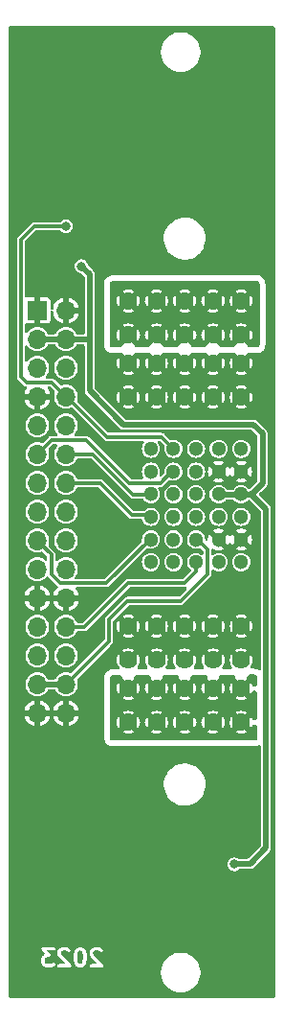
<source format=gbr>
%TF.GenerationSoftware,KiCad,Pcbnew,7.0.9-7.0.9~ubuntu23.04.1*%
%TF.CreationDate,2023-11-27T22:12:47+00:00*%
%TF.ProjectId,BATDATSOCKET01,42415444-4154-4534-9f43-4b455430312e,rev?*%
%TF.SameCoordinates,Original*%
%TF.FileFunction,Copper,L2,Bot*%
%TF.FilePolarity,Positive*%
%FSLAX46Y46*%
G04 Gerber Fmt 4.6, Leading zero omitted, Abs format (unit mm)*
G04 Created by KiCad (PCBNEW 7.0.9-7.0.9~ubuntu23.04.1) date 2023-11-27 22:12:47*
%MOMM*%
%LPD*%
G01*
G04 APERTURE LIST*
%ADD10C,0.300000*%
%TA.AperFunction,ComponentPad*%
%ADD11C,1.300000*%
%TD*%
%TA.AperFunction,ComponentPad*%
%ADD12C,1.620000*%
%TD*%
%TA.AperFunction,ComponentPad*%
%ADD13C,6.000000*%
%TD*%
%TA.AperFunction,ComponentPad*%
%ADD14R,1.700000X1.700000*%
%TD*%
%TA.AperFunction,ComponentPad*%
%ADD15O,1.700000X1.700000*%
%TD*%
%TA.AperFunction,ViaPad*%
%ADD16C,0.800000*%
%TD*%
%TA.AperFunction,Conductor*%
%ADD17C,0.500000*%
%TD*%
%TA.AperFunction,Conductor*%
%ADD18C,0.300000*%
%TD*%
G04 APERTURE END LIST*
D10*
G36*
X-18432993Y4154865D02*
G01*
X-18395989Y4117861D01*
X-18342810Y4011502D01*
X-18279854Y3759680D01*
X-18279854Y3439464D01*
X-18342810Y3187643D01*
X-18395990Y3081283D01*
X-18432993Y3044279D01*
X-18522406Y2999572D01*
X-18594444Y2999572D01*
X-18683857Y3044278D01*
X-18720861Y3081282D01*
X-18774041Y3187642D01*
X-18836997Y3439466D01*
X-18836997Y3759679D01*
X-18774041Y4011503D01*
X-18720861Y4117862D01*
X-18683857Y4154866D01*
X-18594444Y4199572D01*
X-18522407Y4199572D01*
X-18432993Y4154865D01*
G37*
G36*
X-16265568Y2485286D02*
G01*
X-22208425Y2485286D01*
X-22208425Y3135286D01*
X-21994139Y3135286D01*
X-21985216Y3101985D01*
X-21978303Y3068204D01*
X-21906874Y2925347D01*
X-21890852Y2907279D01*
X-21878776Y2886363D01*
X-21807347Y2814934D01*
X-21786433Y2802860D01*
X-21768363Y2786836D01*
X-21625505Y2715408D01*
X-21591730Y2708497D01*
X-21558424Y2699572D01*
X-21129853Y2699572D01*
X-21096550Y2708496D01*
X-21062771Y2715408D01*
X-20919914Y2786836D01*
X-20901845Y2802860D01*
X-20880930Y2814934D01*
X-20846292Y2849572D01*
X-20565568Y2849572D01*
X-20545472Y2774572D01*
X-20490568Y2719668D01*
X-20415568Y2699572D01*
X-19486996Y2699572D01*
X-19467921Y2704683D01*
X-19448173Y2704683D01*
X-19431071Y2714557D01*
X-19411996Y2719668D01*
X-19398032Y2733633D01*
X-19380930Y2743506D01*
X-19371057Y2760608D01*
X-19357092Y2774572D01*
X-19351981Y2793647D01*
X-19342107Y2810749D01*
X-19342107Y2830498D01*
X-19336996Y2849572D01*
X-19342107Y2868647D01*
X-19342107Y2888395D01*
X-19351981Y2905498D01*
X-19357092Y2924572D01*
X-19371057Y2938537D01*
X-19380930Y2955638D01*
X-19846292Y3421000D01*
X-19136997Y3421000D01*
X-19132207Y3403124D01*
X-19132518Y3384619D01*
X-19061089Y3098906D01*
X-19053053Y3084429D01*
X-19049732Y3068204D01*
X-18978303Y2925347D01*
X-18962281Y2907279D01*
X-18950206Y2886364D01*
X-18878778Y2814935D01*
X-18857863Y2802860D01*
X-18839793Y2786836D01*
X-18696935Y2715408D01*
X-18663160Y2708497D01*
X-18629854Y2699572D01*
X-18486997Y2699572D01*
X-18453692Y2708497D01*
X-18419916Y2715408D01*
X-18277057Y2786836D01*
X-18258988Y2802860D01*
X-18238072Y2814935D01*
X-18203435Y2849572D01*
X-17708426Y2849572D01*
X-17688330Y2774572D01*
X-17633426Y2719668D01*
X-17558426Y2699572D01*
X-16629854Y2699572D01*
X-16610779Y2704683D01*
X-16591031Y2704683D01*
X-16573929Y2714557D01*
X-16554854Y2719668D01*
X-16540890Y2733633D01*
X-16523788Y2743506D01*
X-16513915Y2760608D01*
X-16499950Y2774572D01*
X-16494839Y2793647D01*
X-16484965Y2810749D01*
X-16484965Y2830498D01*
X-16479854Y2849572D01*
X-16484965Y2868647D01*
X-16484965Y2888395D01*
X-16494839Y2905498D01*
X-16499950Y2924572D01*
X-16513915Y2938537D01*
X-16523788Y2955638D01*
X-17355893Y3787743D01*
X-17408426Y3945342D01*
X-17408426Y4028448D01*
X-17363719Y4117862D01*
X-17326715Y4154865D01*
X-17237301Y4199572D01*
X-16950978Y4199572D01*
X-16861565Y4154865D01*
X-16807349Y4100649D01*
X-16740106Y4061826D01*
X-16662460Y4061826D01*
X-16595217Y4100649D01*
X-16556394Y4167892D01*
X-16556394Y4245538D01*
X-16595217Y4312781D01*
X-16666645Y4384209D01*
X-16687561Y4396285D01*
X-16705629Y4412307D01*
X-16848486Y4483736D01*
X-16882267Y4490649D01*
X-16915568Y4499572D01*
X-17272711Y4499572D01*
X-17306012Y4490650D01*
X-17339794Y4483736D01*
X-17482650Y4412307D01*
X-17500719Y4396285D01*
X-17521633Y4384210D01*
X-17593062Y4312782D01*
X-17605139Y4291866D01*
X-17621161Y4273797D01*
X-17692590Y4130940D01*
X-17699503Y4097160D01*
X-17708426Y4063858D01*
X-17708426Y3921000D01*
X-17702176Y3897672D01*
X-17700728Y3873565D01*
X-17629299Y3659281D01*
X-17610308Y3630518D01*
X-17593063Y3600649D01*
X-16991986Y2999572D01*
X-17558426Y2999572D01*
X-17633426Y2979476D01*
X-17688330Y2924572D01*
X-17708426Y2849572D01*
X-18203435Y2849572D01*
X-18166644Y2886364D01*
X-18154570Y2907279D01*
X-18138547Y2925347D01*
X-18067118Y3068203D01*
X-18063798Y3084430D01*
X-18055761Y3098906D01*
X-17984333Y3384620D01*
X-17984645Y3403123D01*
X-17979854Y3421000D01*
X-17979854Y3778143D01*
X-17984645Y3796021D01*
X-17984333Y3814523D01*
X-18055761Y4100238D01*
X-18063798Y4114715D01*
X-18067118Y4130941D01*
X-18138547Y4273797D01*
X-18154570Y4291866D01*
X-18166645Y4312781D01*
X-18238073Y4384209D01*
X-18258988Y4396284D01*
X-18277057Y4412307D01*
X-18419915Y4483736D01*
X-18453696Y4490649D01*
X-18486997Y4499572D01*
X-18629854Y4499572D01*
X-18663155Y4490650D01*
X-18696937Y4483736D01*
X-18839793Y4412307D01*
X-18857862Y4396285D01*
X-18878777Y4384209D01*
X-18950205Y4312781D01*
X-18962281Y4291866D01*
X-18978303Y4273797D01*
X-19049732Y4130940D01*
X-19053053Y4114716D01*
X-19061089Y4100238D01*
X-19132518Y3814523D01*
X-19132207Y3796020D01*
X-19136997Y3778143D01*
X-19136997Y3421000D01*
X-19846292Y3421000D01*
X-20213035Y3787743D01*
X-20265568Y3945342D01*
X-20265568Y4028448D01*
X-20220861Y4117862D01*
X-20183857Y4154865D01*
X-20094443Y4199572D01*
X-19808120Y4199572D01*
X-19718707Y4154865D01*
X-19664491Y4100649D01*
X-19597248Y4061826D01*
X-19519602Y4061826D01*
X-19452359Y4100649D01*
X-19413536Y4167892D01*
X-19413536Y4245538D01*
X-19452359Y4312781D01*
X-19523787Y4384209D01*
X-19544703Y4396285D01*
X-19562771Y4412307D01*
X-19705628Y4483736D01*
X-19739409Y4490649D01*
X-19772710Y4499572D01*
X-20129853Y4499572D01*
X-20163154Y4490650D01*
X-20196936Y4483736D01*
X-20339792Y4412307D01*
X-20357861Y4396285D01*
X-20378775Y4384210D01*
X-20450204Y4312782D01*
X-20462281Y4291866D01*
X-20478303Y4273797D01*
X-20549732Y4130940D01*
X-20556645Y4097160D01*
X-20565568Y4063858D01*
X-20565568Y3921000D01*
X-20559318Y3897672D01*
X-20557870Y3873565D01*
X-20486441Y3659281D01*
X-20467450Y3630518D01*
X-20450205Y3600649D01*
X-19849128Y2999572D01*
X-20415568Y2999572D01*
X-20490568Y2979476D01*
X-20545472Y2924572D01*
X-20565568Y2849572D01*
X-20846292Y2849572D01*
X-20809501Y2886363D01*
X-20770678Y2953606D01*
X-20770678Y3031252D01*
X-20809501Y3098495D01*
X-20876744Y3137318D01*
X-20954390Y3137318D01*
X-21021633Y3098495D01*
X-21075851Y3044278D01*
X-21165263Y2999572D01*
X-21523014Y2999572D01*
X-21612428Y3044279D01*
X-21649432Y3081283D01*
X-21694139Y3170697D01*
X-21694139Y3457019D01*
X-21649432Y3546433D01*
X-21612428Y3583437D01*
X-21523014Y3628143D01*
X-21344139Y3628143D01*
X-21329825Y3631979D01*
X-21315040Y3630993D01*
X-21292938Y3641863D01*
X-21269139Y3648239D01*
X-21258659Y3658720D01*
X-21245364Y3665257D01*
X-21231658Y3685721D01*
X-21214235Y3703143D01*
X-21210400Y3717458D01*
X-21202154Y3729768D01*
X-21200516Y3754346D01*
X-21194139Y3778143D01*
X-21197975Y3792458D01*
X-21196989Y3807242D01*
X-21207859Y3829346D01*
X-21214235Y3853143D01*
X-21224715Y3863623D01*
X-21231253Y3876919D01*
X-21513574Y4199572D01*
X-20915567Y4199572D01*
X-20840567Y4219668D01*
X-20785663Y4274572D01*
X-20765567Y4349572D01*
X-20785663Y4424572D01*
X-20840567Y4479476D01*
X-20915567Y4499572D01*
X-21844139Y4499572D01*
X-21858451Y4495738D01*
X-21873238Y4496723D01*
X-21895347Y4485852D01*
X-21919139Y4479476D01*
X-21929617Y4468999D01*
X-21942915Y4462459D01*
X-21956626Y4441990D01*
X-21974043Y4424572D01*
X-21977878Y4410260D01*
X-21986125Y4397947D01*
X-21987764Y4373365D01*
X-21994139Y4349572D01*
X-21990305Y4335261D01*
X-21991290Y4320473D01*
X-21980419Y4298365D01*
X-21974043Y4274572D01*
X-21963566Y4264095D01*
X-21957026Y4250796D01*
X-21650092Y3900014D01*
X-21768363Y3840879D01*
X-21786433Y3824856D01*
X-21807347Y3812781D01*
X-21878776Y3741352D01*
X-21890852Y3720437D01*
X-21906874Y3702368D01*
X-21978303Y3559511D01*
X-21985216Y3525731D01*
X-21994139Y3492429D01*
X-21994139Y3135286D01*
X-22208425Y3135286D01*
X-22208425Y4713858D01*
X-16265568Y4713858D01*
X-16265568Y2485286D01*
G37*
D11*
%TO.P,J1,A1*%
%TO.N,unconnected-(J1-PadA1)*%
X-4300000Y38485000D03*
%TO.P,J1,A2*%
%TO.N,GND*%
X-4300000Y40485000D03*
%TO.P,J1,A3*%
%TO.N,/3v3*%
X-4300000Y42485000D03*
%TO.P,J1,A4*%
%TO.N,/5v*%
X-4300000Y44485000D03*
%TO.P,J1,A5*%
%TO.N,GND*%
X-4300000Y46485000D03*
%TO.P,J1,A6*%
%TO.N,unconnected-(J1-PadA6)*%
X-4300000Y48485000D03*
%TO.P,J1,B1*%
%TO.N,unconnected-(J1-PadB1)*%
X-6300000Y38485000D03*
%TO.P,J1,B2*%
%TO.N,GND*%
X-6300000Y40485000D03*
%TO.P,J1,B3*%
%TO.N,/3v3*%
X-6300000Y42485000D03*
%TO.P,J1,B4*%
%TO.N,/5v*%
X-6300000Y44485000D03*
%TO.P,J1,B5*%
%TO.N,GND*%
X-6300000Y46485000D03*
%TO.P,J1,B6*%
%TO.N,unconnected-(J1-PadB6)*%
X-6300000Y48485000D03*
%TO.P,J1,C1*%
%TO.N,/SCL*%
X-8300000Y38485000D03*
%TO.P,J1,C2*%
%TO.N,/SDA*%
X-8300000Y40485000D03*
%TO.P,J1,C3*%
%TO.N,unconnected-(J1-PadC3)*%
X-8300000Y42485000D03*
%TO.P,J1,C4*%
%TO.N,/RST*%
X-8300000Y44485000D03*
%TO.P,J1,C5*%
%TO.N,unconnected-(J1-PadC5)*%
X-8300000Y46485000D03*
%TO.P,J1,C6*%
%TO.N,unconnected-(J1-PadC6)*%
X-8300000Y48485000D03*
%TO.P,J1,D1*%
%TO.N,/SCLK*%
X-10300000Y38485000D03*
%TO.P,J1,D2*%
%TO.N,/MISO*%
X-10300000Y40485000D03*
%TO.P,J1,D3*%
%TO.N,/MOSI*%
X-10300000Y42485000D03*
%TO.P,J1,D4*%
%TO.N,/A0*%
X-10300000Y44485000D03*
%TO.P,J1,D5*%
%TO.N,/A1*%
X-10300000Y46485000D03*
%TO.P,J1,D6*%
%TO.N,/connection_detector*%
X-10300000Y48485000D03*
%TO.P,J1,E1*%
%TO.N,/C0*%
X-12300000Y38485000D03*
%TO.P,J1,E2*%
%TO.N,/C1*%
X-12300000Y40485000D03*
%TO.P,J1,E3*%
%TO.N,/TX*%
X-12300000Y42485000D03*
%TO.P,J1,E4*%
%TO.N,/RX*%
X-12300000Y44485000D03*
%TO.P,J1,E5*%
%TO.N,/B0*%
X-12300000Y46485000D03*
%TO.P,J1,E6*%
%TO.N,/B1*%
X-12300000Y48485000D03*
D12*
%TO.P,J1,P1*%
%TO.N,/BATT_B*%
X-14300000Y24345000D03*
X-11800000Y24345000D03*
X-9300000Y24345000D03*
X-6800000Y24345000D03*
X-4300000Y24345000D03*
X-14300000Y27345000D03*
X-11800000Y27345000D03*
X-9300000Y27345000D03*
X-6800000Y27345000D03*
X-4300000Y27345000D03*
%TO.P,J1,P2*%
%TO.N,GND*%
X-14300000Y29845000D03*
X-11800000Y29845000D03*
X-9300000Y29845000D03*
X-6800000Y29845000D03*
X-4300000Y29845000D03*
X-14300000Y32845000D03*
X-11800000Y32845000D03*
X-9300000Y32845000D03*
X-6800000Y32845000D03*
X-4300000Y32845000D03*
%TO.P,J1,P3*%
X-14300000Y53055000D03*
X-11800000Y53055000D03*
X-9300000Y53055000D03*
X-6800000Y53055000D03*
X-4300000Y53055000D03*
X-14300000Y56055000D03*
X-11800000Y56055000D03*
X-9300000Y56055000D03*
X-6800000Y56055000D03*
X-4300000Y56055000D03*
%TO.P,J1,P4*%
%TO.N,/BATT_A*%
X-14300000Y58555000D03*
X-11800000Y58555000D03*
X-9300000Y58555000D03*
X-6800000Y58555000D03*
X-4300000Y58555000D03*
X-14300000Y61555000D03*
X-11800000Y61555000D03*
X-9300000Y61555000D03*
X-6800000Y61555000D03*
X-4300000Y61555000D03*
%TD*%
D13*
%TO.P,H3,1,1*%
%TO.N,GND*%
X-19820000Y73367500D03*
%TD*%
%TO.P,H4,1,1*%
%TO.N,GND*%
X-19820000Y12407500D03*
%TD*%
D14*
%TO.P,J2,1*%
%TO.N,GND*%
X-22360000Y60725000D03*
D15*
%TO.P,J2,2*%
X-19820000Y60725000D03*
%TO.P,J2,3*%
%TO.N,/5v*%
X-22360000Y58185000D03*
%TO.P,J2,4*%
X-19820000Y58185000D03*
%TO.P,J2,5*%
%TO.N,/3v3*%
X-22360000Y55645000D03*
%TO.P,J2,6*%
X-19820000Y55645000D03*
%TO.P,J2,7*%
%TO.N,GND*%
X-22360000Y53105000D03*
%TO.P,J2,8*%
%TO.N,/connection_detector*%
X-19820000Y53105000D03*
%TO.P,J2,9*%
%TO.N,/A0*%
X-22360000Y50565000D03*
%TO.P,J2,10*%
%TO.N,/RST*%
X-19820000Y50565000D03*
%TO.P,J2,11*%
%TO.N,/A1*%
X-22360000Y48025000D03*
%TO.P,J2,12*%
%TO.N,/RX*%
X-19820000Y48025000D03*
%TO.P,J2,13*%
%TO.N,/B1*%
X-22360000Y45485000D03*
%TO.P,J2,14*%
%TO.N,/TX*%
X-19820000Y45485000D03*
%TO.P,J2,15*%
%TO.N,/B0*%
X-22360000Y42945000D03*
%TO.P,J2,16*%
%TO.N,/MOSI*%
X-19820000Y42945000D03*
%TO.P,J2,17*%
%TO.N,/C1*%
X-22360000Y40405000D03*
%TO.P,J2,18*%
%TO.N,/MISO*%
X-19820000Y40405000D03*
%TO.P,J2,19*%
%TO.N,/C0*%
X-22360000Y37865000D03*
%TO.P,J2,20*%
%TO.N,/SCLK*%
X-19820000Y37865000D03*
%TO.P,J2,21*%
%TO.N,GND*%
X-22360000Y35325000D03*
%TO.P,J2,22*%
X-19820000Y35325000D03*
%TO.P,J2,23*%
%TO.N,/SCL*%
X-22360000Y32785000D03*
%TO.P,J2,24*%
X-19820000Y32785000D03*
%TO.P,J2,25*%
%TO.N,/I2C_PWR*%
X-22360000Y30245000D03*
%TO.P,J2,26*%
X-19820000Y30245000D03*
%TO.P,J2,27*%
%TO.N,/SDA*%
X-22360000Y27705000D03*
%TO.P,J2,28*%
X-19820000Y27705000D03*
%TO.P,J2,29*%
%TO.N,GND*%
X-22360000Y25165000D03*
%TO.P,J2,30*%
X-19820000Y25165000D03*
%TD*%
D16*
%TO.N,/5v*%
X-18450000Y64625000D03*
X-4914000Y11805000D03*
%TO.N,/connection_detector*%
X-19814000Y68155000D03*
%TD*%
D17*
%TO.N,/5v*%
X-2114000Y13255000D02*
X-3514000Y11855000D01*
X-14714000Y50625000D02*
X-17714000Y53625000D01*
X-2824000Y45065000D02*
X-3410700Y44478300D01*
X-2114000Y43181600D02*
X-2114000Y13255000D01*
X-17714000Y53625000D02*
X-17714000Y58160000D01*
X-2414000Y45475000D02*
X-2414000Y49825000D01*
X-17714000Y63889000D02*
X-17714000Y58160000D01*
X-21670000Y58160000D02*
X-19130000Y58160000D01*
X-18450000Y64625000D02*
X-17714000Y63889000D01*
X-3514000Y11855000D02*
X-4864000Y11855000D01*
X-3455600Y44433400D02*
X-2824000Y45065000D01*
X-6314000Y44635000D02*
X-6112400Y44433400D01*
X-2414000Y49825000D02*
X-3214000Y50625000D01*
X-3410700Y44478300D02*
X-2114000Y43181600D01*
X-6112400Y44433400D02*
X-3455600Y44433400D01*
X-4864000Y11855000D02*
X-4914000Y11805000D01*
X-3214000Y50625000D02*
X-14714000Y50625000D01*
X-2824000Y45065000D02*
X-2414000Y45475000D01*
X-17714000Y58160000D02*
X-19130000Y58160000D01*
D18*
%TO.N,/SCL*%
X-9289000Y36650000D02*
X-14289000Y36650000D01*
X-8314000Y38635000D02*
X-8314000Y37625000D01*
X-14289000Y36650000D02*
X-18179000Y32760000D01*
X-18179000Y32760000D02*
X-19130000Y32760000D01*
X-8314000Y37625000D02*
X-9289000Y36650000D01*
%TO.N,/SDA*%
X-16014000Y33425000D02*
X-14364000Y35075000D01*
D17*
X-19845000Y27680000D02*
X-19820000Y27705000D01*
D18*
X-19820000Y27705000D02*
X-16014000Y31511000D01*
X-9664000Y35075000D02*
X-7300000Y37439000D01*
X-14364000Y35075000D02*
X-9664000Y35075000D01*
D17*
X-21670000Y27680000D02*
X-19845000Y27680000D01*
D18*
X-7300000Y37439000D02*
X-7300000Y39621000D01*
X-16014000Y31511000D02*
X-16014000Y33425000D01*
X-7300000Y39621000D02*
X-8314000Y40635000D01*
%TO.N,/A1*%
X-18006893Y49275000D02*
X-21110000Y49275000D01*
X-14212154Y45480261D02*
X-18006893Y49275000D01*
X-21110000Y49275000D02*
X-22360000Y48025000D01*
X-10314000Y46635000D02*
X-11468739Y45480261D01*
X-11468739Y45480261D02*
X-14212154Y45480261D01*
%TO.N,/connection_detector*%
X-22614000Y68155000D02*
X-19814000Y68155000D01*
X-11370000Y49555000D02*
X-10300000Y48485000D01*
X-23814000Y54855000D02*
X-23814000Y66955000D01*
X-23314000Y54355000D02*
X-23814000Y54855000D01*
X-21070000Y54355000D02*
X-23314000Y54355000D01*
X-23814000Y66955000D02*
X-22614000Y68155000D01*
X-19759000Y53105000D02*
X-16209000Y49555000D01*
X-19820000Y53105000D02*
X-19759000Y53105000D01*
X-19820000Y53105000D02*
X-21070000Y54355000D01*
X-16209000Y49555000D02*
X-11370000Y49555000D01*
%TO.N,/C1*%
X-16237238Y36644656D02*
X-20344656Y36644656D01*
X-12314000Y40567894D02*
X-16237238Y36644656D01*
X-21125000Y39170000D02*
X-22360000Y40405000D01*
X-20344656Y36644656D02*
X-21125000Y37425000D01*
X-21125000Y37425000D02*
X-21125000Y39170000D01*
X-12314000Y40635000D02*
X-12314000Y40567894D01*
%TO.N,/TX*%
X-13974000Y42635000D02*
X-16799000Y45460000D01*
X-12314000Y42635000D02*
X-13974000Y42635000D01*
X-16799000Y45460000D02*
X-19130000Y45460000D01*
%TO.N,/RX*%
X-13914000Y44475000D02*
X-17439000Y48000000D01*
X-12314000Y44635000D02*
X-12474000Y44475000D01*
X-12474000Y44475000D02*
X-13914000Y44475000D01*
X-17439000Y48000000D02*
X-19130000Y48000000D01*
%TD*%
%TA.AperFunction,Conductor*%
%TO.N,GND*%
G36*
X-2564500Y29083444D02*
G01*
X-2584185Y29016405D01*
X-2636989Y28970650D01*
X-2706147Y28960706D01*
X-2751529Y28976658D01*
X-2785437Y28996672D01*
X-2921235Y29044234D01*
X-3016550Y29062970D01*
X-3016559Y29062971D01*
X-3115204Y29072463D01*
X-3244473Y29072171D01*
X-3284032Y29083691D01*
X-2564500Y29524694D01*
X-2564500Y29083444D01*
G37*
%TD.AperFunction*%
%TA.AperFunction,Conductor*%
G36*
X-1437870Y85800129D02*
G01*
X-1370852Y85780375D01*
X-1325152Y85727523D01*
X-1314000Y85676129D01*
X-1314000Y129500D01*
X-1333685Y62461D01*
X-1386489Y16706D01*
X-1438000Y5500D01*
X-19110998Y5500D01*
X-24789887Y23211D01*
X-24856864Y43104D01*
X-24902454Y96051D01*
X-24913500Y147210D01*
X-24913500Y2116313D01*
X-11410500Y2116313D01*
X-11390206Y1981677D01*
X-11371396Y1856885D01*
X-11371395Y1856883D01*
X-11371394Y1856877D01*
X-11294062Y1606174D01*
X-11180233Y1369804D01*
X-11180232Y1369803D01*
X-11180230Y1369800D01*
X-11180228Y1369796D01*
X-11032433Y1153021D01*
X-10853986Y960699D01*
X-10853982Y960696D01*
X-10853981Y960695D01*
X-10648857Y797114D01*
X-10421643Y665932D01*
X-10177416Y570080D01*
X-9921630Y511698D01*
X-9921624Y511698D01*
X-9921621Y511697D01*
X-9725500Y497000D01*
X-9725494Y497000D01*
X-9594500Y497000D01*
X-9398380Y511697D01*
X-9398378Y511698D01*
X-9398370Y511698D01*
X-9142584Y570080D01*
X-8898357Y665932D01*
X-8671143Y797114D01*
X-8466019Y960695D01*
X-8287567Y1153021D01*
X-8139772Y1369796D01*
X-8025937Y1606177D01*
X-7948604Y1856885D01*
X-7909500Y2116318D01*
X-7909500Y2378682D01*
X-7948604Y2638115D01*
X-8025937Y2888823D01*
X-8037879Y2913620D01*
X-8139768Y3125197D01*
X-8139769Y3125198D01*
X-8139770Y3125199D01*
X-8139772Y3125204D01*
X-8287567Y3341979D01*
X-8297559Y3352747D01*
X-8466015Y3534302D01*
X-8505467Y3565764D01*
X-8671143Y3697886D01*
X-8898357Y3829068D01*
X-9142584Y3924920D01*
X-9142589Y3924922D01*
X-9142598Y3924924D01*
X-9360182Y3974586D01*
X-9398370Y3983302D01*
X-9398371Y3983303D01*
X-9398375Y3983303D01*
X-9398380Y3983304D01*
X-9594500Y3998000D01*
X-9594506Y3998000D01*
X-9725494Y3998000D01*
X-9725500Y3998000D01*
X-9921621Y3983304D01*
X-9921626Y3983303D01*
X-10177403Y3924924D01*
X-10177422Y3924918D01*
X-10421644Y3829068D01*
X-10648857Y3697886D01*
X-10853986Y3534302D01*
X-11032433Y3341980D01*
X-11180232Y3125198D01*
X-11180233Y3125197D01*
X-11294062Y2888827D01*
X-11371394Y2638124D01*
X-11371395Y2638119D01*
X-11371396Y2638115D01*
X-11386147Y2540253D01*
X-11410500Y2378688D01*
X-11410500Y2116313D01*
X-24913500Y2116313D01*
X-24913500Y4708870D01*
X-22203716Y4708870D01*
X-22203716Y2490274D01*
X-16270277Y2490274D01*
X-16270277Y4708870D01*
X-22203716Y4708870D01*
X-24913500Y4708870D01*
X-24913500Y18777237D01*
X-11154213Y18777237D01*
X-11124587Y18507987D01*
X-11124585Y18507976D01*
X-11056074Y18245918D01*
X-11056072Y18245912D01*
X-10950130Y17996610D01*
X-10878002Y17878425D01*
X-10809021Y17765395D01*
X-10809014Y17765385D01*
X-10635747Y17557181D01*
X-10635741Y17557176D01*
X-10434002Y17376418D01*
X-10208090Y17226956D01*
X-9962824Y17111980D01*
X-9962817Y17111978D01*
X-9962815Y17111977D01*
X-9703443Y17033943D01*
X-9703436Y17033942D01*
X-9703431Y17033940D01*
X-9435439Y16994500D01*
X-9435434Y16994500D01*
X-9232364Y16994500D01*
X-9180867Y16998270D01*
X-9029844Y17009323D01*
X-8917242Y17034407D01*
X-8765454Y17068218D01*
X-8765452Y17068219D01*
X-8765447Y17068220D01*
X-8512442Y17164986D01*
X-8276223Y17297559D01*
X-8061823Y17463112D01*
X-7873814Y17658119D01*
X-7716201Y17878421D01*
X-7642213Y18022331D01*
X-7592351Y18119310D01*
X-7592349Y18119316D01*
X-7592344Y18119325D01*
X-7504882Y18375695D01*
X-7455681Y18642067D01*
X-7445788Y18912765D01*
X-7475414Y19182018D01*
X-7543928Y19444088D01*
X-7649870Y19693390D01*
X-7790982Y19924610D01*
X-7880253Y20031881D01*
X-7964254Y20132820D01*
X-7964260Y20132825D01*
X-8165998Y20313582D01*
X-8391908Y20463043D01*
X-8391910Y20463044D01*
X-8637176Y20578020D01*
X-8637181Y20578022D01*
X-8637186Y20578024D01*
X-8896558Y20656058D01*
X-8896572Y20656061D01*
X-9012209Y20673079D01*
X-9164561Y20695500D01*
X-9367631Y20695500D01*
X-9367636Y20695500D01*
X-9570156Y20680677D01*
X-9570169Y20680675D01*
X-9834547Y20621783D01*
X-9834554Y20621780D01*
X-10087561Y20525013D01*
X-10323774Y20392443D01*
X-10538178Y20226888D01*
X-10726178Y20031891D01*
X-10726184Y20031884D01*
X-10883798Y19811581D01*
X-10883801Y19811576D01*
X-11007650Y19570691D01*
X-11007657Y19570673D01*
X-11095116Y19314315D01*
X-11095119Y19314301D01*
X-11144319Y19047932D01*
X-11144320Y19047925D01*
X-11154213Y18777237D01*
X-24913500Y18777237D01*
X-24913500Y25415001D01*
X-23484513Y25415001D01*
X-23484512Y25415000D01*
X-22793686Y25415000D01*
X-22819493Y25374844D01*
X-22860000Y25236889D01*
X-22860000Y25093111D01*
X-22819493Y24955156D01*
X-22793686Y24915000D01*
X-23484512Y24915000D01*
X-23436938Y24747795D01*
X-23436933Y24747782D01*
X-23341939Y24557009D01*
X-23213500Y24386929D01*
X-23056000Y24243349D01*
X-23055998Y24243347D01*
X-22874799Y24131154D01*
X-22874793Y24131151D01*
X-22676059Y24054162D01*
X-22610000Y24041814D01*
X-22610000Y24729499D01*
X-22502315Y24680320D01*
X-22395763Y24665000D01*
X-22324237Y24665000D01*
X-22217685Y24680320D01*
X-22110000Y24729499D01*
X-22110000Y24041815D01*
X-22043942Y24054162D01*
X-21845208Y24131151D01*
X-21845202Y24131154D01*
X-21664003Y24243347D01*
X-21664001Y24243349D01*
X-21506501Y24386929D01*
X-21378062Y24557009D01*
X-21283068Y24747782D01*
X-21283063Y24747795D01*
X-21235488Y24915000D01*
X-21926314Y24915000D01*
X-21900507Y24955156D01*
X-21860000Y25093111D01*
X-21860000Y25236889D01*
X-21900507Y25374844D01*
X-21926314Y25415000D01*
X-21235488Y25415000D01*
X-21235488Y25415001D01*
X-20944513Y25415001D01*
X-20944512Y25415000D01*
X-20253686Y25415000D01*
X-20279493Y25374844D01*
X-20320000Y25236889D01*
X-20320000Y25093111D01*
X-20279493Y24955156D01*
X-20253686Y24915000D01*
X-20944512Y24915000D01*
X-20896938Y24747795D01*
X-20896933Y24747782D01*
X-20801939Y24557009D01*
X-20673500Y24386929D01*
X-20516000Y24243349D01*
X-20515998Y24243347D01*
X-20334799Y24131154D01*
X-20334793Y24131151D01*
X-20136059Y24054162D01*
X-20070000Y24041814D01*
X-20070000Y24729499D01*
X-19962315Y24680320D01*
X-19855763Y24665000D01*
X-19784237Y24665000D01*
X-19677685Y24680320D01*
X-19570000Y24729499D01*
X-19570000Y24041815D01*
X-19503942Y24054162D01*
X-19305208Y24131151D01*
X-19305202Y24131154D01*
X-19124003Y24243347D01*
X-19124001Y24243349D01*
X-18966501Y24386929D01*
X-18838062Y24557009D01*
X-18743068Y24747782D01*
X-18743063Y24747795D01*
X-18695488Y24915000D01*
X-19386314Y24915000D01*
X-19360507Y24955156D01*
X-19320000Y25093111D01*
X-19320000Y25236889D01*
X-19360507Y25374844D01*
X-19386314Y25415000D01*
X-18695488Y25415000D01*
X-18695488Y25415001D01*
X-18743063Y25582206D01*
X-18743068Y25582219D01*
X-18838062Y25772992D01*
X-18966501Y25943072D01*
X-19124001Y26086652D01*
X-19124003Y26086654D01*
X-19305202Y26198847D01*
X-19305211Y26198851D01*
X-19503937Y26275837D01*
X-19503942Y26275838D01*
X-19570000Y26288187D01*
X-19570000Y25600502D01*
X-19677685Y25649680D01*
X-19784237Y25665000D01*
X-19855763Y25665000D01*
X-19962315Y25649680D01*
X-20070000Y25600502D01*
X-20070000Y26288187D01*
X-20136059Y26275838D01*
X-20136064Y26275837D01*
X-20334790Y26198851D01*
X-20334799Y26198847D01*
X-20515998Y26086654D01*
X-20516000Y26086652D01*
X-20673500Y25943072D01*
X-20801939Y25772992D01*
X-20896933Y25582219D01*
X-20896938Y25582206D01*
X-20944513Y25415001D01*
X-21235488Y25415001D01*
X-21283063Y25582206D01*
X-21283068Y25582219D01*
X-21378062Y25772992D01*
X-21506501Y25943072D01*
X-21664001Y26086652D01*
X-21664003Y26086654D01*
X-21845202Y26198847D01*
X-21845211Y26198851D01*
X-22043937Y26275837D01*
X-22043942Y26275838D01*
X-22110000Y26288187D01*
X-22110000Y25600502D01*
X-22217685Y25649680D01*
X-22324237Y25665000D01*
X-22395763Y25665000D01*
X-22502315Y25649680D01*
X-22610000Y25600502D01*
X-22610000Y26288187D01*
X-22676059Y26275838D01*
X-22676064Y26275837D01*
X-22874790Y26198851D01*
X-22874799Y26198847D01*
X-23055998Y26086654D01*
X-23056000Y26086652D01*
X-23213500Y25943072D01*
X-23341939Y25772992D01*
X-23436933Y25582219D01*
X-23436938Y25582206D01*
X-23484513Y25415001D01*
X-24913500Y25415001D01*
X-24913500Y30245000D01*
X-23415583Y30245000D01*
X-23395301Y30039068D01*
X-23395300Y30039066D01*
X-23335232Y29841046D01*
X-23237685Y29658550D01*
X-23203031Y29616323D01*
X-23106411Y29498590D01*
X-23037831Y29442309D01*
X-22946450Y29367315D01*
X-22763954Y29269768D01*
X-22565934Y29209700D01*
X-22565935Y29209700D01*
X-22547598Y29207894D01*
X-22360000Y29189417D01*
X-22154066Y29209700D01*
X-21956046Y29269768D01*
X-21773550Y29367315D01*
X-21613590Y29498590D01*
X-21482315Y29658550D01*
X-21384768Y29841046D01*
X-21324700Y30039066D01*
X-21304417Y30245000D01*
X-20875583Y30245000D01*
X-20855301Y30039068D01*
X-20855300Y30039066D01*
X-20795232Y29841046D01*
X-20697685Y29658550D01*
X-20663031Y29616323D01*
X-20566411Y29498590D01*
X-20497831Y29442309D01*
X-20406450Y29367315D01*
X-20223954Y29269768D01*
X-20025934Y29209700D01*
X-20025935Y29209700D01*
X-20007598Y29207894D01*
X-19820000Y29189417D01*
X-19614066Y29209700D01*
X-19416046Y29269768D01*
X-19233550Y29367315D01*
X-19073590Y29498590D01*
X-18942315Y29658550D01*
X-18844768Y29841046D01*
X-18784700Y30039066D01*
X-18764417Y30245000D01*
X-18784700Y30450934D01*
X-18844768Y30648954D01*
X-18942315Y30831450D01*
X-19043709Y30955000D01*
X-19073590Y30991411D01*
X-19233548Y31122683D01*
X-19233547Y31122683D01*
X-19233550Y31122685D01*
X-19416046Y31220232D01*
X-19614066Y31280300D01*
X-19614068Y31280301D01*
X-19614066Y31280301D01*
X-19820000Y31300583D01*
X-20025933Y31280301D01*
X-20223957Y31220231D01*
X-20334102Y31161357D01*
X-20406450Y31122685D01*
X-20406452Y31122684D01*
X-20406453Y31122683D01*
X-20566411Y30991411D01*
X-20697683Y30831453D01*
X-20795231Y30648957D01*
X-20855301Y30450933D01*
X-20875583Y30245000D01*
X-21304417Y30245000D01*
X-21324700Y30450934D01*
X-21384768Y30648954D01*
X-21482315Y30831450D01*
X-21583709Y30955000D01*
X-21613590Y30991411D01*
X-21773548Y31122683D01*
X-21773547Y31122683D01*
X-21773550Y31122685D01*
X-21956046Y31220232D01*
X-22154066Y31280300D01*
X-22154068Y31280301D01*
X-22154066Y31280301D01*
X-22360000Y31300583D01*
X-22565933Y31280301D01*
X-22763957Y31220231D01*
X-22874102Y31161357D01*
X-22946450Y31122685D01*
X-22946452Y31122684D01*
X-22946453Y31122683D01*
X-23106411Y30991411D01*
X-23237683Y30831453D01*
X-23335231Y30648957D01*
X-23395301Y30450933D01*
X-23415583Y30245000D01*
X-24913500Y30245000D01*
X-24913500Y32785000D01*
X-23415583Y32785000D01*
X-23395301Y32579068D01*
X-23373617Y32507587D01*
X-23335232Y32381046D01*
X-23237685Y32198550D01*
X-23237683Y32198548D01*
X-23106411Y32038590D01*
X-23009791Y31959298D01*
X-22946450Y31907315D01*
X-22763954Y31809768D01*
X-22565934Y31749700D01*
X-22565935Y31749700D01*
X-22547471Y31747882D01*
X-22360000Y31729417D01*
X-22154066Y31749700D01*
X-21956046Y31809768D01*
X-21773550Y31907315D01*
X-21613590Y32038590D01*
X-21482315Y32198550D01*
X-21384768Y32381046D01*
X-21324700Y32579066D01*
X-21304417Y32785000D01*
X-21324700Y32990934D01*
X-21384768Y33188954D01*
X-21482315Y33371450D01*
X-21562334Y33468954D01*
X-21613590Y33531411D01*
X-21760903Y33652306D01*
X-21773550Y33662685D01*
X-21956046Y33760232D01*
X-22154066Y33820300D01*
X-22154068Y33820301D01*
X-22154066Y33820301D01*
X-22360000Y33840583D01*
X-22565933Y33820301D01*
X-22763957Y33760231D01*
X-22862348Y33707639D01*
X-22946450Y33662685D01*
X-22946452Y33662684D01*
X-22946453Y33662683D01*
X-23106411Y33531411D01*
X-23237683Y33371453D01*
X-23237685Y33371450D01*
X-23267251Y33316137D01*
X-23335231Y33188957D01*
X-23395301Y32990933D01*
X-23415583Y32785000D01*
X-24913500Y32785000D01*
X-24913500Y35575001D01*
X-23484513Y35575001D01*
X-23484512Y35575000D01*
X-22793686Y35575000D01*
X-22819493Y35534844D01*
X-22860000Y35396889D01*
X-22860000Y35253111D01*
X-22819493Y35115156D01*
X-22793686Y35075000D01*
X-23484512Y35075000D01*
X-23436938Y34907795D01*
X-23436933Y34907782D01*
X-23341939Y34717009D01*
X-23213500Y34546929D01*
X-23056000Y34403349D01*
X-23055998Y34403347D01*
X-22874799Y34291154D01*
X-22874793Y34291151D01*
X-22676059Y34214162D01*
X-22610000Y34201814D01*
X-22610000Y34889499D01*
X-22502315Y34840320D01*
X-22395763Y34825000D01*
X-22324237Y34825000D01*
X-22217685Y34840320D01*
X-22110000Y34889499D01*
X-22110000Y34201815D01*
X-22043942Y34214162D01*
X-21845208Y34291151D01*
X-21845202Y34291154D01*
X-21664003Y34403347D01*
X-21664001Y34403349D01*
X-21506501Y34546929D01*
X-21378062Y34717009D01*
X-21283068Y34907782D01*
X-21283063Y34907795D01*
X-21235488Y35075000D01*
X-21926314Y35075000D01*
X-21900507Y35115156D01*
X-21860000Y35253111D01*
X-21860000Y35396889D01*
X-21900507Y35534844D01*
X-21926314Y35575000D01*
X-21235488Y35575000D01*
X-21235488Y35575001D01*
X-21283063Y35742206D01*
X-21283068Y35742219D01*
X-21378062Y35932992D01*
X-21506501Y36103072D01*
X-21664001Y36246652D01*
X-21664003Y36246654D01*
X-21845202Y36358847D01*
X-21845211Y36358851D01*
X-22043937Y36435837D01*
X-22043942Y36435838D01*
X-22110000Y36448187D01*
X-22110000Y35760502D01*
X-22217685Y35809680D01*
X-22324237Y35825000D01*
X-22395763Y35825000D01*
X-22502315Y35809680D01*
X-22610000Y35760502D01*
X-22610000Y36448187D01*
X-22676059Y36435838D01*
X-22676064Y36435837D01*
X-22874790Y36358851D01*
X-22874799Y36358847D01*
X-23055998Y36246654D01*
X-23056000Y36246652D01*
X-23213500Y36103072D01*
X-23341939Y35932992D01*
X-23436933Y35742219D01*
X-23436938Y35742206D01*
X-23484513Y35575001D01*
X-24913500Y35575001D01*
X-24913500Y37865000D01*
X-23415583Y37865000D01*
X-23395301Y37659068D01*
X-23371633Y37581046D01*
X-23337625Y37468934D01*
X-23335231Y37461044D01*
X-23330075Y37451398D01*
X-23237685Y37278550D01*
X-23236325Y37276893D01*
X-23106411Y37118590D01*
X-23044333Y37067645D01*
X-22946450Y36987315D01*
X-22763954Y36889768D01*
X-22565934Y36829700D01*
X-22565935Y36829700D01*
X-22547471Y36827882D01*
X-22360000Y36809417D01*
X-22154066Y36829700D01*
X-21956046Y36889768D01*
X-21773550Y36987315D01*
X-21613590Y37118590D01*
X-21566059Y37176508D01*
X-21508317Y37215841D01*
X-21438472Y37217712D01*
X-21386225Y37189073D01*
X-21367726Y37172043D01*
X-20627294Y36431612D01*
X-20611170Y36411757D01*
X-20606093Y36403987D01*
X-20580148Y36383794D01*
X-20574396Y36378714D01*
X-20571963Y36376281D01*
X-20571962Y36376280D01*
X-20569293Y36373611D01*
X-20535808Y36312288D01*
X-20540792Y36242596D01*
X-20573435Y36194294D01*
X-20673499Y36103072D01*
X-20801939Y35932992D01*
X-20896933Y35742219D01*
X-20896938Y35742206D01*
X-20944513Y35575001D01*
X-20944512Y35575000D01*
X-20253686Y35575000D01*
X-20279493Y35534844D01*
X-20320000Y35396889D01*
X-20320000Y35253111D01*
X-20279493Y35115156D01*
X-20253686Y35075000D01*
X-20944512Y35075000D01*
X-20896938Y34907795D01*
X-20896933Y34907782D01*
X-20801939Y34717009D01*
X-20673500Y34546929D01*
X-20516000Y34403349D01*
X-20515998Y34403347D01*
X-20334799Y34291154D01*
X-20334793Y34291151D01*
X-20136059Y34214162D01*
X-20070000Y34201814D01*
X-20070000Y34889499D01*
X-19962315Y34840320D01*
X-19855763Y34825000D01*
X-19784237Y34825000D01*
X-19677685Y34840320D01*
X-19570000Y34889499D01*
X-19570000Y34201815D01*
X-19503942Y34214162D01*
X-19305208Y34291151D01*
X-19305202Y34291154D01*
X-19124003Y34403347D01*
X-19124001Y34403349D01*
X-18966501Y34546929D01*
X-18838062Y34717009D01*
X-18743068Y34907782D01*
X-18743063Y34907795D01*
X-18695488Y35075000D01*
X-19386314Y35075000D01*
X-19360507Y35115156D01*
X-19320000Y35253111D01*
X-19320000Y35396889D01*
X-19360507Y35534844D01*
X-19386314Y35575000D01*
X-18695488Y35575000D01*
X-18695488Y35575001D01*
X-18743063Y35742206D01*
X-18743068Y35742219D01*
X-18838062Y35932992D01*
X-18960730Y36095429D01*
X-18985422Y36160790D01*
X-18970857Y36229125D01*
X-18921660Y36278737D01*
X-18861776Y36294156D01*
X-16286449Y36294156D01*
X-16261004Y36291518D01*
X-16251923Y36289613D01*
X-16236233Y36291569D01*
X-16219299Y36293679D01*
X-16211623Y36294156D01*
X-16208203Y36294156D01*
X-16208198Y36294156D01*
X-16203392Y36294958D01*
X-16186699Y36297743D01*
X-16159280Y36301162D01*
X-16135845Y36304083D01*
X-16135836Y36304088D01*
X-16128787Y36306186D01*
X-16121861Y36308564D01*
X-16121857Y36308564D01*
X-16076794Y36332952D01*
X-16030754Y36355458D01*
X-16030751Y36355462D01*
X-16024785Y36359721D01*
X-16018984Y36364237D01*
X-16018980Y36364238D01*
X-15984281Y36401932D01*
X-13901217Y38484997D01*
X-13105565Y38484997D01*
X-13085370Y38305751D01*
X-13085369Y38305746D01*
X-13025789Y38135477D01*
X-12985233Y38070933D01*
X-12929816Y37982738D01*
X-12802262Y37855184D01*
X-12713828Y37799617D01*
X-12672577Y37773697D01*
X-12649522Y37759211D01*
X-12479255Y37699632D01*
X-12479250Y37699631D01*
X-12300004Y37679435D01*
X-12300000Y37679435D01*
X-12299996Y37679435D01*
X-12120751Y37699631D01*
X-12120748Y37699632D01*
X-12120745Y37699632D01*
X-11950478Y37759211D01*
X-11797738Y37855184D01*
X-11670184Y37982738D01*
X-11574211Y38135478D01*
X-11514632Y38305745D01*
X-11514407Y38307741D01*
X-11494435Y38484997D01*
X-11105565Y38484997D01*
X-11085370Y38305751D01*
X-11085369Y38305746D01*
X-11025789Y38135477D01*
X-10985233Y38070933D01*
X-10929816Y37982738D01*
X-10802262Y37855184D01*
X-10713828Y37799617D01*
X-10672577Y37773697D01*
X-10649522Y37759211D01*
X-10479255Y37699632D01*
X-10479250Y37699631D01*
X-10300004Y37679435D01*
X-10300000Y37679435D01*
X-10299996Y37679435D01*
X-10120751Y37699631D01*
X-10120748Y37699632D01*
X-10120745Y37699632D01*
X-9950478Y37759211D01*
X-9797738Y37855184D01*
X-9670184Y37982738D01*
X-9574211Y38135478D01*
X-9514632Y38305745D01*
X-9514407Y38307741D01*
X-9494435Y38484997D01*
X-9494435Y38485004D01*
X-9514631Y38664250D01*
X-9514632Y38664255D01*
X-9574212Y38834524D01*
X-9670185Y38987263D01*
X-9797738Y39114816D01*
X-9950477Y39210789D01*
X-10120746Y39270369D01*
X-10120751Y39270370D01*
X-10299996Y39290565D01*
X-10300004Y39290565D01*
X-10479250Y39270370D01*
X-10479255Y39270369D01*
X-10649524Y39210789D01*
X-10802263Y39114816D01*
X-10929816Y38987263D01*
X-11025789Y38834524D01*
X-11085369Y38664255D01*
X-11085370Y38664250D01*
X-11105565Y38485004D01*
X-11105565Y38484997D01*
X-11494435Y38484997D01*
X-11494435Y38485004D01*
X-11514631Y38664250D01*
X-11514632Y38664255D01*
X-11574212Y38834524D01*
X-11670185Y38987263D01*
X-11797738Y39114816D01*
X-11950477Y39210789D01*
X-12120746Y39270369D01*
X-12120751Y39270370D01*
X-12299996Y39290565D01*
X-12300004Y39290565D01*
X-12479250Y39270370D01*
X-12479255Y39270369D01*
X-12649524Y39210789D01*
X-12802263Y39114816D01*
X-12929816Y38987263D01*
X-13025789Y38834524D01*
X-13085369Y38664255D01*
X-13085370Y38664250D01*
X-13105565Y38485004D01*
X-13105565Y38484997D01*
X-13901217Y38484997D01*
X-12687931Y39698283D01*
X-12626610Y39731766D01*
X-12559300Y39727642D01*
X-12479255Y39699632D01*
X-12479251Y39699632D01*
X-12479249Y39699631D01*
X-12479252Y39699631D01*
X-12300004Y39679435D01*
X-12300000Y39679435D01*
X-12299996Y39679435D01*
X-12120751Y39699631D01*
X-12120748Y39699632D01*
X-12120745Y39699632D01*
X-11950478Y39759211D01*
X-11797738Y39855184D01*
X-11670184Y39982738D01*
X-11574211Y40135478D01*
X-11514632Y40305745D01*
X-11514631Y40305751D01*
X-11494435Y40484997D01*
X-11105565Y40484997D01*
X-11085370Y40305751D01*
X-11085369Y40305746D01*
X-11025789Y40135477D01*
X-10929816Y39982738D01*
X-10802262Y39855184D01*
X-10649522Y39759211D01*
X-10559300Y39727641D01*
X-10479255Y39699632D01*
X-10479250Y39699631D01*
X-10300004Y39679435D01*
X-10300000Y39679435D01*
X-10299996Y39679435D01*
X-10120751Y39699631D01*
X-10120748Y39699632D01*
X-10120745Y39699632D01*
X-9950478Y39759211D01*
X-9797738Y39855184D01*
X-9670184Y39982738D01*
X-9574211Y40135478D01*
X-9514632Y40305745D01*
X-9514631Y40305751D01*
X-9494435Y40484997D01*
X-9494435Y40485004D01*
X-9514631Y40664250D01*
X-9514632Y40664255D01*
X-9550013Y40765369D01*
X-9574211Y40834522D01*
X-9580535Y40844586D01*
X-9670185Y40987263D01*
X-9797738Y41114816D01*
X-9950477Y41210789D01*
X-10120746Y41270369D01*
X-10120751Y41270370D01*
X-10299996Y41290565D01*
X-10300004Y41290565D01*
X-10479250Y41270370D01*
X-10479255Y41270369D01*
X-10649524Y41210789D01*
X-10802263Y41114816D01*
X-10929816Y40987263D01*
X-11025789Y40834524D01*
X-11085369Y40664255D01*
X-11085370Y40664250D01*
X-11105565Y40485004D01*
X-11105565Y40484997D01*
X-11494435Y40484997D01*
X-11494435Y40485004D01*
X-11514631Y40664250D01*
X-11514632Y40664255D01*
X-11550013Y40765369D01*
X-11574211Y40834522D01*
X-11580535Y40844586D01*
X-11670185Y40987263D01*
X-11797738Y41114816D01*
X-11950477Y41210789D01*
X-12120746Y41270369D01*
X-12120751Y41270370D01*
X-12299996Y41290565D01*
X-12300004Y41290565D01*
X-12479250Y41270370D01*
X-12479255Y41270369D01*
X-12649524Y41210789D01*
X-12802263Y41114816D01*
X-12929816Y40987263D01*
X-13025789Y40834524D01*
X-13085369Y40664255D01*
X-13085370Y40664250D01*
X-13105565Y40485004D01*
X-13105565Y40484997D01*
X-13090684Y40352919D01*
X-13102739Y40284097D01*
X-13126223Y40251355D01*
X-16346101Y37031475D01*
X-16407424Y36997990D01*
X-16433782Y36995156D01*
X-18912714Y36995156D01*
X-18979753Y37014841D01*
X-19025508Y37067645D01*
X-19035452Y37136803D01*
X-19008567Y37197821D01*
X-18949438Y37269871D01*
X-18942315Y37278550D01*
X-18844768Y37461046D01*
X-18784700Y37659066D01*
X-18764417Y37865000D01*
X-18784700Y38070934D01*
X-18844768Y38268954D01*
X-18942315Y38451450D01*
X-18994298Y38514791D01*
X-19073590Y38611411D01*
X-19233548Y38742683D01*
X-19233547Y38742683D01*
X-19233550Y38742685D01*
X-19416046Y38840232D01*
X-19614066Y38900300D01*
X-19614068Y38900301D01*
X-19614066Y38900301D01*
X-19820000Y38920583D01*
X-20025933Y38900301D01*
X-20223957Y38840231D01*
X-20334102Y38781357D01*
X-20406450Y38742685D01*
X-20406452Y38742684D01*
X-20406453Y38742683D01*
X-20571120Y38607545D01*
X-20572778Y38609565D01*
X-20624142Y38581517D01*
X-20693834Y38586501D01*
X-20749767Y38628373D01*
X-20774184Y38693837D01*
X-20774500Y38702683D01*
X-20774500Y39120789D01*
X-20771861Y39146236D01*
X-20769957Y39155315D01*
X-20772987Y39179623D01*
X-20774023Y39187939D01*
X-20774500Y39195615D01*
X-20774500Y39199040D01*
X-20778088Y39220542D01*
X-20778879Y39226881D01*
X-20784427Y39271393D01*
X-20784429Y39271397D01*
X-20786498Y39278347D01*
X-20786530Y39278441D01*
X-20786554Y39278522D01*
X-20788908Y39285378D01*
X-20788908Y39285381D01*
X-20813298Y39330450D01*
X-20835802Y39376483D01*
X-20835803Y39376484D01*
X-20835803Y39376485D01*
X-20840074Y39382466D01*
X-20844583Y39388259D01*
X-20882288Y39422970D01*
X-21349809Y39890490D01*
X-21383294Y39951813D01*
X-21380790Y40014163D01*
X-21324700Y40199066D01*
X-21304417Y40405000D01*
X-20875583Y40405000D01*
X-20855301Y40199068D01*
X-20831224Y40119698D01*
X-20795232Y40001046D01*
X-20697685Y39818550D01*
X-20697683Y39818548D01*
X-20566411Y39658590D01*
X-20502711Y39606314D01*
X-20406450Y39527315D01*
X-20223954Y39429768D01*
X-20025934Y39369700D01*
X-20025935Y39369700D01*
X-20007471Y39367882D01*
X-19820000Y39349417D01*
X-19614066Y39369700D01*
X-19416046Y39429768D01*
X-19233550Y39527315D01*
X-19073590Y39658590D01*
X-18942315Y39818550D01*
X-18844768Y40001046D01*
X-18784700Y40199066D01*
X-18764417Y40405000D01*
X-18784700Y40610934D01*
X-18844768Y40808954D01*
X-18942315Y40991450D01*
X-19043558Y41114816D01*
X-19073590Y41151411D01*
X-19233548Y41282683D01*
X-19233547Y41282683D01*
X-19233550Y41282685D01*
X-19416046Y41380232D01*
X-19614066Y41440300D01*
X-19614068Y41440301D01*
X-19614066Y41440301D01*
X-19820000Y41460583D01*
X-20025933Y41440301D01*
X-20223957Y41380231D01*
X-20334102Y41321357D01*
X-20406450Y41282685D01*
X-20406452Y41282684D01*
X-20406453Y41282683D01*
X-20566411Y41151411D01*
X-20697683Y40991453D01*
X-20697685Y40991450D01*
X-20736357Y40919102D01*
X-20795231Y40808957D01*
X-20855301Y40610933D01*
X-20875583Y40405000D01*
X-21304417Y40405000D01*
X-21324700Y40610934D01*
X-21384768Y40808954D01*
X-21482315Y40991450D01*
X-21583558Y41114816D01*
X-21613590Y41151411D01*
X-21773548Y41282683D01*
X-21773547Y41282683D01*
X-21773550Y41282685D01*
X-21956046Y41380232D01*
X-22154066Y41440300D01*
X-22154068Y41440301D01*
X-22154066Y41440301D01*
X-22360000Y41460583D01*
X-22565933Y41440301D01*
X-22763957Y41380231D01*
X-22874102Y41321357D01*
X-22946450Y41282685D01*
X-22946452Y41282684D01*
X-22946453Y41282683D01*
X-23106411Y41151411D01*
X-23237683Y40991453D01*
X-23237685Y40991450D01*
X-23276357Y40919102D01*
X-23335231Y40808957D01*
X-23395301Y40610933D01*
X-23415583Y40405000D01*
X-23395301Y40199068D01*
X-23371224Y40119698D01*
X-23335232Y40001046D01*
X-23237685Y39818550D01*
X-23237683Y39818548D01*
X-23106411Y39658590D01*
X-23042711Y39606314D01*
X-22946450Y39527315D01*
X-22763954Y39429768D01*
X-22565934Y39369700D01*
X-22565935Y39369700D01*
X-22547471Y39367882D01*
X-22360000Y39349417D01*
X-22154066Y39369700D01*
X-21969164Y39425790D01*
X-21899299Y39426412D01*
X-21845490Y39394809D01*
X-21511819Y39061138D01*
X-21478334Y38999815D01*
X-21475500Y38973457D01*
X-21475500Y38760259D01*
X-21495185Y38693220D01*
X-21547989Y38647465D01*
X-21617147Y38637521D01*
X-21678164Y38664405D01*
X-21773548Y38742683D01*
X-21773547Y38742683D01*
X-21773550Y38742685D01*
X-21956046Y38840232D01*
X-22154066Y38900300D01*
X-22154068Y38900301D01*
X-22154066Y38900301D01*
X-22360000Y38920583D01*
X-22565933Y38900301D01*
X-22763957Y38840231D01*
X-22874102Y38781357D01*
X-22946450Y38742685D01*
X-22946452Y38742684D01*
X-22946453Y38742683D01*
X-23106411Y38611411D01*
X-23237683Y38451453D01*
X-23237685Y38451450D01*
X-23276357Y38379102D01*
X-23335231Y38268957D01*
X-23395301Y38070933D01*
X-23415583Y37865000D01*
X-24913500Y37865000D01*
X-24913500Y42945000D01*
X-23415583Y42945000D01*
X-23395301Y42739068D01*
X-23395300Y42739066D01*
X-23335232Y42541046D01*
X-23237685Y42358550D01*
X-23237683Y42358548D01*
X-23106411Y42198590D01*
X-23029506Y42135477D01*
X-22946450Y42067315D01*
X-22763954Y41969768D01*
X-22565934Y41909700D01*
X-22565935Y41909700D01*
X-22547471Y41907882D01*
X-22360000Y41889417D01*
X-22154066Y41909700D01*
X-21956046Y41969768D01*
X-21773550Y42067315D01*
X-21613590Y42198590D01*
X-21482315Y42358550D01*
X-21384768Y42541046D01*
X-21324700Y42739066D01*
X-21304417Y42945000D01*
X-20875583Y42945000D01*
X-20855301Y42739068D01*
X-20855300Y42739066D01*
X-20795232Y42541046D01*
X-20697685Y42358550D01*
X-20697683Y42358548D01*
X-20566411Y42198590D01*
X-20489506Y42135477D01*
X-20406450Y42067315D01*
X-20223954Y41969768D01*
X-20025934Y41909700D01*
X-20025935Y41909700D01*
X-20007471Y41907882D01*
X-19820000Y41889417D01*
X-19614066Y41909700D01*
X-19416046Y41969768D01*
X-19233550Y42067315D01*
X-19073590Y42198590D01*
X-18942315Y42358550D01*
X-18844768Y42541046D01*
X-18784700Y42739066D01*
X-18764417Y42945000D01*
X-18784700Y43150934D01*
X-18844768Y43348954D01*
X-18942315Y43531450D01*
X-19063762Y43679435D01*
X-19073590Y43691411D01*
X-19233548Y43822683D01*
X-19233547Y43822683D01*
X-19233550Y43822685D01*
X-19416046Y43920232D01*
X-19614066Y43980300D01*
X-19614068Y43980301D01*
X-19614066Y43980301D01*
X-19820000Y44000583D01*
X-20025933Y43980301D01*
X-20223957Y43920231D01*
X-20334102Y43861357D01*
X-20406450Y43822685D01*
X-20406452Y43822684D01*
X-20406453Y43822683D01*
X-20566411Y43691411D01*
X-20692479Y43537794D01*
X-20697685Y43531450D01*
X-20736357Y43459102D01*
X-20795231Y43348957D01*
X-20855301Y43150933D01*
X-20875583Y42945000D01*
X-21304417Y42945000D01*
X-21324700Y43150934D01*
X-21384768Y43348954D01*
X-21482315Y43531450D01*
X-21603762Y43679435D01*
X-21613590Y43691411D01*
X-21773548Y43822683D01*
X-21773547Y43822683D01*
X-21773550Y43822685D01*
X-21956046Y43920232D01*
X-22154066Y43980300D01*
X-22154068Y43980301D01*
X-22154066Y43980301D01*
X-22360000Y44000583D01*
X-22565933Y43980301D01*
X-22763957Y43920231D01*
X-22874102Y43861357D01*
X-22946450Y43822685D01*
X-22946452Y43822684D01*
X-22946453Y43822683D01*
X-23106411Y43691411D01*
X-23232479Y43537794D01*
X-23237685Y43531450D01*
X-23276357Y43459102D01*
X-23335231Y43348957D01*
X-23395301Y43150933D01*
X-23415583Y42945000D01*
X-24913500Y42945000D01*
X-24913500Y45485000D01*
X-23415583Y45485000D01*
X-23395301Y45279068D01*
X-23375645Y45214272D01*
X-23335232Y45081046D01*
X-23237685Y44898550D01*
X-23237683Y44898548D01*
X-23106411Y44738590D01*
X-23036234Y44680998D01*
X-22946450Y44607315D01*
X-22763954Y44509768D01*
X-22565934Y44449700D01*
X-22565935Y44449700D01*
X-22547471Y44447882D01*
X-22360000Y44429417D01*
X-22154066Y44449700D01*
X-21956046Y44509768D01*
X-21773550Y44607315D01*
X-21613590Y44738590D01*
X-21482315Y44898550D01*
X-21384768Y45081046D01*
X-21324700Y45279066D01*
X-21304417Y45485000D01*
X-20875583Y45485000D01*
X-20855301Y45279068D01*
X-20835645Y45214272D01*
X-20795232Y45081046D01*
X-20697685Y44898550D01*
X-20697683Y44898548D01*
X-20566411Y44738590D01*
X-20496234Y44680998D01*
X-20406450Y44607315D01*
X-20223954Y44509768D01*
X-20025934Y44449700D01*
X-20025935Y44449700D01*
X-20007471Y44447882D01*
X-19820000Y44429417D01*
X-19614066Y44449700D01*
X-19416046Y44509768D01*
X-19233550Y44607315D01*
X-19073590Y44738590D01*
X-18942315Y44898550D01*
X-18864594Y45043954D01*
X-18815631Y45093798D01*
X-18755236Y45109500D01*
X-16995544Y45109500D01*
X-16928505Y45089815D01*
X-16907863Y45073181D01*
X-14256638Y42421956D01*
X-14240514Y42402101D01*
X-14235437Y42394331D01*
X-14209492Y42374138D01*
X-14203740Y42369058D01*
X-14201307Y42366625D01*
X-14183566Y42353959D01*
X-14143126Y42322483D01*
X-14143124Y42322483D01*
X-14136752Y42319034D01*
X-14136695Y42319006D01*
X-14136622Y42318967D01*
X-14130071Y42315765D01*
X-14130066Y42315761D01*
X-14080967Y42301144D01*
X-14032488Y42284500D01*
X-14032480Y42284500D01*
X-14025295Y42283301D01*
X-14025262Y42283296D01*
X-14025208Y42283287D01*
X-14017954Y42282383D01*
X-13966769Y42284500D01*
X-13165917Y42284500D01*
X-13098878Y42264815D01*
X-13053123Y42212011D01*
X-13048875Y42201454D01*
X-13025790Y42135479D01*
X-12929816Y41982738D01*
X-12802262Y41855184D01*
X-12649522Y41759211D01*
X-12479255Y41699632D01*
X-12479250Y41699631D01*
X-12300004Y41679435D01*
X-12300000Y41679435D01*
X-12299996Y41679435D01*
X-12120751Y41699631D01*
X-12120748Y41699632D01*
X-12120745Y41699632D01*
X-11950478Y41759211D01*
X-11797738Y41855184D01*
X-11670184Y41982738D01*
X-11574211Y42135478D01*
X-11514632Y42305745D01*
X-11513138Y42319006D01*
X-11494435Y42484997D01*
X-11105565Y42484997D01*
X-11085370Y42305751D01*
X-11085369Y42305746D01*
X-11025789Y42135477D01*
X-10929816Y41982738D01*
X-10802262Y41855184D01*
X-10649522Y41759211D01*
X-10479255Y41699632D01*
X-10479250Y41699631D01*
X-10300004Y41679435D01*
X-10300000Y41679435D01*
X-10299996Y41679435D01*
X-10120751Y41699631D01*
X-10120748Y41699632D01*
X-10120745Y41699632D01*
X-9950478Y41759211D01*
X-9797738Y41855184D01*
X-9670184Y41982738D01*
X-9574211Y42135478D01*
X-9514632Y42305745D01*
X-9513138Y42319006D01*
X-9494435Y42484997D01*
X-9105565Y42484997D01*
X-9085370Y42305751D01*
X-9085369Y42305746D01*
X-9025789Y42135477D01*
X-8929816Y41982738D01*
X-8802262Y41855184D01*
X-8649522Y41759211D01*
X-8479255Y41699632D01*
X-8479250Y41699631D01*
X-8300004Y41679435D01*
X-8300000Y41679435D01*
X-8299996Y41679435D01*
X-8120751Y41699631D01*
X-8120748Y41699632D01*
X-8120745Y41699632D01*
X-7950478Y41759211D01*
X-7797738Y41855184D01*
X-7670184Y41982738D01*
X-7574211Y42135478D01*
X-7514632Y42305745D01*
X-7513138Y42319006D01*
X-7494435Y42484997D01*
X-7105565Y42484997D01*
X-7085370Y42305751D01*
X-7085369Y42305746D01*
X-7025789Y42135477D01*
X-6929816Y41982738D01*
X-6802262Y41855184D01*
X-6649522Y41759211D01*
X-6479255Y41699632D01*
X-6479250Y41699631D01*
X-6380128Y41688464D01*
X-6331328Y41682965D01*
X-6300493Y41670009D01*
X-6277895Y41681573D01*
X-6268682Y41682964D01*
X-6205260Y41690110D01*
X-6120750Y41699631D01*
X-6120747Y41699632D01*
X-6120745Y41699632D01*
X-5950478Y41759211D01*
X-5797738Y41855184D01*
X-5670184Y41982738D01*
X-5574211Y42135478D01*
X-5514632Y42305745D01*
X-5513138Y42319006D01*
X-5494435Y42484997D01*
X-5105565Y42484997D01*
X-5085370Y42305751D01*
X-5085369Y42305746D01*
X-5025789Y42135477D01*
X-4929816Y41982738D01*
X-4802262Y41855184D01*
X-4649522Y41759211D01*
X-4479255Y41699632D01*
X-4479250Y41699631D01*
X-4380128Y41688464D01*
X-4331328Y41682965D01*
X-4300493Y41670009D01*
X-4277895Y41681573D01*
X-4268682Y41682964D01*
X-4205260Y41690110D01*
X-4120750Y41699631D01*
X-4120747Y41699632D01*
X-4120745Y41699632D01*
X-3950478Y41759211D01*
X-3797738Y41855184D01*
X-3670184Y41982738D01*
X-3574211Y42135478D01*
X-3514632Y42305745D01*
X-3513138Y42319006D01*
X-3494435Y42484997D01*
X-3494435Y42485004D01*
X-3514631Y42664250D01*
X-3514632Y42664255D01*
X-3574212Y42834524D01*
X-3613418Y42896920D01*
X-3670184Y42987262D01*
X-3797738Y43114816D01*
X-3797740Y43114817D01*
X-3950477Y43210789D01*
X-4120746Y43270369D01*
X-4120751Y43270370D01*
X-4299996Y43290565D01*
X-4300004Y43290565D01*
X-4479250Y43270370D01*
X-4479255Y43270369D01*
X-4649524Y43210789D01*
X-4802263Y43114816D01*
X-4929816Y42987263D01*
X-5025789Y42834524D01*
X-5085369Y42664255D01*
X-5085370Y42664250D01*
X-5105565Y42485004D01*
X-5105565Y42484997D01*
X-5494435Y42484997D01*
X-5494435Y42485004D01*
X-5514631Y42664250D01*
X-5514632Y42664255D01*
X-5574212Y42834524D01*
X-5613418Y42896920D01*
X-5670184Y42987262D01*
X-5797738Y43114816D01*
X-5797740Y43114817D01*
X-5950477Y43210789D01*
X-6120746Y43270369D01*
X-6120751Y43270370D01*
X-6299996Y43290565D01*
X-6300004Y43290565D01*
X-6479250Y43270370D01*
X-6479255Y43270369D01*
X-6649524Y43210789D01*
X-6802263Y43114816D01*
X-6929816Y42987263D01*
X-7025789Y42834524D01*
X-7085369Y42664255D01*
X-7085370Y42664250D01*
X-7105565Y42485004D01*
X-7105565Y42484997D01*
X-7494435Y42484997D01*
X-7494435Y42485004D01*
X-7514631Y42664250D01*
X-7514632Y42664255D01*
X-7574212Y42834524D01*
X-7613418Y42896920D01*
X-7670184Y42987262D01*
X-7797738Y43114816D01*
X-7797740Y43114817D01*
X-7950477Y43210789D01*
X-8120746Y43270369D01*
X-8120751Y43270370D01*
X-8299996Y43290565D01*
X-8300004Y43290565D01*
X-8479250Y43270370D01*
X-8479255Y43270369D01*
X-8649524Y43210789D01*
X-8802263Y43114816D01*
X-8929816Y42987263D01*
X-9025789Y42834524D01*
X-9085369Y42664255D01*
X-9085370Y42664250D01*
X-9105565Y42485004D01*
X-9105565Y42484997D01*
X-9494435Y42484997D01*
X-9494435Y42485004D01*
X-9514631Y42664250D01*
X-9514632Y42664255D01*
X-9574212Y42834524D01*
X-9613418Y42896920D01*
X-9670184Y42987262D01*
X-9797738Y43114816D01*
X-9797740Y43114817D01*
X-9950477Y43210789D01*
X-10120746Y43270369D01*
X-10120751Y43270370D01*
X-10299996Y43290565D01*
X-10300004Y43290565D01*
X-10479250Y43270370D01*
X-10479255Y43270369D01*
X-10649524Y43210789D01*
X-10802263Y43114816D01*
X-10929816Y42987263D01*
X-11025789Y42834524D01*
X-11085369Y42664255D01*
X-11085370Y42664250D01*
X-11105565Y42485004D01*
X-11105565Y42484997D01*
X-11494435Y42484997D01*
X-11494435Y42485004D01*
X-11514631Y42664250D01*
X-11514632Y42664255D01*
X-11574212Y42834524D01*
X-11613418Y42896920D01*
X-11670184Y42987262D01*
X-11797738Y43114816D01*
X-11797740Y43114817D01*
X-11950477Y43210789D01*
X-12120746Y43270369D01*
X-12120751Y43270370D01*
X-12299996Y43290565D01*
X-12300004Y43290565D01*
X-12479250Y43270370D01*
X-12479255Y43270369D01*
X-12649524Y43210789D01*
X-12802261Y43114817D01*
X-12895260Y43021818D01*
X-12956584Y42988334D01*
X-12982941Y42985500D01*
X-13777456Y42985500D01*
X-13844495Y43005185D01*
X-13865137Y43021819D01*
X-16516363Y45673045D01*
X-16532489Y45692902D01*
X-16537563Y45700669D01*
X-16563513Y45720867D01*
X-16569259Y45725941D01*
X-16571693Y45728375D01*
X-16571694Y45728376D01*
X-16571695Y45728377D01*
X-16578152Y45732987D01*
X-16589439Y45741045D01*
X-16629874Y45772517D01*
X-16629878Y45772519D01*
X-16636352Y45776023D01*
X-16642931Y45779240D01*
X-16692046Y45793862D01*
X-16740514Y45810502D01*
X-16747731Y45811706D01*
X-16755047Y45812618D01*
X-16804275Y45810581D01*
X-16806231Y45810500D01*
X-18729417Y45810500D01*
X-18796456Y45830185D01*
X-18842211Y45882989D01*
X-18843979Y45887049D01*
X-18844767Y45888949D01*
X-18844768Y45888954D01*
X-18942315Y46071450D01*
X-19007302Y46150637D01*
X-19073590Y46231411D01*
X-19211279Y46344408D01*
X-19233550Y46362685D01*
X-19416046Y46460232D01*
X-19614066Y46520300D01*
X-19614068Y46520301D01*
X-19614066Y46520301D01*
X-19820000Y46540583D01*
X-20025933Y46520301D01*
X-20223957Y46460231D01*
X-20311888Y46413230D01*
X-20406450Y46362685D01*
X-20406452Y46362684D01*
X-20406453Y46362683D01*
X-20566411Y46231411D01*
X-20697683Y46071453D01*
X-20795231Y45888957D01*
X-20795232Y45888955D01*
X-20795232Y45888954D01*
X-20797041Y45882989D01*
X-20855301Y45690933D01*
X-20875583Y45485000D01*
X-21304417Y45485000D01*
X-21324700Y45690934D01*
X-21384768Y45888954D01*
X-21482315Y46071450D01*
X-21547302Y46150637D01*
X-21613590Y46231411D01*
X-21751279Y46344408D01*
X-21773550Y46362685D01*
X-21956046Y46460232D01*
X-22154066Y46520300D01*
X-22154068Y46520301D01*
X-22154066Y46520301D01*
X-22360000Y46540583D01*
X-22565933Y46520301D01*
X-22763957Y46460231D01*
X-22851888Y46413230D01*
X-22946450Y46362685D01*
X-22946452Y46362684D01*
X-22946453Y46362683D01*
X-23106411Y46231411D01*
X-23237683Y46071453D01*
X-23335231Y45888957D01*
X-23335232Y45888955D01*
X-23335232Y45888954D01*
X-23337041Y45882989D01*
X-23395301Y45690933D01*
X-23415583Y45485000D01*
X-24913500Y45485000D01*
X-24913500Y48025000D01*
X-23415583Y48025000D01*
X-23395301Y47819068D01*
X-23365266Y47720056D01*
X-23335232Y47621046D01*
X-23237685Y47438550D01*
X-23237683Y47438548D01*
X-23106411Y47278590D01*
X-23023794Y47210789D01*
X-22946450Y47147315D01*
X-22763954Y47049768D01*
X-22565934Y46989700D01*
X-22565935Y46989700D01*
X-22547471Y46987882D01*
X-22360000Y46969417D01*
X-22154066Y46989700D01*
X-21956046Y47049768D01*
X-21773550Y47147315D01*
X-21613590Y47278590D01*
X-21482315Y47438550D01*
X-21384768Y47621046D01*
X-21324700Y47819066D01*
X-21304417Y48025000D01*
X-21324700Y48230934D01*
X-21380790Y48415837D01*
X-21381412Y48485702D01*
X-21349811Y48539509D01*
X-21001137Y48888181D01*
X-20939814Y48921666D01*
X-20913456Y48924500D01*
X-20702948Y48924500D01*
X-20635909Y48904815D01*
X-20590154Y48852011D01*
X-20580210Y48782853D01*
X-20607095Y48721835D01*
X-20697683Y48611454D01*
X-20795231Y48428957D01*
X-20855301Y48230933D01*
X-20875583Y48025000D01*
X-20855301Y47819068D01*
X-20825266Y47720056D01*
X-20795232Y47621046D01*
X-20697685Y47438550D01*
X-20697683Y47438548D01*
X-20566411Y47278590D01*
X-20483794Y47210789D01*
X-20406450Y47147315D01*
X-20223954Y47049768D01*
X-20025934Y46989700D01*
X-20025935Y46989700D01*
X-20007471Y46987882D01*
X-19820000Y46969417D01*
X-19614066Y46989700D01*
X-19416046Y47049768D01*
X-19233550Y47147315D01*
X-19073590Y47278590D01*
X-18942315Y47438550D01*
X-18864594Y47583954D01*
X-18815631Y47633798D01*
X-18755236Y47649500D01*
X-17635544Y47649500D01*
X-17568505Y47629815D01*
X-17547863Y47613181D01*
X-14196640Y44261959D01*
X-14180516Y44242104D01*
X-14175437Y44234331D01*
X-14149491Y44214137D01*
X-14143728Y44209047D01*
X-14141306Y44206625D01*
X-14141305Y44206624D01*
X-14123571Y44193963D01*
X-14083125Y44162482D01*
X-14076705Y44159008D01*
X-14076656Y44158984D01*
X-14076610Y44158959D01*
X-14070068Y44155761D01*
X-14070067Y44155761D01*
X-14070066Y44155760D01*
X-14055922Y44151549D01*
X-14020955Y44141138D01*
X-13972494Y44124502D01*
X-13972488Y44124500D01*
X-13972482Y44124500D01*
X-13965232Y44123290D01*
X-13957954Y44122383D01*
X-13906758Y44124500D01*
X-13087423Y44124500D01*
X-13020384Y44104815D01*
X-12982431Y44066474D01*
X-12929816Y43982738D01*
X-12802262Y43855184D01*
X-12649522Y43759211D01*
X-12479255Y43699632D01*
X-12479250Y43699631D01*
X-12300004Y43679435D01*
X-12300000Y43679435D01*
X-12299996Y43679435D01*
X-12120751Y43699631D01*
X-12120748Y43699632D01*
X-12120745Y43699632D01*
X-11950478Y43759211D01*
X-11797738Y43855184D01*
X-11670184Y43982738D01*
X-11574211Y44135478D01*
X-11514632Y44305745D01*
X-11505069Y44390620D01*
X-11494435Y44484997D01*
X-11105565Y44484997D01*
X-11085370Y44305751D01*
X-11085369Y44305746D01*
X-11025789Y44135477D01*
X-10982430Y44066472D01*
X-10929816Y43982738D01*
X-10802262Y43855184D01*
X-10649522Y43759211D01*
X-10479255Y43699632D01*
X-10479250Y43699631D01*
X-10300004Y43679435D01*
X-10300000Y43679435D01*
X-10299996Y43679435D01*
X-10120751Y43699631D01*
X-10120748Y43699632D01*
X-10120745Y43699632D01*
X-9950478Y43759211D01*
X-9797738Y43855184D01*
X-9670184Y43982738D01*
X-9574211Y44135478D01*
X-9514632Y44305745D01*
X-9505069Y44390620D01*
X-9494435Y44484997D01*
X-9105565Y44484997D01*
X-9085370Y44305751D01*
X-9085369Y44305746D01*
X-9025789Y44135477D01*
X-8982430Y44066472D01*
X-8929816Y43982738D01*
X-8802262Y43855184D01*
X-8649522Y43759211D01*
X-8479255Y43699632D01*
X-8479250Y43699631D01*
X-8300004Y43679435D01*
X-8300000Y43679435D01*
X-8299996Y43679435D01*
X-8120751Y43699631D01*
X-8120748Y43699632D01*
X-8120745Y43699632D01*
X-7950478Y43759211D01*
X-7797738Y43855184D01*
X-7670184Y43982738D01*
X-7574211Y44135478D01*
X-7514632Y44305745D01*
X-7505069Y44390620D01*
X-7494435Y44484997D01*
X-7494435Y44485004D01*
X-7514631Y44664250D01*
X-7514632Y44664255D01*
X-7574212Y44834524D01*
X-7614441Y44898548D01*
X-7670184Y44987262D01*
X-7797738Y45114816D01*
X-7835523Y45138558D01*
X-7950477Y45210789D01*
X-8120746Y45270369D01*
X-8120751Y45270370D01*
X-8299996Y45290565D01*
X-8300004Y45290565D01*
X-8479250Y45270370D01*
X-8479255Y45270369D01*
X-8649524Y45210789D01*
X-8802263Y45114816D01*
X-8929816Y44987263D01*
X-9025789Y44834524D01*
X-9085369Y44664255D01*
X-9085370Y44664250D01*
X-9105565Y44485004D01*
X-9105565Y44484997D01*
X-9494435Y44484997D01*
X-9494435Y44485004D01*
X-9514631Y44664250D01*
X-9514632Y44664255D01*
X-9574212Y44834524D01*
X-9614441Y44898548D01*
X-9670184Y44987262D01*
X-9797738Y45114816D01*
X-9835523Y45138558D01*
X-9950477Y45210789D01*
X-10120746Y45270369D01*
X-10120751Y45270370D01*
X-10299996Y45290565D01*
X-10300004Y45290565D01*
X-10479250Y45270370D01*
X-10479255Y45270369D01*
X-10649524Y45210789D01*
X-10802263Y45114816D01*
X-10929816Y44987263D01*
X-11025789Y44834524D01*
X-11085369Y44664255D01*
X-11085370Y44664250D01*
X-11105565Y44485004D01*
X-11105565Y44484997D01*
X-11494435Y44484997D01*
X-11494435Y44485004D01*
X-11514631Y44664250D01*
X-11514632Y44664255D01*
X-11540643Y44738590D01*
X-11574211Y44834522D01*
X-11640356Y44939790D01*
X-11659355Y45007025D01*
X-11638988Y45073861D01*
X-11585720Y45119075D01*
X-11535361Y45129761D01*
X-11517950Y45129761D01*
X-11492505Y45127123D01*
X-11483424Y45125218D01*
X-11467734Y45127174D01*
X-11450800Y45129284D01*
X-11443124Y45129761D01*
X-11439704Y45129761D01*
X-11439699Y45129761D01*
X-11436131Y45130357D01*
X-11418200Y45133348D01*
X-11390781Y45136767D01*
X-11367346Y45139688D01*
X-11367337Y45139693D01*
X-11360288Y45141791D01*
X-11353362Y45144169D01*
X-11353358Y45144169D01*
X-11308295Y45168557D01*
X-11262255Y45191063D01*
X-11262252Y45191067D01*
X-11256286Y45195326D01*
X-11250485Y45199842D01*
X-11250481Y45199843D01*
X-11215782Y45237537D01*
X-10737643Y45715677D01*
X-10676322Y45749160D01*
X-10609010Y45745036D01*
X-10597604Y45741044D01*
X-10479263Y45699634D01*
X-10479257Y45699633D01*
X-10479255Y45699632D01*
X-10479254Y45699632D01*
X-10479250Y45699631D01*
X-10300004Y45679435D01*
X-10300000Y45679435D01*
X-10299996Y45679435D01*
X-10120751Y45699631D01*
X-10120748Y45699632D01*
X-10120745Y45699632D01*
X-9950478Y45759211D01*
X-9797738Y45855184D01*
X-9670184Y45982738D01*
X-9574211Y46135478D01*
X-9514632Y46305745D01*
X-9511642Y46332281D01*
X-9494435Y46484997D01*
X-9105565Y46484997D01*
X-9085370Y46305751D01*
X-9085369Y46305746D01*
X-9025789Y46135477D01*
X-8985558Y46071450D01*
X-8929816Y45982738D01*
X-8802262Y45855184D01*
X-8763393Y45830761D01*
X-8670699Y45772517D01*
X-8649522Y45759211D01*
X-8525103Y45715675D01*
X-8479255Y45699632D01*
X-8479250Y45699631D01*
X-8300004Y45679435D01*
X-8300000Y45679435D01*
X-8299996Y45679435D01*
X-8120751Y45699631D01*
X-8120748Y45699632D01*
X-8120745Y45699632D01*
X-7950478Y45759211D01*
X-7797738Y45855184D01*
X-7670184Y45982738D01*
X-7574211Y46135478D01*
X-7514632Y46305745D01*
X-7513964Y46311666D01*
X-7504951Y46391670D01*
X-7497965Y46453675D01*
X-7485009Y46484510D01*
X-7485440Y46485352D01*
X-7264549Y46485352D01*
X-7252605Y46461185D01*
X-7251342Y46451944D01*
X-7236256Y46298770D01*
X-7181932Y46119689D01*
X-7125131Y46013424D01*
X-6678339Y46460215D01*
X-6678886Y46453605D01*
X-6648163Y46332281D01*
X-6579711Y46227508D01*
X-6480948Y46150637D01*
X-6362576Y46110000D01*
X-6321447Y46110000D01*
X-6771578Y45659870D01*
X-6665312Y45603069D01*
X-6486231Y45548745D01*
X-6333057Y45533659D01*
X-6300352Y45520453D01*
X-6276184Y45532396D01*
X-6266944Y45533659D01*
X-6113770Y45548745D01*
X-5934689Y45603069D01*
X-5828423Y45659870D01*
X-5828423Y45659871D01*
X-6278552Y46110000D01*
X-6268927Y46110000D01*
X-6176554Y46125414D01*
X-6066486Y46184981D01*
X-5981722Y46277059D01*
X-5931449Y46391670D01*
X-5925455Y46464008D01*
X-5474871Y46013423D01*
X-5474870Y46013423D01*
X-5418065Y46119698D01*
X-5415737Y46125316D01*
X-5414129Y46124650D01*
X-5380367Y46176172D01*
X-5316556Y46204631D01*
X-5247488Y46194073D01*
X-5195093Y46147851D01*
X-5184716Y46125129D01*
X-5184263Y46125316D01*
X-5181936Y46119698D01*
X-5125131Y46013424D01*
X-4678339Y46460215D01*
X-4678886Y46453605D01*
X-4648163Y46332281D01*
X-4579711Y46227508D01*
X-4480948Y46150637D01*
X-4362576Y46110000D01*
X-4321447Y46110000D01*
X-4771578Y45659870D01*
X-4665312Y45603069D01*
X-4486231Y45548745D01*
X-4333057Y45533659D01*
X-4300352Y45520453D01*
X-4276184Y45532396D01*
X-4266944Y45533659D01*
X-4113770Y45548745D01*
X-3934689Y45603069D01*
X-3828423Y45659870D01*
X-3828423Y45659871D01*
X-4278552Y46110000D01*
X-4268927Y46110000D01*
X-4176554Y46125414D01*
X-4066486Y46184981D01*
X-3981722Y46277059D01*
X-3931449Y46391670D01*
X-3925455Y46464008D01*
X-3474871Y46013423D01*
X-3474870Y46013423D01*
X-3418069Y46119689D01*
X-3363745Y46298770D01*
X-3345404Y46485000D01*
X-3363745Y46671231D01*
X-3418069Y46850312D01*
X-3474870Y46956578D01*
X-3921662Y46509787D01*
X-3921114Y46516395D01*
X-3951837Y46637719D01*
X-4020289Y46742492D01*
X-4119052Y46819363D01*
X-4237424Y46860000D01*
X-4278552Y46860000D01*
X-3828424Y47310131D01*
X-3934689Y47366932D01*
X-4113770Y47421256D01*
X-4266944Y47436342D01*
X-4299650Y47449549D01*
X-4323816Y47437605D01*
X-4333057Y47436342D01*
X-4486231Y47421256D01*
X-4665308Y47366933D01*
X-4771578Y47310131D01*
X-4321447Y46860000D01*
X-4331073Y46860000D01*
X-4423446Y46844586D01*
X-4533514Y46785019D01*
X-4618278Y46692941D01*
X-4668551Y46578330D01*
X-4674546Y46505993D01*
X-5125131Y46956578D01*
X-5181936Y46850303D01*
X-5184264Y46844680D01*
X-5185873Y46845347D01*
X-5219640Y46793823D01*
X-5283453Y46765369D01*
X-5352520Y46775932D01*
X-5404912Y46822158D01*
X-5415285Y46844872D01*
X-5415737Y46844684D01*
X-5418065Y46850303D01*
X-5474870Y46956578D01*
X-5921662Y46509787D01*
X-5921114Y46516395D01*
X-5951837Y46637719D01*
X-6020289Y46742492D01*
X-6119052Y46819363D01*
X-6237424Y46860000D01*
X-6278552Y46860000D01*
X-5828424Y47310131D01*
X-5934689Y47366932D01*
X-6113770Y47421256D01*
X-6266944Y47436342D01*
X-6299650Y47449549D01*
X-6323816Y47437605D01*
X-6333057Y47436342D01*
X-6486231Y47421256D01*
X-6665308Y47366933D01*
X-6771578Y47310131D01*
X-6321447Y46860000D01*
X-6331073Y46860000D01*
X-6423446Y46844586D01*
X-6533514Y46785019D01*
X-6618278Y46692941D01*
X-6668551Y46578330D01*
X-6674546Y46505993D01*
X-7125131Y46956578D01*
X-7181933Y46850308D01*
X-7236256Y46671231D01*
X-7251342Y46518057D01*
X-7264549Y46485352D01*
X-7485440Y46485352D01*
X-7496573Y46507107D01*
X-7497965Y46516328D01*
X-7497973Y46516395D01*
X-7514632Y46664255D01*
X-7574211Y46834522D01*
X-7580535Y46844586D01*
X-7650904Y46956578D01*
X-7670184Y46987262D01*
X-7797738Y47114816D01*
X-7950477Y47210789D01*
X-8120746Y47270369D01*
X-8120751Y47270370D01*
X-8299996Y47290565D01*
X-8300004Y47290565D01*
X-8479250Y47270370D01*
X-8479255Y47270369D01*
X-8649524Y47210789D01*
X-8802263Y47114816D01*
X-8929816Y46987263D01*
X-9025789Y46834524D01*
X-9085369Y46664255D01*
X-9085370Y46664250D01*
X-9105565Y46485004D01*
X-9105565Y46484997D01*
X-9494435Y46484997D01*
X-9494435Y46485004D01*
X-9514631Y46664250D01*
X-9514632Y46664255D01*
X-9550013Y46765369D01*
X-9574211Y46834522D01*
X-9580535Y46844586D01*
X-9650904Y46956578D01*
X-9670184Y46987262D01*
X-9797738Y47114816D01*
X-9950477Y47210789D01*
X-10120746Y47270369D01*
X-10120751Y47270370D01*
X-10299996Y47290565D01*
X-10300004Y47290565D01*
X-10479250Y47270370D01*
X-10479255Y47270369D01*
X-10649524Y47210789D01*
X-10802263Y47114816D01*
X-10929816Y46987263D01*
X-11025789Y46834524D01*
X-11085369Y46664255D01*
X-11085370Y46664250D01*
X-11105565Y46485004D01*
X-11105565Y46484998D01*
X-11097479Y46413230D01*
X-11109534Y46344408D01*
X-11133018Y46311666D01*
X-11332697Y46111987D01*
X-11394020Y46078502D01*
X-11463712Y46083486D01*
X-11519645Y46125358D01*
X-11544062Y46190822D01*
X-11537419Y46240624D01*
X-11514633Y46305741D01*
X-11514631Y46305751D01*
X-11494435Y46484997D01*
X-11494435Y46485004D01*
X-11514631Y46664250D01*
X-11514632Y46664255D01*
X-11550013Y46765369D01*
X-11574211Y46834522D01*
X-11580535Y46844586D01*
X-11650904Y46956578D01*
X-11670184Y46987262D01*
X-11797738Y47114816D01*
X-11950477Y47210789D01*
X-12120746Y47270369D01*
X-12120751Y47270370D01*
X-12299996Y47290565D01*
X-12300004Y47290565D01*
X-12479250Y47270370D01*
X-12479255Y47270369D01*
X-12649524Y47210789D01*
X-12802263Y47114816D01*
X-12929816Y46987263D01*
X-13025789Y46834524D01*
X-13085369Y46664255D01*
X-13085370Y46664250D01*
X-13105565Y46485004D01*
X-13105565Y46484997D01*
X-13085370Y46305751D01*
X-13085369Y46305746D01*
X-13025789Y46135477D01*
X-12953690Y46020733D01*
X-12934690Y45953496D01*
X-12955058Y45886661D01*
X-13008326Y45841447D01*
X-13058684Y45830761D01*
X-14015610Y45830761D01*
X-14082649Y45850446D01*
X-14103291Y45867080D01*
X-17724256Y49488045D01*
X-17740382Y49507902D01*
X-17745456Y49515669D01*
X-17771406Y49535867D01*
X-17777152Y49540941D01*
X-17779586Y49543375D01*
X-17779587Y49543376D01*
X-17779588Y49543377D01*
X-17786045Y49547987D01*
X-17797332Y49556045D01*
X-17837767Y49587517D01*
X-17837771Y49587519D01*
X-17844245Y49591023D01*
X-17850824Y49594240D01*
X-17899939Y49608862D01*
X-17948407Y49625502D01*
X-17955624Y49626706D01*
X-17962940Y49627618D01*
X-18012168Y49625581D01*
X-18014124Y49625500D01*
X-18969879Y49625500D01*
X-19036918Y49645185D01*
X-19082673Y49697989D01*
X-19092617Y49767147D01*
X-19065732Y49828165D01*
X-19030560Y49871023D01*
X-18942315Y49978550D01*
X-18844768Y50161046D01*
X-18784700Y50359066D01*
X-18764417Y50565000D01*
X-18784700Y50770934D01*
X-18844768Y50968954D01*
X-18942315Y51151450D01*
X-18994298Y51214791D01*
X-19073590Y51311411D01*
X-19233548Y51442683D01*
X-19233547Y51442683D01*
X-19233550Y51442685D01*
X-19416046Y51540232D01*
X-19614066Y51600300D01*
X-19614068Y51600301D01*
X-19614066Y51600301D01*
X-19820000Y51620583D01*
X-20025933Y51600301D01*
X-20223957Y51540231D01*
X-20334102Y51481357D01*
X-20406450Y51442685D01*
X-20406452Y51442684D01*
X-20406453Y51442683D01*
X-20566411Y51311411D01*
X-20697683Y51151453D01*
X-20697685Y51151450D01*
X-20736357Y51079102D01*
X-20795231Y50968957D01*
X-20855301Y50770933D01*
X-20875583Y50565000D01*
X-20855301Y50359068D01*
X-20825266Y50260056D01*
X-20795232Y50161046D01*
X-20724162Y50028084D01*
X-20697683Y49978547D01*
X-20574268Y49828165D01*
X-20546955Y49763855D01*
X-20558746Y49694987D01*
X-20605898Y49643427D01*
X-20670121Y49625500D01*
X-21060789Y49625500D01*
X-21086235Y49628139D01*
X-21095315Y49630043D01*
X-21095316Y49630043D01*
X-21095318Y49630043D01*
X-21127939Y49625977D01*
X-21135615Y49625500D01*
X-21139040Y49625500D01*
X-21160543Y49621913D01*
X-21211392Y49615574D01*
X-21218430Y49613479D01*
X-21225378Y49611094D01*
X-21270445Y49586705D01*
X-21316488Y49564197D01*
X-21322434Y49559952D01*
X-21328258Y49555419D01*
X-21362958Y49517725D01*
X-21845492Y49035192D01*
X-21906815Y49001707D01*
X-21969167Y49004212D01*
X-22154066Y49060300D01*
X-22154068Y49060301D01*
X-22154066Y49060301D01*
X-22360000Y49080583D01*
X-22565933Y49060301D01*
X-22741308Y49007102D01*
X-22759091Y49001707D01*
X-22763957Y49000231D01*
X-22874102Y48941357D01*
X-22946450Y48902685D01*
X-22946452Y48902684D01*
X-22946453Y48902683D01*
X-23106411Y48771411D01*
X-23237683Y48611453D01*
X-23335231Y48428957D01*
X-23395301Y48230933D01*
X-23415583Y48025000D01*
X-24913500Y48025000D01*
X-24913500Y50565000D01*
X-23415583Y50565000D01*
X-23395301Y50359068D01*
X-23365266Y50260056D01*
X-23335232Y50161046D01*
X-23237685Y49978550D01*
X-23221876Y49959287D01*
X-23106411Y49818590D01*
X-23039715Y49763855D01*
X-22946450Y49687315D01*
X-22763954Y49589768D01*
X-22565934Y49529700D01*
X-22565935Y49529700D01*
X-22547471Y49527882D01*
X-22360000Y49509417D01*
X-22154066Y49529700D01*
X-21956046Y49589768D01*
X-21773550Y49687315D01*
X-21613590Y49818590D01*
X-21482315Y49978550D01*
X-21384768Y50161046D01*
X-21324700Y50359066D01*
X-21304417Y50565000D01*
X-21324700Y50770934D01*
X-21384768Y50968954D01*
X-21482315Y51151450D01*
X-21534298Y51214791D01*
X-21613590Y51311411D01*
X-21773548Y51442683D01*
X-21773547Y51442683D01*
X-21773550Y51442685D01*
X-21956046Y51540232D01*
X-22154066Y51600300D01*
X-22154068Y51600301D01*
X-22154066Y51600301D01*
X-22360000Y51620583D01*
X-22565933Y51600301D01*
X-22763957Y51540231D01*
X-22874102Y51481357D01*
X-22946450Y51442685D01*
X-22946452Y51442684D01*
X-22946453Y51442683D01*
X-23106411Y51311411D01*
X-23237683Y51151453D01*
X-23237685Y51151450D01*
X-23276357Y51079102D01*
X-23335231Y50968957D01*
X-23395301Y50770933D01*
X-23415583Y50565000D01*
X-24913500Y50565000D01*
X-24913500Y54869683D01*
X-24169043Y54869683D01*
X-24164977Y54837063D01*
X-24164500Y54829386D01*
X-24164500Y54825962D01*
X-24160913Y54804459D01*
X-24154573Y54753607D01*
X-24152480Y54746574D01*
X-24150092Y54739619D01*
X-24125705Y54694556D01*
X-24103199Y54648517D01*
X-24098943Y54642556D01*
X-24094420Y54636745D01*
X-24094418Y54636742D01*
X-24071730Y54615857D01*
X-24056724Y54602043D01*
X-23596640Y54141959D01*
X-23580516Y54122104D01*
X-23575437Y54114331D01*
X-23549491Y54094137D01*
X-23543728Y54089047D01*
X-23541306Y54086625D01*
X-23541305Y54086624D01*
X-23523571Y54073963D01*
X-23483125Y54042482D01*
X-23476705Y54039008D01*
X-23476656Y54038984D01*
X-23476610Y54038959D01*
X-23470068Y54035761D01*
X-23470067Y54035761D01*
X-23470066Y54035760D01*
X-23455922Y54031549D01*
X-23420955Y54021138D01*
X-23372494Y54004502D01*
X-23372488Y54004500D01*
X-23372482Y54004500D01*
X-23365245Y54003292D01*
X-23357958Y54002385D01*
X-23357954Y54002383D01*
X-23357951Y54002384D01*
X-23356512Y54002204D01*
X-23353748Y54001004D01*
X-23351360Y54000444D01*
X-23347384Y53999234D01*
X-23347651Y53998358D01*
X-23292420Y53974381D01*
X-23253545Y53916325D01*
X-23252229Y53846468D01*
X-23272889Y53804428D01*
X-23341939Y53712992D01*
X-23436933Y53522219D01*
X-23436938Y53522206D01*
X-23484513Y53355001D01*
X-23484512Y53355000D01*
X-22793686Y53355000D01*
X-22819493Y53314844D01*
X-22860000Y53176889D01*
X-22860000Y53033111D01*
X-22819493Y52895156D01*
X-22793686Y52855000D01*
X-23484512Y52855000D01*
X-23436938Y52687795D01*
X-23436933Y52687782D01*
X-23341939Y52497009D01*
X-23213500Y52326929D01*
X-23056000Y52183349D01*
X-23055998Y52183347D01*
X-22874799Y52071154D01*
X-22874793Y52071151D01*
X-22676059Y51994162D01*
X-22610000Y51981814D01*
X-22610000Y52669499D01*
X-22502315Y52620320D01*
X-22395763Y52605000D01*
X-22324237Y52605000D01*
X-22217685Y52620320D01*
X-22110000Y52669499D01*
X-22110000Y51981815D01*
X-22043942Y51994162D01*
X-21845208Y52071151D01*
X-21845202Y52071154D01*
X-21664003Y52183347D01*
X-21664001Y52183349D01*
X-21506501Y52326929D01*
X-21378062Y52497009D01*
X-21283068Y52687782D01*
X-21283063Y52687795D01*
X-21235488Y52855000D01*
X-21926314Y52855000D01*
X-21900507Y52895156D01*
X-21860000Y53033111D01*
X-21860000Y53176889D01*
X-21900507Y53314844D01*
X-21926314Y53355000D01*
X-21235488Y53355000D01*
X-21235488Y53355001D01*
X-21283063Y53522206D01*
X-21283068Y53522219D01*
X-21378062Y53712992D01*
X-21448127Y53805773D01*
X-21472819Y53871134D01*
X-21458254Y53939469D01*
X-21409057Y53989081D01*
X-21349173Y54004500D01*
X-21266544Y54004500D01*
X-21199505Y53984815D01*
X-21178863Y53968181D01*
X-20830192Y53619510D01*
X-20796707Y53558187D01*
X-20799212Y53495834D01*
X-20855301Y53310933D01*
X-20875583Y53105000D01*
X-20855301Y52899068D01*
X-20837674Y52840960D01*
X-20795232Y52701046D01*
X-20697685Y52518550D01*
X-20697683Y52518548D01*
X-20566411Y52358590D01*
X-20527831Y52326929D01*
X-20406450Y52227315D01*
X-20223954Y52129768D01*
X-20025934Y52069700D01*
X-20025935Y52069700D01*
X-20007471Y52067882D01*
X-19820000Y52049417D01*
X-19614066Y52069700D01*
X-19416046Y52129768D01*
X-19408141Y52133994D01*
X-19339742Y52148240D01*
X-19274496Y52123244D01*
X-19262002Y52112320D01*
X-16491638Y49341956D01*
X-16475514Y49322101D01*
X-16470437Y49314331D01*
X-16444492Y49294138D01*
X-16438740Y49289058D01*
X-16436307Y49286625D01*
X-16418562Y49273956D01*
X-16378126Y49242483D01*
X-16378124Y49242483D01*
X-16371690Y49239001D01*
X-16371656Y49238984D01*
X-16371610Y49238959D01*
X-16365068Y49235761D01*
X-16365067Y49235761D01*
X-16365066Y49235760D01*
X-16350922Y49231549D01*
X-16315955Y49221138D01*
X-16267491Y49204501D01*
X-16267488Y49204500D01*
X-16267485Y49204500D01*
X-16260375Y49203313D01*
X-16260269Y49203300D01*
X-16260145Y49203280D01*
X-16252954Y49202383D01*
X-16201769Y49204500D01*
X-13011940Y49204500D01*
X-12944901Y49184815D01*
X-12899146Y49132011D01*
X-12889202Y49062853D01*
X-12918227Y48999297D01*
X-12924259Y48992819D01*
X-12929816Y48987263D01*
X-13025789Y48834524D01*
X-13085369Y48664255D01*
X-13085370Y48664250D01*
X-13105565Y48485004D01*
X-13105565Y48484997D01*
X-13085370Y48305751D01*
X-13085369Y48305746D01*
X-13025789Y48135477D01*
X-12956371Y48025000D01*
X-12929816Y47982738D01*
X-12802262Y47855184D01*
X-12649522Y47759211D01*
X-12479255Y47699632D01*
X-12479250Y47699631D01*
X-12300004Y47679435D01*
X-12300000Y47679435D01*
X-12299996Y47679435D01*
X-12120751Y47699631D01*
X-12120748Y47699632D01*
X-12120745Y47699632D01*
X-11950478Y47759211D01*
X-11797738Y47855184D01*
X-11670184Y47982738D01*
X-11574211Y48135478D01*
X-11514632Y48305745D01*
X-11509589Y48350500D01*
X-11494435Y48484997D01*
X-11494435Y48485004D01*
X-11514631Y48664250D01*
X-11514632Y48664255D01*
X-11574212Y48834524D01*
X-11670185Y48987263D01*
X-11675741Y48992819D01*
X-11709226Y49054142D01*
X-11704242Y49123834D01*
X-11662370Y49179767D01*
X-11596906Y49204184D01*
X-11588060Y49204500D01*
X-11566544Y49204500D01*
X-11499505Y49184815D01*
X-11478863Y49168181D01*
X-11111838Y48801156D01*
X-11078353Y48739833D01*
X-11082475Y48672528D01*
X-11085366Y48664265D01*
X-11085370Y48664250D01*
X-11105565Y48485004D01*
X-11105565Y48484997D01*
X-11085370Y48305751D01*
X-11085369Y48305746D01*
X-11025789Y48135477D01*
X-10956371Y48025000D01*
X-10929816Y47982738D01*
X-10802262Y47855184D01*
X-10649522Y47759211D01*
X-10479255Y47699632D01*
X-10479250Y47699631D01*
X-10300004Y47679435D01*
X-10300000Y47679435D01*
X-10299996Y47679435D01*
X-10120751Y47699631D01*
X-10120748Y47699632D01*
X-10120745Y47699632D01*
X-9950478Y47759211D01*
X-9797738Y47855184D01*
X-9670184Y47982738D01*
X-9574211Y48135478D01*
X-9514632Y48305745D01*
X-9509589Y48350500D01*
X-9494435Y48484997D01*
X-9105565Y48484997D01*
X-9085370Y48305751D01*
X-9085369Y48305746D01*
X-9025789Y48135477D01*
X-8956371Y48025000D01*
X-8929816Y47982738D01*
X-8802262Y47855184D01*
X-8649522Y47759211D01*
X-8479255Y47699632D01*
X-8479250Y47699631D01*
X-8300004Y47679435D01*
X-8300000Y47679435D01*
X-8299996Y47679435D01*
X-8120751Y47699631D01*
X-8120748Y47699632D01*
X-8120745Y47699632D01*
X-7950478Y47759211D01*
X-7797738Y47855184D01*
X-7670184Y47982738D01*
X-7574211Y48135478D01*
X-7514632Y48305745D01*
X-7509589Y48350500D01*
X-7494435Y48484997D01*
X-7105565Y48484997D01*
X-7085370Y48305751D01*
X-7085369Y48305746D01*
X-7025789Y48135477D01*
X-6956371Y48025000D01*
X-6929816Y47982738D01*
X-6802262Y47855184D01*
X-6649522Y47759211D01*
X-6479255Y47699632D01*
X-6479250Y47699631D01*
X-6380128Y47688464D01*
X-6331328Y47682965D01*
X-6300493Y47670009D01*
X-6277895Y47681573D01*
X-6268682Y47682964D01*
X-6205260Y47690110D01*
X-6120750Y47699631D01*
X-6120747Y47699632D01*
X-6120745Y47699632D01*
X-5950478Y47759211D01*
X-5797738Y47855184D01*
X-5670184Y47982738D01*
X-5574211Y48135478D01*
X-5514632Y48305745D01*
X-5509589Y48350500D01*
X-5494435Y48484997D01*
X-5105565Y48484997D01*
X-5085370Y48305751D01*
X-5085369Y48305746D01*
X-5025789Y48135477D01*
X-4956371Y48025000D01*
X-4929816Y47982738D01*
X-4802262Y47855184D01*
X-4649522Y47759211D01*
X-4479255Y47699632D01*
X-4479250Y47699631D01*
X-4380128Y47688464D01*
X-4331328Y47682965D01*
X-4300493Y47670009D01*
X-4277895Y47681573D01*
X-4268682Y47682964D01*
X-4205260Y47690110D01*
X-4120750Y47699631D01*
X-4120747Y47699632D01*
X-4120745Y47699632D01*
X-3950478Y47759211D01*
X-3797738Y47855184D01*
X-3670184Y47982738D01*
X-3574211Y48135478D01*
X-3514632Y48305745D01*
X-3509589Y48350500D01*
X-3494435Y48484997D01*
X-3494435Y48485004D01*
X-3514631Y48664250D01*
X-3514632Y48664255D01*
X-3574212Y48834524D01*
X-3670185Y48987263D01*
X-3797738Y49114816D01*
X-3950477Y49210789D01*
X-4120746Y49270369D01*
X-4120751Y49270370D01*
X-4299996Y49290565D01*
X-4300004Y49290565D01*
X-4479250Y49270370D01*
X-4479255Y49270369D01*
X-4649524Y49210789D01*
X-4802263Y49114816D01*
X-4929816Y48987263D01*
X-5025789Y48834524D01*
X-5085369Y48664255D01*
X-5085370Y48664250D01*
X-5105565Y48485004D01*
X-5105565Y48484997D01*
X-5494435Y48484997D01*
X-5494435Y48485004D01*
X-5514631Y48664250D01*
X-5514632Y48664255D01*
X-5574212Y48834524D01*
X-5670185Y48987263D01*
X-5797738Y49114816D01*
X-5950477Y49210789D01*
X-6120746Y49270369D01*
X-6120751Y49270370D01*
X-6299996Y49290565D01*
X-6300004Y49290565D01*
X-6479250Y49270370D01*
X-6479255Y49270369D01*
X-6649524Y49210789D01*
X-6802263Y49114816D01*
X-6929816Y48987263D01*
X-7025789Y48834524D01*
X-7085369Y48664255D01*
X-7085370Y48664250D01*
X-7105565Y48485004D01*
X-7105565Y48484997D01*
X-7494435Y48484997D01*
X-7494435Y48485004D01*
X-7514631Y48664250D01*
X-7514632Y48664255D01*
X-7574212Y48834524D01*
X-7670185Y48987263D01*
X-7797738Y49114816D01*
X-7950477Y49210789D01*
X-8120746Y49270369D01*
X-8120751Y49270370D01*
X-8299996Y49290565D01*
X-8300004Y49290565D01*
X-8479250Y49270370D01*
X-8479255Y49270369D01*
X-8649524Y49210789D01*
X-8802263Y49114816D01*
X-8929816Y48987263D01*
X-9025789Y48834524D01*
X-9085369Y48664255D01*
X-9085370Y48664250D01*
X-9105565Y48485004D01*
X-9105565Y48484997D01*
X-9494435Y48484997D01*
X-9494435Y48485004D01*
X-9514631Y48664250D01*
X-9514632Y48664255D01*
X-9574212Y48834524D01*
X-9670185Y48987263D01*
X-9797738Y49114816D01*
X-9950477Y49210789D01*
X-10120746Y49270369D01*
X-10120751Y49270370D01*
X-10299996Y49290565D01*
X-10300004Y49290565D01*
X-10479250Y49270370D01*
X-10479265Y49270366D01*
X-10487528Y49267475D01*
X-10557307Y49263917D01*
X-10616156Y49296838D01*
X-11087363Y49768045D01*
X-11103489Y49787902D01*
X-11108563Y49795669D01*
X-11134513Y49815867D01*
X-11140259Y49820941D01*
X-11142693Y49823375D01*
X-11142694Y49823376D01*
X-11142695Y49823377D01*
X-11149402Y49828165D01*
X-11160439Y49836045D01*
X-11200874Y49867517D01*
X-11200878Y49867519D01*
X-11207352Y49871023D01*
X-11213931Y49874240D01*
X-11263046Y49888862D01*
X-11311514Y49905502D01*
X-11318731Y49906706D01*
X-11326047Y49907618D01*
X-11375275Y49905581D01*
X-11377231Y49905500D01*
X-16012456Y49905500D01*
X-16079495Y49925185D01*
X-16100137Y49941819D01*
X-18795612Y52637294D01*
X-18829097Y52698617D01*
X-18826592Y52760968D01*
X-18784700Y52899066D01*
X-18764417Y53105000D01*
X-18784700Y53310934D01*
X-18844768Y53508954D01*
X-18942315Y53691450D01*
X-19035033Y53804428D01*
X-19073590Y53851411D01*
X-19215877Y53968181D01*
X-19233550Y53982685D01*
X-19416046Y54080232D01*
X-19614066Y54140300D01*
X-19614068Y54140301D01*
X-19614066Y54140301D01*
X-19820000Y54160583D01*
X-20025933Y54140301D01*
X-20210834Y54084212D01*
X-20280701Y54083589D01*
X-20334510Y54115192D01*
X-20787363Y54568045D01*
X-20803489Y54587902D01*
X-20808563Y54595669D01*
X-20834513Y54615867D01*
X-20840259Y54620941D01*
X-20842693Y54623375D01*
X-20842694Y54623376D01*
X-20842695Y54623377D01*
X-20849152Y54627987D01*
X-20860439Y54636045D01*
X-20900874Y54667517D01*
X-20900878Y54667519D01*
X-20907352Y54671023D01*
X-20913931Y54674240D01*
X-20963046Y54688862D01*
X-21011514Y54705502D01*
X-21018731Y54706706D01*
X-21026047Y54707618D01*
X-21075275Y54705581D01*
X-21077231Y54705500D01*
X-21509879Y54705500D01*
X-21576918Y54725185D01*
X-21622673Y54777989D01*
X-21632617Y54847147D01*
X-21605732Y54908165D01*
X-21575503Y54945000D01*
X-21482315Y55058550D01*
X-21384768Y55241046D01*
X-21324700Y55439066D01*
X-21304417Y55645000D01*
X-20875583Y55645000D01*
X-20855301Y55439068D01*
X-20855300Y55439066D01*
X-20795232Y55241046D01*
X-20697685Y55058550D01*
X-20696505Y55057112D01*
X-20566411Y54898590D01*
X-20491439Y54837063D01*
X-20406450Y54767315D01*
X-20223954Y54669768D01*
X-20025934Y54609700D01*
X-20025935Y54609700D01*
X-20007471Y54607882D01*
X-19820000Y54589417D01*
X-19614066Y54609700D01*
X-19416046Y54669768D01*
X-19233550Y54767315D01*
X-19073590Y54898590D01*
X-18942315Y55058550D01*
X-18844768Y55241046D01*
X-18784700Y55439066D01*
X-18764417Y55645000D01*
X-18784700Y55850934D01*
X-18844768Y56048954D01*
X-18942315Y56231450D01*
X-19000433Y56302268D01*
X-19073590Y56391411D01*
X-19233548Y56522683D01*
X-19233547Y56522683D01*
X-19233550Y56522685D01*
X-19416046Y56620232D01*
X-19614066Y56680300D01*
X-19614068Y56680301D01*
X-19614066Y56680301D01*
X-19820000Y56700583D01*
X-20025933Y56680301D01*
X-20223957Y56620231D01*
X-20327285Y56565000D01*
X-20406450Y56522685D01*
X-20406452Y56522684D01*
X-20406453Y56522683D01*
X-20566411Y56391411D01*
X-20697683Y56231453D01*
X-20697685Y56231450D01*
X-20725257Y56179866D01*
X-20795231Y56048957D01*
X-20855301Y55850933D01*
X-20875583Y55645000D01*
X-21304417Y55645000D01*
X-21324700Y55850934D01*
X-21384768Y56048954D01*
X-21482315Y56231450D01*
X-21540433Y56302268D01*
X-21613590Y56391411D01*
X-21773548Y56522683D01*
X-21773547Y56522683D01*
X-21773550Y56522685D01*
X-21956046Y56620232D01*
X-22154066Y56680300D01*
X-22154068Y56680301D01*
X-22154066Y56680301D01*
X-22360000Y56700583D01*
X-22565933Y56680301D01*
X-22763957Y56620231D01*
X-22867285Y56565000D01*
X-22946450Y56522685D01*
X-22946452Y56522684D01*
X-22946453Y56522683D01*
X-23106411Y56391411D01*
X-23241549Y56226742D01*
X-23242955Y56227896D01*
X-23290016Y56188569D01*
X-23359342Y56179866D01*
X-23422368Y56210024D01*
X-23459084Y56269469D01*
X-23463500Y56302268D01*
X-23463500Y57527733D01*
X-23443815Y57594772D01*
X-23391011Y57640527D01*
X-23321853Y57650471D01*
X-23258297Y57621446D01*
X-23241958Y57602923D01*
X-23241549Y57603258D01*
X-23106411Y57438590D01*
X-23016491Y57364796D01*
X-22946450Y57307315D01*
X-22763954Y57209768D01*
X-22565934Y57149700D01*
X-22565935Y57149700D01*
X-22547471Y57147882D01*
X-22360000Y57129417D01*
X-22154066Y57149700D01*
X-21956046Y57209768D01*
X-21773550Y57307315D01*
X-21613590Y57438590D01*
X-21482315Y57598550D01*
X-21458046Y57643955D01*
X-21409083Y57693798D01*
X-21348688Y57709500D01*
X-20831312Y57709500D01*
X-20764273Y57689815D01*
X-20721955Y57643955D01*
X-20697685Y57598550D01*
X-20697683Y57598548D01*
X-20566411Y57438590D01*
X-20476491Y57364796D01*
X-20406450Y57307315D01*
X-20223954Y57209768D01*
X-20025934Y57149700D01*
X-20025935Y57149700D01*
X-20007471Y57147882D01*
X-19820000Y57129417D01*
X-19614066Y57149700D01*
X-19416046Y57209768D01*
X-19233550Y57307315D01*
X-19073590Y57438590D01*
X-18942315Y57598550D01*
X-18918046Y57643955D01*
X-18869083Y57693798D01*
X-18808688Y57709500D01*
X-18288500Y57709500D01*
X-18221461Y57689815D01*
X-18175706Y57637011D01*
X-18164500Y57585500D01*
X-18164500Y53653783D01*
X-18164890Y53646845D01*
X-18165453Y53641843D01*
X-18169271Y53607966D01*
X-18158212Y53549521D01*
X-18149348Y53490710D01*
X-18146838Y53482573D01*
X-18144022Y53474525D01*
X-18116223Y53421928D01*
X-18090424Y53368356D01*
X-18085638Y53361335D01*
X-18080569Y53354468D01*
X-18080566Y53354462D01*
X-18080562Y53354458D01*
X-18038505Y53312401D01*
X-17998053Y53268804D01*
X-17990790Y53263012D01*
X-17991311Y53262359D01*
X-17979070Y53252966D01*
X-15052910Y50326807D01*
X-15048274Y50321620D01*
X-15023879Y50291030D01*
X-15023879Y50291029D01*
X-14974729Y50257520D01*
X-14926882Y50222207D01*
X-14919346Y50218224D01*
X-14911681Y50214533D01*
X-14911673Y50214528D01*
X-14854956Y50197034D01*
X-14854823Y50196993D01*
X-14798703Y50177355D01*
X-14798701Y50177355D01*
X-14798699Y50177354D01*
X-14798698Y50177354D01*
X-14790302Y50175766D01*
X-14781905Y50174500D01*
X-14781902Y50174500D01*
X-14722441Y50174500D01*
X-14662991Y50172275D01*
X-14662991Y50172276D01*
X-14662990Y50172275D01*
X-14662990Y50172276D01*
X-14653758Y50173315D01*
X-14653665Y50172487D01*
X-14638361Y50174500D01*
X-3451966Y50174500D01*
X-3384927Y50154815D01*
X-3364285Y50138181D01*
X-2900819Y49674716D01*
X-2867334Y49613393D01*
X-2864500Y49587035D01*
X-2864500Y45712966D01*
X-2884185Y45645927D01*
X-2900819Y45625285D01*
X-3094538Y45431566D01*
X-3430439Y45095664D01*
X-3516832Y45009271D01*
X-3578156Y44975787D01*
X-3647847Y44980771D01*
X-3692194Y45009272D01*
X-3797738Y45114816D01*
X-3950477Y45210789D01*
X-4120746Y45270369D01*
X-4120751Y45270370D01*
X-4268673Y45287036D01*
X-4299509Y45299993D01*
X-4322106Y45288428D01*
X-4331327Y45287036D01*
X-4479251Y45270370D01*
X-4479255Y45270369D01*
X-4649524Y45210789D01*
X-4802263Y45114816D01*
X-4929816Y44987263D01*
X-4958301Y44941928D01*
X-5010636Y44895637D01*
X-5063295Y44883900D01*
X-5536705Y44883900D01*
X-5603744Y44903585D01*
X-5641699Y44941928D01*
X-5666106Y44980771D01*
X-5670184Y44987262D01*
X-5797738Y45114816D01*
X-5835523Y45138558D01*
X-5950477Y45210789D01*
X-6120746Y45270369D01*
X-6120751Y45270370D01*
X-6268673Y45287036D01*
X-6299509Y45299993D01*
X-6322106Y45288428D01*
X-6331327Y45287036D01*
X-6479251Y45270370D01*
X-6479255Y45270369D01*
X-6649524Y45210789D01*
X-6802263Y45114816D01*
X-6929816Y44987263D01*
X-7025789Y44834524D01*
X-7085369Y44664255D01*
X-7085370Y44664250D01*
X-7105565Y44485004D01*
X-7105565Y44484997D01*
X-7085370Y44305751D01*
X-7085369Y44305746D01*
X-7025789Y44135477D01*
X-6982430Y44066472D01*
X-6929816Y43982738D01*
X-6802262Y43855184D01*
X-6649522Y43759211D01*
X-6479255Y43699632D01*
X-6479250Y43699631D01*
X-6300004Y43679435D01*
X-6300000Y43679435D01*
X-6299996Y43679435D01*
X-6120751Y43699631D01*
X-6120748Y43699632D01*
X-6120745Y43699632D01*
X-5950478Y43759211D01*
X-5797738Y43855184D01*
X-5706341Y43946581D01*
X-5645018Y43980066D01*
X-5618660Y43982900D01*
X-4981340Y43982900D01*
X-4914301Y43963215D01*
X-4893659Y43946581D01*
X-4802262Y43855184D01*
X-4649522Y43759211D01*
X-4479255Y43699632D01*
X-4479250Y43699631D01*
X-4300004Y43679435D01*
X-4300000Y43679435D01*
X-4299996Y43679435D01*
X-4120751Y43699631D01*
X-4120748Y43699632D01*
X-4120745Y43699632D01*
X-3950478Y43759211D01*
X-3797738Y43855184D01*
X-3706341Y43946581D01*
X-3645018Y43980066D01*
X-3618660Y43982900D01*
X-3603766Y43982900D01*
X-3536727Y43963215D01*
X-3516085Y43946581D01*
X-2600819Y43031316D01*
X-2567334Y42969993D01*
X-2564500Y42943635D01*
X-2564500Y33510936D01*
X-3964000Y34775000D01*
X-9416195Y34826680D01*
X-9411043Y34832276D01*
X-7086957Y37156364D01*
X-7067106Y37172484D01*
X-7059331Y37177563D01*
X-7039136Y37203512D01*
X-7034058Y37209263D01*
X-7031625Y37211694D01*
X-7018962Y37229431D01*
X-6987483Y37269874D01*
X-6987481Y37269881D01*
X-6983983Y37276345D01*
X-6980765Y37282928D01*
X-6980760Y37282934D01*
X-6966139Y37332046D01*
X-6949500Y37380512D01*
X-6949500Y37380521D01*
X-6948294Y37387744D01*
X-6947383Y37395048D01*
X-6949500Y37446232D01*
X-6949500Y37723339D01*
X-6929815Y37790378D01*
X-6877011Y37836133D01*
X-6807853Y37846077D01*
X-6759528Y37828333D01*
X-6738645Y37815211D01*
X-6649525Y37759212D01*
X-6479255Y37699632D01*
X-6479250Y37699631D01*
X-6300004Y37679435D01*
X-6300000Y37679435D01*
X-6299996Y37679435D01*
X-6120751Y37699631D01*
X-6120748Y37699632D01*
X-6120745Y37699632D01*
X-5950478Y37759211D01*
X-5797738Y37855184D01*
X-5670184Y37982738D01*
X-5574211Y38135478D01*
X-5514632Y38305745D01*
X-5514407Y38307741D01*
X-5494435Y38484997D01*
X-5105565Y38484997D01*
X-5085370Y38305751D01*
X-5085369Y38305746D01*
X-5025789Y38135477D01*
X-4985233Y38070933D01*
X-4929816Y37982738D01*
X-4802262Y37855184D01*
X-4713828Y37799617D01*
X-4672577Y37773697D01*
X-4649522Y37759211D01*
X-4479255Y37699632D01*
X-4479250Y37699631D01*
X-4300004Y37679435D01*
X-4300000Y37679435D01*
X-4299996Y37679435D01*
X-4120751Y37699631D01*
X-4120748Y37699632D01*
X-4120745Y37699632D01*
X-3950478Y37759211D01*
X-3797738Y37855184D01*
X-3670184Y37982738D01*
X-3574211Y38135478D01*
X-3514632Y38305745D01*
X-3514407Y38307741D01*
X-3494435Y38484997D01*
X-3494435Y38485004D01*
X-3514631Y38664250D01*
X-3514632Y38664255D01*
X-3574212Y38834524D01*
X-3670185Y38987263D01*
X-3797738Y39114816D01*
X-3950477Y39210789D01*
X-4120746Y39270369D01*
X-4120751Y39270370D01*
X-4268673Y39287036D01*
X-4299509Y39299993D01*
X-4322106Y39288428D01*
X-4331327Y39287036D01*
X-4479251Y39270370D01*
X-4479255Y39270369D01*
X-4649524Y39210789D01*
X-4802263Y39114816D01*
X-4929816Y38987263D01*
X-5025789Y38834524D01*
X-5085369Y38664255D01*
X-5085370Y38664250D01*
X-5105565Y38485004D01*
X-5105565Y38484997D01*
X-5494435Y38484997D01*
X-5494435Y38485004D01*
X-5514631Y38664250D01*
X-5514632Y38664255D01*
X-5574212Y38834524D01*
X-5670185Y38987263D01*
X-5797738Y39114816D01*
X-5950477Y39210789D01*
X-6120746Y39270369D01*
X-6120751Y39270370D01*
X-6268673Y39287036D01*
X-6299509Y39299993D01*
X-6322106Y39288428D01*
X-6331327Y39287036D01*
X-6479251Y39270370D01*
X-6479255Y39270369D01*
X-6649524Y39210789D01*
X-6759528Y39141668D01*
X-6826765Y39122668D01*
X-6893600Y39143036D01*
X-6938814Y39196304D01*
X-6949500Y39246662D01*
X-6949500Y39548090D01*
X-6929815Y39615129D01*
X-6877011Y39660884D01*
X-6807853Y39670828D01*
X-6767046Y39657448D01*
X-6665312Y39603069D01*
X-6486231Y39548745D01*
X-6333057Y39533659D01*
X-6300352Y39520453D01*
X-6276184Y39532396D01*
X-6266944Y39533659D01*
X-6113770Y39548745D01*
X-5934689Y39603069D01*
X-5828423Y39659870D01*
X-6278553Y40110000D01*
X-6268927Y40110000D01*
X-6176554Y40125414D01*
X-6066486Y40184981D01*
X-5981722Y40277059D01*
X-5931449Y40391670D01*
X-5925455Y40464008D01*
X-5474871Y40013423D01*
X-5474870Y40013423D01*
X-5418065Y40119698D01*
X-5415737Y40125316D01*
X-5414129Y40124650D01*
X-5380367Y40176172D01*
X-5316556Y40204631D01*
X-5247488Y40194073D01*
X-5195093Y40147851D01*
X-5184716Y40125129D01*
X-5184263Y40125316D01*
X-5181936Y40119698D01*
X-5125131Y40013424D01*
X-4678339Y40460215D01*
X-4678886Y40453605D01*
X-4648163Y40332281D01*
X-4579711Y40227508D01*
X-4480948Y40150637D01*
X-4362576Y40110000D01*
X-4321447Y40110000D01*
X-4771578Y39659870D01*
X-4665312Y39603069D01*
X-4486231Y39548745D01*
X-4333057Y39533659D01*
X-4300352Y39520453D01*
X-4276184Y39532396D01*
X-4266944Y39533659D01*
X-4113770Y39548745D01*
X-3934689Y39603069D01*
X-3828423Y39659870D01*
X-3828423Y39659871D01*
X-4278552Y40110000D01*
X-4268927Y40110000D01*
X-4176554Y40125414D01*
X-4066486Y40184981D01*
X-3981722Y40277059D01*
X-3931449Y40391670D01*
X-3925455Y40464008D01*
X-3474871Y40013423D01*
X-3474870Y40013423D01*
X-3418069Y40119689D01*
X-3363745Y40298770D01*
X-3345404Y40485000D01*
X-3363745Y40671231D01*
X-3418069Y40850312D01*
X-3474870Y40956578D01*
X-3921662Y40509787D01*
X-3921114Y40516395D01*
X-3951837Y40637719D01*
X-4020289Y40742492D01*
X-4119052Y40819363D01*
X-4237424Y40860000D01*
X-4278552Y40860000D01*
X-3828424Y41310131D01*
X-3934689Y41366932D01*
X-4113770Y41421256D01*
X-4266944Y41436342D01*
X-4299650Y41449549D01*
X-4323816Y41437605D01*
X-4333057Y41436342D01*
X-4486231Y41421256D01*
X-4665308Y41366933D01*
X-4771578Y41310131D01*
X-4321447Y40860000D01*
X-4331073Y40860000D01*
X-4423446Y40844586D01*
X-4533514Y40785019D01*
X-4618278Y40692941D01*
X-4668551Y40578330D01*
X-4674546Y40505993D01*
X-5125131Y40956578D01*
X-5181936Y40850303D01*
X-5184264Y40844680D01*
X-5185873Y40845347D01*
X-5219640Y40793823D01*
X-5283453Y40765369D01*
X-5352520Y40775932D01*
X-5404912Y40822158D01*
X-5415285Y40844872D01*
X-5415737Y40844684D01*
X-5418065Y40850303D01*
X-5474870Y40956578D01*
X-5921662Y40509787D01*
X-5921114Y40516395D01*
X-5951837Y40637719D01*
X-6020289Y40742492D01*
X-6119052Y40819363D01*
X-6237424Y40860000D01*
X-6278552Y40860000D01*
X-5828424Y41310131D01*
X-5934689Y41366932D01*
X-6113770Y41421256D01*
X-6266944Y41436342D01*
X-6299650Y41449549D01*
X-6323816Y41437605D01*
X-6333057Y41436342D01*
X-6486231Y41421256D01*
X-6665308Y41366933D01*
X-6771578Y41310131D01*
X-6321447Y40860000D01*
X-6331073Y40860000D01*
X-6423446Y40844586D01*
X-6533514Y40785019D01*
X-6618278Y40692941D01*
X-6668551Y40578330D01*
X-6674546Y40505993D01*
X-7125131Y40956578D01*
X-7181933Y40850308D01*
X-7236256Y40671231D01*
X-7251342Y40518057D01*
X-7277503Y40453269D01*
X-7334538Y40412911D01*
X-7404338Y40409794D01*
X-7464742Y40444909D01*
X-7496573Y40507107D01*
X-7497965Y40516328D01*
X-7497973Y40516395D01*
X-7514632Y40664255D01*
X-7574211Y40834522D01*
X-7580535Y40844586D01*
X-7670185Y40987263D01*
X-7797738Y41114816D01*
X-7950477Y41210789D01*
X-8120746Y41270369D01*
X-8120751Y41270370D01*
X-8299996Y41290565D01*
X-8300004Y41290565D01*
X-8479250Y41270370D01*
X-8479255Y41270369D01*
X-8649524Y41210789D01*
X-8802263Y41114816D01*
X-8929816Y40987263D01*
X-9025789Y40834524D01*
X-9085369Y40664255D01*
X-9085370Y40664250D01*
X-9105565Y40485004D01*
X-9105565Y40484997D01*
X-9085370Y40305751D01*
X-9085369Y40305746D01*
X-9025789Y40135477D01*
X-8929816Y39982738D01*
X-8802262Y39855184D01*
X-8649522Y39759211D01*
X-8559300Y39727641D01*
X-8479255Y39699632D01*
X-8479250Y39699631D01*
X-8300004Y39679435D01*
X-8300000Y39679435D01*
X-8299996Y39679435D01*
X-8120751Y39699631D01*
X-8120748Y39699632D01*
X-8120745Y39699632D01*
X-8120744Y39699633D01*
X-8120741Y39699633D01*
X-8091716Y39709791D01*
X-8011733Y39737778D01*
X-7941957Y39741340D01*
X-7883099Y39708417D01*
X-7686819Y39512137D01*
X-7653334Y39450814D01*
X-7650500Y39424456D01*
X-7650500Y39246662D01*
X-7670185Y39179623D01*
X-7722989Y39133868D01*
X-7792147Y39123924D01*
X-7840472Y39141668D01*
X-7950477Y39210789D01*
X-8120746Y39270369D01*
X-8120751Y39270370D01*
X-8299996Y39290565D01*
X-8300004Y39290565D01*
X-8479250Y39270370D01*
X-8479255Y39270369D01*
X-8649524Y39210789D01*
X-8802263Y39114816D01*
X-8929816Y38987263D01*
X-9025789Y38834524D01*
X-9085369Y38664255D01*
X-9085370Y38664250D01*
X-9105565Y38485004D01*
X-9105565Y38484997D01*
X-9085370Y38305751D01*
X-9085369Y38305746D01*
X-9025789Y38135477D01*
X-8929816Y37982738D01*
X-8802263Y37855185D01*
X-8802260Y37855183D01*
X-8797117Y37851951D01*
X-8750825Y37799617D01*
X-8740176Y37730564D01*
X-8768551Y37666715D01*
X-8775407Y37659276D01*
X-9397863Y37036819D01*
X-9459186Y37003334D01*
X-9485544Y37000500D01*
X-14239789Y37000500D01*
X-14265235Y37003139D01*
X-14266165Y37003334D01*
X-14274315Y37005043D01*
X-14274316Y37005043D01*
X-14274318Y37005043D01*
X-14306939Y37000977D01*
X-14314615Y37000500D01*
X-14318040Y37000500D01*
X-14339543Y36996913D01*
X-14390392Y36990574D01*
X-14397434Y36988478D01*
X-14404380Y36986093D01*
X-14449450Y36961703D01*
X-14495487Y36939197D01*
X-14501462Y36934931D01*
X-14507254Y36930423D01*
X-14541969Y36892713D01*
X-18287863Y33146819D01*
X-18349186Y33113334D01*
X-18375544Y33110500D01*
X-18729417Y33110500D01*
X-18796456Y33130185D01*
X-18842211Y33182989D01*
X-18843979Y33187049D01*
X-18844767Y33188949D01*
X-18844768Y33188954D01*
X-18942315Y33371450D01*
X-19022334Y33468954D01*
X-19073590Y33531411D01*
X-19220903Y33652306D01*
X-19233550Y33662685D01*
X-19416046Y33760232D01*
X-19614066Y33820300D01*
X-19614068Y33820301D01*
X-19614066Y33820301D01*
X-19820000Y33840583D01*
X-20025933Y33820301D01*
X-20223957Y33760231D01*
X-20322348Y33707639D01*
X-20406450Y33662685D01*
X-20406452Y33662684D01*
X-20406453Y33662683D01*
X-20566411Y33531411D01*
X-20697683Y33371453D01*
X-20697685Y33371450D01*
X-20727251Y33316137D01*
X-20795231Y33188957D01*
X-20855301Y32990933D01*
X-20875583Y32785000D01*
X-20855301Y32579068D01*
X-20833617Y32507587D01*
X-20795232Y32381046D01*
X-20697685Y32198550D01*
X-20697683Y32198548D01*
X-20566411Y32038590D01*
X-20469791Y31959298D01*
X-20406450Y31907315D01*
X-20223954Y31809768D01*
X-20025934Y31749700D01*
X-20025935Y31749700D01*
X-20007471Y31747882D01*
X-19820000Y31729417D01*
X-19614066Y31749700D01*
X-19416046Y31809768D01*
X-19233550Y31907315D01*
X-19073590Y32038590D01*
X-18942315Y32198550D01*
X-18864594Y32343954D01*
X-18815631Y32393798D01*
X-18755236Y32409500D01*
X-18228211Y32409500D01*
X-18202766Y32406862D01*
X-18193685Y32404957D01*
X-18177995Y32406913D01*
X-18161061Y32409023D01*
X-18153385Y32409500D01*
X-18149965Y32409500D01*
X-18149960Y32409500D01*
X-18146392Y32410096D01*
X-18128461Y32413087D01*
X-18101042Y32416506D01*
X-18077607Y32419427D01*
X-18077598Y32419432D01*
X-18070549Y32421530D01*
X-18063623Y32423908D01*
X-18063619Y32423908D01*
X-18018556Y32448296D01*
X-17972516Y32470802D01*
X-17972513Y32470806D01*
X-17966547Y32475065D01*
X-17960746Y32479581D01*
X-17960742Y32479582D01*
X-17926043Y32517276D01*
X-14180138Y36263181D01*
X-14118815Y36296666D01*
X-14092457Y36299500D01*
X-9338211Y36299500D01*
X-9312766Y36296862D01*
X-9303685Y36294957D01*
X-9287995Y36296913D01*
X-9271061Y36299023D01*
X-9263385Y36299500D01*
X-9259965Y36299500D01*
X-9259960Y36299500D01*
X-9251926Y36300841D01*
X-9182562Y36292462D01*
X-9128738Y36247912D01*
X-9107544Y36181335D01*
X-9125708Y36113868D01*
X-9143831Y36090852D01*
X-9772863Y35461819D01*
X-9834186Y35428334D01*
X-9860544Y35425500D01*
X-14314794Y35425500D01*
X-14340239Y35428139D01*
X-14349315Y35430042D01*
X-14349318Y35430042D01*
X-14381932Y35425977D01*
X-14389608Y35425500D01*
X-14393040Y35425500D01*
X-14407381Y35423108D01*
X-14414552Y35421911D01*
X-14431379Y35419814D01*
X-14465393Y35415573D01*
X-14465394Y35415573D01*
X-14465399Y35415572D01*
X-14472425Y35413481D01*
X-14479377Y35411094D01*
X-14524445Y35386705D01*
X-14570488Y35364197D01*
X-14576434Y35359952D01*
X-14582258Y35355419D01*
X-14616958Y35317725D01*
X-16227045Y33707639D01*
X-16246894Y33691518D01*
X-16254669Y33686438D01*
X-16274857Y33660502D01*
X-16279933Y33654752D01*
X-16282366Y33652319D01*
X-16282377Y33652306D01*
X-16295046Y33634562D01*
X-16326517Y33594128D01*
X-16330025Y33587647D01*
X-16333240Y33581068D01*
X-16347862Y33531955D01*
X-16364502Y33483484D01*
X-16365706Y33476267D01*
X-16366618Y33468954D01*
X-16364500Y33417770D01*
X-16364500Y31707545D01*
X-16384185Y31640506D01*
X-16400819Y31619864D01*
X-19305492Y28715192D01*
X-19366815Y28681707D01*
X-19429167Y28684212D01*
X-19614066Y28740300D01*
X-19614068Y28740301D01*
X-19614066Y28740301D01*
X-19820000Y28760583D01*
X-20025933Y28740301D01*
X-20187853Y28691183D01*
X-20219981Y28681437D01*
X-20223957Y28680231D01*
X-20334102Y28621357D01*
X-20406450Y28582685D01*
X-20406452Y28582684D01*
X-20406453Y28582683D01*
X-20566411Y28451411D01*
X-20697685Y28291451D01*
X-20697690Y28291445D01*
X-20748680Y28196047D01*
X-20797642Y28146202D01*
X-20858038Y28130500D01*
X-21321962Y28130500D01*
X-21389001Y28150185D01*
X-21431320Y28196047D01*
X-21482311Y28291445D01*
X-21482316Y28291451D01*
X-21482318Y28291453D01*
X-21561771Y28388268D01*
X-21613590Y28451411D01*
X-21734029Y28550251D01*
X-21773550Y28582685D01*
X-21956046Y28680232D01*
X-22154066Y28740300D01*
X-22154068Y28740301D01*
X-22154066Y28740301D01*
X-22360000Y28760583D01*
X-22565933Y28740301D01*
X-22727853Y28691183D01*
X-22759981Y28681437D01*
X-22763957Y28680231D01*
X-22874102Y28621357D01*
X-22946450Y28582685D01*
X-22946452Y28582684D01*
X-22946453Y28582683D01*
X-23106411Y28451411D01*
X-23237683Y28291453D01*
X-23237685Y28291450D01*
X-23238646Y28289652D01*
X-23335231Y28108957D01*
X-23395301Y27910933D01*
X-23415583Y27705000D01*
X-23395301Y27499068D01*
X-23395300Y27499066D01*
X-23335232Y27301046D01*
X-23237685Y27118550D01*
X-23237683Y27118548D01*
X-23106411Y26958590D01*
X-23009791Y26879298D01*
X-22946450Y26827315D01*
X-22763954Y26729768D01*
X-22565934Y26669700D01*
X-22565935Y26669700D01*
X-22547471Y26667882D01*
X-22360000Y26649417D01*
X-22154066Y26669700D01*
X-21956046Y26729768D01*
X-21773550Y26827315D01*
X-21613590Y26958590D01*
X-21482315Y27118550D01*
X-21458046Y27163955D01*
X-21409083Y27213798D01*
X-21348688Y27229500D01*
X-20831312Y27229500D01*
X-20764273Y27209815D01*
X-20721955Y27163955D01*
X-20697685Y27118550D01*
X-20697683Y27118548D01*
X-20566411Y26958590D01*
X-20469791Y26879298D01*
X-20406450Y26827315D01*
X-20223954Y26729768D01*
X-20025934Y26669700D01*
X-20025935Y26669700D01*
X-20007471Y26667882D01*
X-19820000Y26649417D01*
X-19614066Y26669700D01*
X-19416046Y26729768D01*
X-19233550Y26827315D01*
X-19073590Y26958590D01*
X-18942315Y27118550D01*
X-18844768Y27301046D01*
X-18784700Y27499066D01*
X-18764417Y27705000D01*
X-18784700Y27910934D01*
X-18840790Y28095837D01*
X-18841412Y28165702D01*
X-18809811Y28219509D01*
X-15945242Y31084080D01*
X-15914000Y29975000D01*
X-15464845Y29044606D01*
X-15666710Y29044150D01*
X-15764748Y29034326D01*
X-15764754Y29034325D01*
X-15859462Y29015375D01*
X-15859461Y29015375D01*
X-15911333Y29002104D01*
X-15911338Y29002102D01*
X-16041121Y28940011D01*
X-16041131Y28940005D01*
X-16121913Y28886029D01*
X-16165229Y28853603D01*
X-16165236Y28853596D01*
X-16261375Y28746566D01*
X-16261380Y28746560D01*
X-16305919Y28679901D01*
X-16315356Y28665778D01*
X-16322403Y28653900D01*
X-16342963Y28619250D01*
X-16342964Y28619249D01*
X-16390834Y28483557D01*
X-16390834Y28483556D01*
X-16409788Y28388269D01*
X-16409788Y28388268D01*
X-16417587Y28309076D01*
X-16419322Y28291453D01*
X-16419500Y28289650D01*
X-16419500Y22968620D01*
X-16419473Y22964098D01*
X-16419473Y22964086D01*
X-16408537Y22862485D01*
X-16388431Y22767440D01*
X-16388431Y22767441D01*
X-16374414Y22715177D01*
X-16374413Y22715174D01*
X-16310750Y22586146D01*
X-16310748Y22586144D01*
X-16255802Y22506029D01*
X-16223161Y22463509D01*
X-16222843Y22463096D01*
X-16114647Y22368254D01*
X-16033217Y22315261D01*
X-15986351Y22288217D01*
X-15850096Y22241997D01*
X-15754585Y22224199D01*
X-15754571Y22224198D01*
X-15754566Y22224197D01*
X-15726615Y22221787D01*
X-15655855Y22215682D01*
X-14260937Y22232590D01*
X-4267063Y22232590D01*
X-3121095Y22218700D01*
X-3120946Y22218700D01*
X-3116515Y22218673D01*
X-3116505Y22218674D01*
X-3116501Y22218674D01*
X-3080860Y22222078D01*
X-3014882Y22228377D01*
X-2919594Y22247331D01*
X-2919587Y22247333D01*
X-2919581Y22247334D01*
X-2867173Y22260711D01*
X-2867174Y22260711D01*
X-2867165Y22260713D01*
X-2742014Y22320589D01*
X-2673046Y22331764D01*
X-2608982Y22303878D01*
X-2570165Y22245783D01*
X-2564500Y22208731D01*
X-2564500Y13492966D01*
X-2584185Y13425927D01*
X-2600819Y13405285D01*
X-3664284Y12341819D01*
X-3725607Y12308334D01*
X-3751965Y12305500D01*
X-4537743Y12305500D01*
X-4604782Y12325185D01*
X-4610100Y12328925D01*
X-4611164Y12329539D01*
X-4757235Y12390043D01*
X-4757240Y12390045D01*
X-4913999Y12410682D01*
X-4914001Y12410682D01*
X-5070761Y12390045D01*
X-5070763Y12390044D01*
X-5216840Y12329537D01*
X-5342282Y12233282D01*
X-5438537Y12107840D01*
X-5499044Y11961763D01*
X-5499045Y11961761D01*
X-5519682Y11805002D01*
X-5519682Y11804999D01*
X-5499045Y11648240D01*
X-5499044Y11648238D01*
X-5438536Y11502159D01*
X-5342282Y11376718D01*
X-5216841Y11280464D01*
X-5070762Y11219956D01*
X-4992381Y11209637D01*
X-4914001Y11199318D01*
X-4914000Y11199318D01*
X-4913999Y11199318D01*
X-4861746Y11206198D01*
X-4757238Y11219956D01*
X-4611159Y11280464D01*
X-4485718Y11376718D01*
X-4485717Y11376721D01*
X-4482907Y11378876D01*
X-4417737Y11404070D01*
X-4407420Y11404500D01*
X-3542783Y11404500D01*
X-3535845Y11404111D01*
X-3503950Y11400517D01*
X-3496966Y11399730D01*
X-3496966Y11399731D01*
X-3496965Y11399730D01*
X-3438521Y11410789D01*
X-3379713Y11419652D01*
X-3379710Y11419654D01*
X-3371553Y11422170D01*
X-3363531Y11424977D01*
X-3363528Y11424977D01*
X-3310928Y11452778D01*
X-3257358Y11478575D01*
X-3257358Y11478576D01*
X-3257356Y11478576D01*
X-3250305Y11483384D01*
X-3243462Y11488434D01*
X-3201401Y11530496D01*
X-3157806Y11570945D01*
X-3157804Y11570950D01*
X-3152013Y11578210D01*
X-3151357Y11577687D01*
X-3141968Y11589930D01*
X-1815795Y12916104D01*
X-1810627Y12920723D01*
X-1780030Y12945121D01*
X-1746520Y12994272D01*
X-1711207Y13042118D01*
X-1711206Y13042121D01*
X-1707213Y13049676D01*
X-1703530Y13057324D01*
X-1703530Y13057325D01*
X-1703528Y13057327D01*
X-1685993Y13114178D01*
X-1666354Y13170301D01*
X-1664768Y13178689D01*
X-1663500Y13187096D01*
X-1663500Y13246574D01*
X-1661276Y13306008D01*
X-1662316Y13315239D01*
X-1661487Y13315333D01*
X-1663500Y13330634D01*
X-1663500Y43152819D01*
X-1663111Y43159756D01*
X-1658730Y43198635D01*
X-1669790Y43257089D01*
X-1678652Y43315887D01*
X-1678653Y43315889D01*
X-1678653Y43315891D01*
X-1681169Y43324048D01*
X-1683975Y43332069D01*
X-1692901Y43348957D01*
X-1711778Y43384674D01*
X-1737575Y43438242D01*
X-1737578Y43438245D01*
X-1737578Y43438246D01*
X-1742358Y43445258D01*
X-1747433Y43452135D01*
X-1747434Y43452137D01*
X-1789484Y43494187D01*
X-1829945Y43537794D01*
X-1837208Y43543586D01*
X-1836688Y43544239D01*
X-1848933Y43553636D01*
X-2685917Y44390620D01*
X-2719402Y44451943D01*
X-2714418Y44521635D01*
X-2685922Y44565976D01*
X-2570903Y44680996D01*
X-2570899Y44680998D01*
X-2553463Y44698434D01*
X-2553462Y44698434D01*
X-2115787Y45136112D01*
X-2110627Y45140723D01*
X-2080030Y45165121D01*
X-2046520Y45214272D01*
X-2011207Y45262118D01*
X-2011206Y45262121D01*
X-2007213Y45269676D01*
X-2003530Y45277324D01*
X-2003530Y45277325D01*
X-2003528Y45277327D01*
X-1985993Y45334178D01*
X-1966354Y45390301D01*
X-1964772Y45398664D01*
X-1963500Y45407101D01*
X-1963500Y45466559D01*
X-1961275Y45526010D01*
X-1962315Y45535242D01*
X-1961487Y45535336D01*
X-1963500Y45550639D01*
X-1963500Y49796219D01*
X-1963111Y49803156D01*
X-1958730Y49842035D01*
X-1969790Y49900492D01*
X-1978652Y49959287D01*
X-1978653Y49959289D01*
X-1978653Y49959291D01*
X-1981171Y49967455D01*
X-1983976Y49975468D01*
X-1983976Y49975472D01*
X-2011784Y50028085D01*
X-2037575Y50081642D01*
X-2042380Y50088690D01*
X-2047433Y50095535D01*
X-2047434Y50095538D01*
X-2089496Y50137600D01*
X-2129945Y50181194D01*
X-2129946Y50181195D01*
X-2129947Y50181196D01*
X-2137210Y50186988D01*
X-2136690Y50187641D01*
X-2148930Y50197034D01*
X-2875092Y50923195D01*
X-2879729Y50928383D01*
X-2904122Y50958971D01*
X-2953272Y50992481D01*
X-3001118Y51027793D01*
X-3008703Y51031802D01*
X-3016323Y51035471D01*
X-3040839Y51043033D01*
X-3073178Y51053008D01*
X-3093846Y51060240D01*
X-3129305Y51072648D01*
X-3137674Y51074232D01*
X-3146096Y51075500D01*
X-3146098Y51075500D01*
X-3205574Y51075500D01*
X-3265010Y51077725D01*
X-3274244Y51076684D01*
X-3274338Y51077514D01*
X-3289636Y51075500D01*
X-14476035Y51075500D01*
X-14543074Y51095185D01*
X-14563716Y51111819D01*
X-17227181Y53775284D01*
X-17260666Y53836607D01*
X-17263500Y53862965D01*
X-17263500Y57719978D01*
X-16469500Y57719978D01*
X-16469473Y57715456D01*
X-16469473Y57715444D01*
X-16458537Y57613843D01*
X-16438431Y57518798D01*
X-16438431Y57518799D01*
X-16424414Y57466535D01*
X-16424413Y57466532D01*
X-16360750Y57337504D01*
X-16360748Y57337502D01*
X-16305802Y57257387D01*
X-16273699Y57215568D01*
X-16272843Y57214454D01*
X-16164647Y57119612D01*
X-16083217Y57066619D01*
X-16083212Y57066617D01*
X-16083212Y57066616D01*
X-16063072Y57054994D01*
X-16036351Y57039575D01*
X-15900096Y56993355D01*
X-15804585Y56975557D01*
X-15804571Y56975556D01*
X-15804566Y56975555D01*
X-15776615Y56973145D01*
X-15705855Y56967040D01*
X-15554012Y56968881D01*
X-16011503Y56688483D01*
X-16161503Y52838483D01*
X-14611503Y51438483D01*
X-4061503Y51338483D01*
X-2561503Y52688483D01*
X-2661503Y56238483D01*
X-3013757Y56968151D01*
X-2920595Y56967021D01*
X-2920446Y56967021D01*
X-2916015Y56966994D01*
X-2916005Y56966995D01*
X-2916001Y56966995D01*
X-2880360Y56970399D01*
X-2814382Y56976698D01*
X-2719094Y56995652D01*
X-2719087Y56995654D01*
X-2719081Y56995655D01*
X-2666673Y57009032D01*
X-2666674Y57009032D01*
X-2666665Y57009034D01*
X-2536874Y57071129D01*
X-2464310Y57119614D01*
X-2456087Y57125108D01*
X-2433432Y57142068D01*
X-2412767Y57157538D01*
X-2316620Y57264577D01*
X-2262644Y57345359D01*
X-2235034Y57391894D01*
X-2187167Y57527579D01*
X-2168213Y57622867D01*
X-2158500Y57721485D01*
X-2158501Y63070449D01*
X-2168438Y63170186D01*
X-2187607Y63265431D01*
X-2201107Y63317831D01*
X-2263496Y63447481D01*
X-2317654Y63528140D01*
X-2317663Y63528152D01*
X-2317662Y63528152D01*
X-2350181Y63571389D01*
X-2439253Y63651035D01*
X-2457436Y63667294D01*
X-2538339Y63721088D01*
X-2538344Y63721091D01*
X-2538343Y63721091D01*
X-2584939Y63748595D01*
X-2720717Y63796151D01*
X-2720738Y63796157D01*
X-2816033Y63814890D01*
X-2816053Y63814893D01*
X-2851240Y63818279D01*
X-2914698Y63824385D01*
X-2914702Y63824385D01*
X-2914712Y63824386D01*
X-15716710Y63795508D01*
X-15814748Y63785684D01*
X-15814754Y63785683D01*
X-15909462Y63766733D01*
X-15909461Y63766733D01*
X-15961333Y63753462D01*
X-15961338Y63753460D01*
X-16091121Y63691369D01*
X-16091131Y63691363D01*
X-16171913Y63637387D01*
X-16215229Y63604961D01*
X-16215236Y63604954D01*
X-16311375Y63497924D01*
X-16311380Y63497918D01*
X-16345080Y63447481D01*
X-16365356Y63417136D01*
X-16377042Y63397441D01*
X-16392963Y63370608D01*
X-16392964Y63370607D01*
X-16440834Y63234915D01*
X-16440834Y63234914D01*
X-16459788Y63139627D01*
X-16459788Y63139626D01*
X-16469500Y63041008D01*
X-16469500Y57719978D01*
X-17263500Y57719978D01*
X-17263500Y58095267D01*
X-17260391Y58122861D01*
X-17259685Y58125955D01*
X-17260067Y58131043D01*
X-17263328Y58174561D01*
X-17263500Y58179179D01*
X-17263500Y63860218D01*
X-17263111Y63867157D01*
X-17258730Y63906035D01*
X-17269789Y63964480D01*
X-17278652Y64023287D01*
X-17278653Y64023289D01*
X-17281164Y64031429D01*
X-17283976Y64039467D01*
X-17283977Y64039472D01*
X-17311774Y64092064D01*
X-17337575Y64145642D01*
X-17337578Y64145645D01*
X-17337579Y64145648D01*
X-17342358Y64152658D01*
X-17347432Y64159531D01*
X-17347435Y64159538D01*
X-17389484Y64201587D01*
X-17429945Y64245194D01*
X-17437208Y64250986D01*
X-17436688Y64251639D01*
X-17448933Y64261036D01*
X-17819319Y64631422D01*
X-17852804Y64692745D01*
X-17854575Y64702903D01*
X-17864956Y64781762D01*
X-17925464Y64927841D01*
X-18021718Y65053282D01*
X-18147159Y65149536D01*
X-18293238Y65210044D01*
X-18293240Y65210045D01*
X-18449999Y65230682D01*
X-18450001Y65230682D01*
X-18606761Y65210045D01*
X-18606763Y65210044D01*
X-18752840Y65149537D01*
X-18878282Y65053282D01*
X-18974537Y64927840D01*
X-19035044Y64781763D01*
X-19035045Y64781761D01*
X-19055682Y64625002D01*
X-19055682Y64624999D01*
X-19035045Y64468240D01*
X-19035044Y64468238D01*
X-18974536Y64322159D01*
X-18878282Y64196718D01*
X-18752841Y64100464D01*
X-18606762Y64039956D01*
X-18527918Y64029577D01*
X-18464023Y64001311D01*
X-18456423Y63994319D01*
X-18325804Y63863700D01*
X-18200819Y63738716D01*
X-18167334Y63677393D01*
X-18164500Y63651035D01*
X-18164500Y58734500D01*
X-18184185Y58667461D01*
X-18236989Y58621706D01*
X-18288500Y58610500D01*
X-18781962Y58610500D01*
X-18849001Y58630185D01*
X-18891320Y58676047D01*
X-18942311Y58771445D01*
X-18942316Y58771451D01*
X-19073590Y58931411D01*
X-19233548Y59062683D01*
X-19233547Y59062683D01*
X-19233550Y59062685D01*
X-19416046Y59160232D01*
X-19614066Y59220300D01*
X-19614068Y59220301D01*
X-19614066Y59220301D01*
X-19820000Y59240583D01*
X-20025933Y59220301D01*
X-20223957Y59160231D01*
X-20334102Y59101357D01*
X-20406450Y59062685D01*
X-20406452Y59062684D01*
X-20406453Y59062683D01*
X-20566411Y58931411D01*
X-20697685Y58771451D01*
X-20697690Y58771445D01*
X-20748680Y58676047D01*
X-20797642Y58626202D01*
X-20858038Y58610500D01*
X-21321962Y58610500D01*
X-21389001Y58630185D01*
X-21431320Y58676047D01*
X-21482311Y58771445D01*
X-21482316Y58771451D01*
X-21613590Y58931411D01*
X-21773548Y59062683D01*
X-21773547Y59062683D01*
X-21773550Y59062685D01*
X-21956046Y59160232D01*
X-22154066Y59220300D01*
X-22154068Y59220301D01*
X-22154066Y59220301D01*
X-22360000Y59240583D01*
X-22565933Y59220301D01*
X-22763957Y59160231D01*
X-22874102Y59101357D01*
X-22946450Y59062685D01*
X-22946452Y59062684D01*
X-22946453Y59062683D01*
X-23106411Y58931411D01*
X-23241549Y58766742D01*
X-23242955Y58767896D01*
X-23290016Y58728569D01*
X-23359342Y58719866D01*
X-23422368Y58750024D01*
X-23459084Y58809469D01*
X-23463500Y58842268D01*
X-23463500Y59468687D01*
X-23443815Y59535726D01*
X-23391011Y59581481D01*
X-23321853Y59591425D01*
X-23289414Y59582122D01*
X-23279876Y59577911D01*
X-23254794Y59575001D01*
X-22610001Y59575001D01*
X-22610000Y59575002D01*
X-22610000Y60289499D01*
X-22502315Y60240320D01*
X-22395763Y60225000D01*
X-22324237Y60225000D01*
X-22217685Y60240320D01*
X-22110000Y60289499D01*
X-22110000Y59575001D01*
X-21465214Y59575001D01*
X-21465192Y59575003D01*
X-21440131Y59577909D01*
X-21440127Y59577910D01*
X-21337526Y59623212D01*
X-21337521Y59623215D01*
X-21258215Y59702521D01*
X-21258212Y59702526D01*
X-21212911Y59805123D01*
X-21212911Y59805125D01*
X-21210001Y59830206D01*
X-21210001Y60579769D01*
X-21190317Y60646808D01*
X-21137513Y60692563D01*
X-21068354Y60702507D01*
X-21004798Y60673482D01*
X-20967024Y60614704D01*
X-20962530Y60591211D01*
X-20955262Y60512784D01*
X-20955262Y60512781D01*
X-20896942Y60307804D01*
X-20896934Y60307784D01*
X-20801941Y60117011D01*
X-20673500Y59946929D01*
X-20516000Y59803349D01*
X-20515998Y59803347D01*
X-20334799Y59691154D01*
X-20334793Y59691151D01*
X-20136059Y59614162D01*
X-20070000Y59601814D01*
X-20070000Y60289499D01*
X-19962315Y60240320D01*
X-19855763Y60225000D01*
X-19784237Y60225000D01*
X-19677685Y60240320D01*
X-19570000Y60289499D01*
X-19570000Y59601815D01*
X-19503942Y59614162D01*
X-19305208Y59691151D01*
X-19305202Y59691154D01*
X-19124003Y59803347D01*
X-19124001Y59803349D01*
X-18966501Y59946929D01*
X-18838062Y60117009D01*
X-18743068Y60307782D01*
X-18743063Y60307795D01*
X-18695488Y60475000D01*
X-19386314Y60475000D01*
X-19360507Y60515156D01*
X-19320000Y60653111D01*
X-19320000Y60796889D01*
X-19360507Y60934844D01*
X-19386314Y60975000D01*
X-18695488Y60975000D01*
X-18695488Y60975001D01*
X-18743063Y61142206D01*
X-18743068Y61142219D01*
X-18838062Y61332992D01*
X-18966501Y61503072D01*
X-19124001Y61646652D01*
X-19124003Y61646654D01*
X-19305202Y61758847D01*
X-19305211Y61758851D01*
X-19503937Y61835837D01*
X-19503942Y61835838D01*
X-19570000Y61848187D01*
X-19570000Y61160502D01*
X-19677685Y61209680D01*
X-19784237Y61225000D01*
X-19855763Y61225000D01*
X-19962315Y61209680D01*
X-20070000Y61160502D01*
X-20070000Y61848187D01*
X-20136059Y61835838D01*
X-20136064Y61835837D01*
X-20334790Y61758851D01*
X-20334799Y61758847D01*
X-20515998Y61646654D01*
X-20516000Y61646652D01*
X-20673500Y61503072D01*
X-20801941Y61332990D01*
X-20896934Y61142217D01*
X-20896942Y61142197D01*
X-20955262Y60937220D01*
X-20955262Y60937217D01*
X-20962530Y60858788D01*
X-20988317Y60793851D01*
X-21045117Y60753164D01*
X-21114898Y60749644D01*
X-21175505Y60784410D01*
X-21207694Y60846423D01*
X-21210001Y60870230D01*
X-21210001Y61619786D01*
X-21210003Y61619809D01*
X-21212909Y61644870D01*
X-21212910Y61644874D01*
X-21258212Y61747475D01*
X-21258215Y61747480D01*
X-21337521Y61826786D01*
X-21337526Y61826789D01*
X-21440124Y61872090D01*
X-21465206Y61875000D01*
X-22110000Y61875000D01*
X-22110000Y61160502D01*
X-22217685Y61209680D01*
X-22324237Y61225000D01*
X-22395763Y61225000D01*
X-22502315Y61209680D01*
X-22610000Y61160502D01*
X-22610000Y61875000D01*
X-23254786Y61875000D01*
X-23254809Y61874998D01*
X-23279870Y61872092D01*
X-23279874Y61872091D01*
X-23289419Y61867876D01*
X-23358698Y61858808D01*
X-23421881Y61888634D01*
X-23458909Y61947886D01*
X-23463500Y61981313D01*
X-23463500Y66758456D01*
X-23443815Y66825495D01*
X-23427181Y66846137D01*
X-23286081Y66987237D01*
X-11154213Y66987237D01*
X-11124587Y66717987D01*
X-11124585Y66717976D01*
X-11056074Y66455918D01*
X-11056072Y66455912D01*
X-10950130Y66206610D01*
X-10878002Y66088425D01*
X-10809021Y65975395D01*
X-10809014Y65975385D01*
X-10635747Y65767181D01*
X-10635741Y65767176D01*
X-10434002Y65586418D01*
X-10208090Y65436956D01*
X-9962824Y65321980D01*
X-9962817Y65321978D01*
X-9962815Y65321977D01*
X-9703443Y65243943D01*
X-9703436Y65243942D01*
X-9703431Y65243940D01*
X-9435439Y65204500D01*
X-9435434Y65204500D01*
X-9232364Y65204500D01*
X-9180867Y65208270D01*
X-9029844Y65219323D01*
X-8917242Y65244407D01*
X-8765454Y65278218D01*
X-8765452Y65278219D01*
X-8765447Y65278220D01*
X-8512442Y65374986D01*
X-8276223Y65507559D01*
X-8061823Y65673112D01*
X-7873814Y65868119D01*
X-7716201Y66088421D01*
X-7642213Y66232331D01*
X-7592351Y66329310D01*
X-7592349Y66329316D01*
X-7592344Y66329325D01*
X-7504882Y66585695D01*
X-7455681Y66852067D01*
X-7445788Y67122765D01*
X-7475414Y67392018D01*
X-7543928Y67654088D01*
X-7649870Y67903390D01*
X-7790982Y68134610D01*
X-7880253Y68241881D01*
X-7964254Y68342820D01*
X-7964260Y68342825D01*
X-8165998Y68523582D01*
X-8391908Y68673043D01*
X-8405761Y68679537D01*
X-8637176Y68788020D01*
X-8637181Y68788022D01*
X-8637186Y68788024D01*
X-8896558Y68866058D01*
X-8896572Y68866061D01*
X-9012209Y68883079D01*
X-9164561Y68905500D01*
X-9367631Y68905500D01*
X-9367636Y68905500D01*
X-9570156Y68890677D01*
X-9570169Y68890675D01*
X-9834547Y68831783D01*
X-9834554Y68831780D01*
X-10087561Y68735013D01*
X-10323774Y68602443D01*
X-10538178Y68436888D01*
X-10726178Y68241891D01*
X-10726184Y68241884D01*
X-10883798Y68021581D01*
X-10883801Y68021576D01*
X-11007650Y67780691D01*
X-11007657Y67780673D01*
X-11095116Y67524315D01*
X-11095119Y67524301D01*
X-11144319Y67257932D01*
X-11144320Y67257925D01*
X-11154213Y66987237D01*
X-23286081Y66987237D01*
X-22505137Y67768181D01*
X-22443814Y67801666D01*
X-22417456Y67804500D01*
X-20363116Y67804500D01*
X-20296077Y67784815D01*
X-20264743Y67755990D01*
X-20242282Y67726718D01*
X-20116841Y67630464D01*
X-19970762Y67569956D01*
X-19892381Y67559637D01*
X-19814001Y67549318D01*
X-19814000Y67549318D01*
X-19813999Y67549318D01*
X-19761746Y67556198D01*
X-19657238Y67569956D01*
X-19511159Y67630464D01*
X-19385718Y67726718D01*
X-19289464Y67852159D01*
X-19228956Y67998238D01*
X-19208318Y68155000D01*
X-19228956Y68311762D01*
X-19289464Y68457841D01*
X-19385718Y68583282D01*
X-19511159Y68679536D01*
X-19645095Y68735014D01*
X-19657238Y68740044D01*
X-19657240Y68740045D01*
X-19813999Y68760682D01*
X-19814001Y68760682D01*
X-19970761Y68740045D01*
X-19970763Y68740044D01*
X-20116840Y68679537D01*
X-20116841Y68679536D01*
X-20242282Y68583282D01*
X-20264742Y68554012D01*
X-20321168Y68512811D01*
X-20363116Y68505500D01*
X-22564794Y68505500D01*
X-22590239Y68508139D01*
X-22599315Y68510042D01*
X-22599318Y68510042D01*
X-22631932Y68505977D01*
X-22639608Y68505500D01*
X-22643040Y68505500D01*
X-22657381Y68503108D01*
X-22664552Y68501911D01*
X-22681379Y68499814D01*
X-22715393Y68495573D01*
X-22715394Y68495573D01*
X-22715399Y68495572D01*
X-22722425Y68493481D01*
X-22729377Y68491094D01*
X-22774445Y68466705D01*
X-22820488Y68444197D01*
X-22826434Y68439952D01*
X-22832258Y68435419D01*
X-22866958Y68397725D01*
X-24027045Y67237639D01*
X-24046894Y67221518D01*
X-24054669Y67216438D01*
X-24074857Y67190502D01*
X-24079933Y67184752D01*
X-24082366Y67182319D01*
X-24082377Y67182306D01*
X-24095046Y67164562D01*
X-24126517Y67124128D01*
X-24130025Y67117647D01*
X-24133240Y67111068D01*
X-24147862Y67061955D01*
X-24164502Y67013484D01*
X-24165706Y67006267D01*
X-24166618Y66998954D01*
X-24164500Y66947770D01*
X-24164500Y54904212D01*
X-24167139Y54878768D01*
X-24169043Y54869689D01*
X-24169043Y54869683D01*
X-24913500Y54869683D01*
X-24913500Y83396313D01*
X-11410500Y83396313D01*
X-11390206Y83261677D01*
X-11371396Y83136885D01*
X-11371395Y83136883D01*
X-11371394Y83136877D01*
X-11294062Y82886174D01*
X-11180233Y82649804D01*
X-11180232Y82649803D01*
X-11180230Y82649800D01*
X-11180228Y82649796D01*
X-11032433Y82433021D01*
X-10853986Y82240699D01*
X-10853982Y82240696D01*
X-10853981Y82240695D01*
X-10648857Y82077114D01*
X-10421643Y81945932D01*
X-10177416Y81850080D01*
X-9921630Y81791698D01*
X-9921624Y81791698D01*
X-9921621Y81791697D01*
X-9725500Y81777000D01*
X-9725494Y81777000D01*
X-9594500Y81777000D01*
X-9398380Y81791697D01*
X-9398378Y81791698D01*
X-9398370Y81791698D01*
X-9142584Y81850080D01*
X-8898357Y81945932D01*
X-8671143Y82077114D01*
X-8466019Y82240695D01*
X-8287567Y82433021D01*
X-8139772Y82649796D01*
X-8025937Y82886177D01*
X-7948604Y83136885D01*
X-7909500Y83396318D01*
X-7909500Y83658682D01*
X-7948604Y83918115D01*
X-8025937Y84168823D01*
X-8037879Y84193620D01*
X-8139768Y84405197D01*
X-8139769Y84405198D01*
X-8139770Y84405199D01*
X-8139772Y84405204D01*
X-8287567Y84621979D01*
X-8297559Y84632747D01*
X-8466015Y84814302D01*
X-8505467Y84845764D01*
X-8671143Y84977886D01*
X-8898357Y85109068D01*
X-9142584Y85204920D01*
X-9142589Y85204922D01*
X-9142598Y85204924D01*
X-9360182Y85254586D01*
X-9398370Y85263302D01*
X-9398371Y85263303D01*
X-9398375Y85263303D01*
X-9398380Y85263304D01*
X-9594500Y85278000D01*
X-9594506Y85278000D01*
X-9725494Y85278000D01*
X-9725500Y85278000D01*
X-9921621Y85263304D01*
X-9921626Y85263303D01*
X-10177403Y85204924D01*
X-10177422Y85204918D01*
X-10421644Y85109068D01*
X-10648857Y84977886D01*
X-10853986Y84814302D01*
X-11032433Y84621980D01*
X-11180232Y84405198D01*
X-11180233Y84405197D01*
X-11294062Y84168827D01*
X-11371394Y83918124D01*
X-11371395Y83918119D01*
X-11371396Y83918115D01*
X-11386147Y83820253D01*
X-11410500Y83658688D01*
X-11410500Y83396313D01*
X-24913500Y83396313D01*
X-24913500Y85700354D01*
X-24893815Y85767393D01*
X-24841011Y85813148D01*
X-24789377Y85824353D01*
X-1437870Y85800129D01*
G37*
%TD.AperFunction*%
%TD*%
%TA.AperFunction,Conductor*%
%TO.N,GND*%
G36*
X-6123132Y56993661D02*
G01*
X-6024514Y56983948D01*
X-6024512Y56983948D01*
X-5066181Y56983948D01*
X-5047582Y56984633D01*
X-5001765Y56988013D01*
X-4966631Y56995451D01*
X-4896968Y56990078D01*
X-4853268Y56961821D01*
X-4441366Y56549919D01*
X-4445161Y56549373D01*
X-4578562Y56488451D01*
X-4689395Y56392413D01*
X-4768682Y56269040D01*
X-4791134Y56192580D01*
X-5169467Y56570913D01*
X-5237632Y56443382D01*
X-5295387Y56252992D01*
X-5314887Y56055000D01*
X-5295387Y55857009D01*
X-5237632Y55666619D01*
X-5169467Y55539089D01*
X-4791134Y55917422D01*
X-4768682Y55840960D01*
X-4689395Y55717587D01*
X-4578562Y55621549D01*
X-4445161Y55560627D01*
X-4441366Y55560082D01*
X-4815913Y55185535D01*
X-4688380Y55117368D01*
X-4497992Y55059614D01*
X-4300000Y55040114D01*
X-4102009Y55059614D01*
X-3911614Y55117370D01*
X-3784089Y55185534D01*
X-3784089Y55185535D01*
X-4158634Y55560082D01*
X-4154839Y55560627D01*
X-4021438Y55621549D01*
X-3910605Y55717587D01*
X-3831318Y55840960D01*
X-3808867Y55917421D01*
X-3430535Y55539089D01*
X-3430534Y55539089D01*
X-3362370Y55666614D01*
X-3304614Y55857009D01*
X-3285114Y56055000D01*
X-3304614Y56252992D01*
X-3362368Y56443380D01*
X-3430535Y56570913D01*
X-3808867Y56192581D01*
X-3831318Y56269040D01*
X-3910605Y56392413D01*
X-4021438Y56488451D01*
X-4154839Y56549373D01*
X-4158635Y56549919D01*
X-3755083Y56953473D01*
X-3693760Y56986958D01*
X-3641733Y56987105D01*
X-3633569Y56985378D01*
X-3559154Y56977137D01*
X-3535084Y56974471D01*
X-3535083Y56974471D01*
X-3535074Y56974470D01*
X-3013757Y56968151D01*
X-2661503Y56238483D01*
X-2561503Y52688483D01*
X-4061503Y51338483D01*
X-14611503Y51438483D01*
X-16161503Y52838483D01*
X-16153067Y53055000D01*
X-15314887Y53055000D01*
X-15295387Y52857009D01*
X-15237632Y52666619D01*
X-15169467Y52539089D01*
X-14791134Y52917422D01*
X-14768682Y52840960D01*
X-14689395Y52717587D01*
X-14578562Y52621549D01*
X-14445161Y52560627D01*
X-14441366Y52560082D01*
X-14815913Y52185535D01*
X-14688380Y52117368D01*
X-14497992Y52059614D01*
X-14300000Y52040114D01*
X-14102009Y52059614D01*
X-13911614Y52117370D01*
X-13784089Y52185534D01*
X-13784089Y52185535D01*
X-14158634Y52560082D01*
X-14154839Y52560627D01*
X-14021438Y52621549D01*
X-13910605Y52717587D01*
X-13831318Y52840960D01*
X-13808867Y52917421D01*
X-13430535Y52539089D01*
X-13430534Y52539089D01*
X-13362370Y52666614D01*
X-13304614Y52857009D01*
X-13285114Y53055000D01*
X-12814887Y53055000D01*
X-12795387Y52857009D01*
X-12737632Y52666619D01*
X-12669467Y52539089D01*
X-12291134Y52917422D01*
X-12268682Y52840960D01*
X-12189395Y52717587D01*
X-12078562Y52621549D01*
X-11945161Y52560627D01*
X-11941366Y52560082D01*
X-12315913Y52185535D01*
X-12188380Y52117368D01*
X-11997992Y52059614D01*
X-11800000Y52040114D01*
X-11602009Y52059614D01*
X-11411614Y52117370D01*
X-11284089Y52185534D01*
X-11284089Y52185535D01*
X-11658634Y52560082D01*
X-11654839Y52560627D01*
X-11521438Y52621549D01*
X-11410605Y52717587D01*
X-11331318Y52840960D01*
X-11308867Y52917420D01*
X-10930535Y52539089D01*
X-10930534Y52539089D01*
X-10862370Y52666614D01*
X-10804614Y52857009D01*
X-10785114Y53055000D01*
X-10314887Y53055000D01*
X-10295387Y52857009D01*
X-10237632Y52666619D01*
X-10169467Y52539089D01*
X-9791134Y52917422D01*
X-9768682Y52840960D01*
X-9689395Y52717587D01*
X-9578562Y52621549D01*
X-9445161Y52560627D01*
X-9441366Y52560082D01*
X-9815913Y52185535D01*
X-9688380Y52117368D01*
X-9497992Y52059614D01*
X-9300000Y52040114D01*
X-9102009Y52059614D01*
X-8911614Y52117370D01*
X-8784089Y52185534D01*
X-8784089Y52185535D01*
X-9158634Y52560082D01*
X-9154839Y52560627D01*
X-9021438Y52621549D01*
X-8910605Y52717587D01*
X-8831318Y52840960D01*
X-8808867Y52917421D01*
X-8430535Y52539089D01*
X-8430534Y52539089D01*
X-8362370Y52666614D01*
X-8304614Y52857009D01*
X-8285114Y53055000D01*
X-7814887Y53055000D01*
X-7795387Y52857009D01*
X-7737632Y52666619D01*
X-7669467Y52539089D01*
X-7291134Y52917422D01*
X-7268682Y52840960D01*
X-7189395Y52717587D01*
X-7078562Y52621549D01*
X-6945161Y52560627D01*
X-6941366Y52560082D01*
X-7315913Y52185535D01*
X-7188380Y52117368D01*
X-6997992Y52059614D01*
X-6800000Y52040114D01*
X-6602009Y52059614D01*
X-6411614Y52117370D01*
X-6284089Y52185534D01*
X-6284089Y52185535D01*
X-6658634Y52560082D01*
X-6654839Y52560627D01*
X-6521438Y52621549D01*
X-6410605Y52717587D01*
X-6331318Y52840960D01*
X-6308867Y52917420D01*
X-5930535Y52539089D01*
X-5930534Y52539089D01*
X-5862370Y52666614D01*
X-5804614Y52857009D01*
X-5785114Y53055000D01*
X-5314887Y53055000D01*
X-5295387Y52857009D01*
X-5237632Y52666619D01*
X-5169467Y52539089D01*
X-4791134Y52917422D01*
X-4768682Y52840960D01*
X-4689395Y52717587D01*
X-4578562Y52621549D01*
X-4445161Y52560627D01*
X-4441366Y52560082D01*
X-4815913Y52185535D01*
X-4688380Y52117368D01*
X-4497992Y52059614D01*
X-4300000Y52040114D01*
X-4102009Y52059614D01*
X-3911614Y52117370D01*
X-3784089Y52185534D01*
X-3784089Y52185535D01*
X-4158634Y52560082D01*
X-4154839Y52560627D01*
X-4021438Y52621549D01*
X-3910605Y52717587D01*
X-3831318Y52840960D01*
X-3808867Y52917421D01*
X-3430535Y52539089D01*
X-3430534Y52539089D01*
X-3362370Y52666614D01*
X-3304614Y52857009D01*
X-3285114Y53055000D01*
X-3304614Y53252992D01*
X-3362368Y53443380D01*
X-3430535Y53570913D01*
X-3808867Y53192581D01*
X-3831318Y53269040D01*
X-3910605Y53392413D01*
X-4021438Y53488451D01*
X-4154839Y53549373D01*
X-4158636Y53549919D01*
X-3784089Y53924467D01*
X-3911619Y53992632D01*
X-4102009Y54050387D01*
X-4300000Y54069887D01*
X-4497992Y54050387D01*
X-4688382Y53992632D01*
X-4815914Y53924467D01*
X-4441366Y53549919D01*
X-4445161Y53549373D01*
X-4578562Y53488451D01*
X-4689395Y53392413D01*
X-4768682Y53269040D01*
X-4791134Y53192580D01*
X-5169467Y53570913D01*
X-5237632Y53443382D01*
X-5295387Y53252992D01*
X-5314887Y53055000D01*
X-5785114Y53055000D01*
X-5804614Y53252992D01*
X-5862368Y53443380D01*
X-5930535Y53570913D01*
X-6308868Y53192581D01*
X-6331318Y53269040D01*
X-6410605Y53392413D01*
X-6521438Y53488451D01*
X-6654839Y53549373D01*
X-6658636Y53549919D01*
X-6284089Y53924467D01*
X-6411619Y53992632D01*
X-6602009Y54050387D01*
X-6800000Y54069887D01*
X-6997992Y54050387D01*
X-7188382Y53992632D01*
X-7315913Y53924467D01*
X-6941365Y53549919D01*
X-6945161Y53549373D01*
X-7078562Y53488451D01*
X-7189395Y53392413D01*
X-7268682Y53269040D01*
X-7291134Y53192580D01*
X-7669467Y53570913D01*
X-7737632Y53443382D01*
X-7795387Y53252992D01*
X-7814887Y53055000D01*
X-8285114Y53055000D01*
X-8304614Y53252992D01*
X-8362368Y53443380D01*
X-8430535Y53570913D01*
X-8808867Y53192581D01*
X-8831318Y53269040D01*
X-8910605Y53392413D01*
X-9021438Y53488451D01*
X-9154839Y53549373D01*
X-9158636Y53549919D01*
X-8784089Y53924467D01*
X-8911619Y53992632D01*
X-9102009Y54050387D01*
X-9300000Y54069887D01*
X-9497992Y54050387D01*
X-9688382Y53992632D01*
X-9815914Y53924467D01*
X-9441366Y53549919D01*
X-9445161Y53549373D01*
X-9578562Y53488451D01*
X-9689395Y53392413D01*
X-9768682Y53269040D01*
X-9791134Y53192580D01*
X-10169467Y53570913D01*
X-10237632Y53443382D01*
X-10295387Y53252992D01*
X-10314887Y53055000D01*
X-10785114Y53055000D01*
X-10804614Y53252992D01*
X-10862368Y53443380D01*
X-10930535Y53570913D01*
X-11308868Y53192581D01*
X-11331318Y53269040D01*
X-11410605Y53392413D01*
X-11521438Y53488451D01*
X-11654839Y53549373D01*
X-11658636Y53549919D01*
X-11284089Y53924467D01*
X-11411619Y53992632D01*
X-11602009Y54050387D01*
X-11800000Y54069887D01*
X-11997992Y54050387D01*
X-12188382Y53992632D01*
X-12315914Y53924467D01*
X-11941366Y53549919D01*
X-11945161Y53549373D01*
X-12078562Y53488451D01*
X-12189395Y53392413D01*
X-12268682Y53269040D01*
X-12291134Y53192580D01*
X-12669467Y53570913D01*
X-12737632Y53443382D01*
X-12795387Y53252992D01*
X-12814887Y53055000D01*
X-13285114Y53055000D01*
X-13304614Y53252992D01*
X-13362368Y53443380D01*
X-13430535Y53570913D01*
X-13808867Y53192581D01*
X-13831318Y53269040D01*
X-13910605Y53392413D01*
X-14021438Y53488451D01*
X-14154839Y53549373D01*
X-14158636Y53549919D01*
X-13784089Y53924467D01*
X-13911619Y53992632D01*
X-14102009Y54050387D01*
X-14300000Y54069887D01*
X-14497992Y54050387D01*
X-14688382Y53992632D01*
X-14815913Y53924467D01*
X-14441365Y53549919D01*
X-14445161Y53549373D01*
X-14578562Y53488451D01*
X-14689395Y53392413D01*
X-14768682Y53269040D01*
X-14791134Y53192580D01*
X-15169467Y53570913D01*
X-15237632Y53443382D01*
X-15295387Y53252992D01*
X-15314887Y53055000D01*
X-16153067Y53055000D01*
X-16011503Y56688483D01*
X-15554014Y56968881D01*
X-15056438Y56974912D01*
X-15039374Y56975696D01*
X-15033788Y56976143D01*
X-14997342Y56979052D01*
X-14997339Y56979053D01*
X-14997336Y56979053D01*
X-14958934Y56987305D01*
X-14889256Y56982145D01*
X-14845201Y56953754D01*
X-14441366Y56549919D01*
X-14445161Y56549373D01*
X-14578562Y56488451D01*
X-14689395Y56392413D01*
X-14768682Y56269040D01*
X-14791134Y56192580D01*
X-15169467Y56570913D01*
X-15237632Y56443382D01*
X-15295387Y56252992D01*
X-15314887Y56055000D01*
X-15295387Y55857009D01*
X-15237632Y55666619D01*
X-15169467Y55539089D01*
X-14791134Y55917422D01*
X-14768682Y55840960D01*
X-14689395Y55717587D01*
X-14578562Y55621549D01*
X-14445161Y55560627D01*
X-14441366Y55560082D01*
X-14815913Y55185535D01*
X-14688380Y55117368D01*
X-14497992Y55059614D01*
X-14300000Y55040114D01*
X-14102009Y55059614D01*
X-13911614Y55117370D01*
X-13784089Y55185534D01*
X-13784089Y55185535D01*
X-14158634Y55560082D01*
X-14154839Y55560627D01*
X-14021438Y55621549D01*
X-13910605Y55717587D01*
X-13831318Y55840960D01*
X-13808867Y55917421D01*
X-13430535Y55539089D01*
X-13430534Y55539089D01*
X-13362370Y55666614D01*
X-13304614Y55857009D01*
X-13285114Y56055000D01*
X-13304614Y56252992D01*
X-13362368Y56443380D01*
X-13430535Y56570913D01*
X-13808867Y56192581D01*
X-13831318Y56269040D01*
X-13910605Y56392413D01*
X-14021438Y56488451D01*
X-14154839Y56549373D01*
X-14158635Y56549919D01*
X-13746537Y56962019D01*
X-13685214Y56995504D01*
X-13634665Y56995955D01*
X-13623132Y56993661D01*
X-13524514Y56983948D01*
X-13524512Y56983948D01*
X-12566181Y56983948D01*
X-12547582Y56984633D01*
X-12501765Y56988013D01*
X-12466631Y56995451D01*
X-12396968Y56990078D01*
X-12353268Y56961821D01*
X-11941366Y56549919D01*
X-11945161Y56549373D01*
X-12078562Y56488451D01*
X-12189395Y56392413D01*
X-12268682Y56269040D01*
X-12291134Y56192580D01*
X-12669467Y56570913D01*
X-12737632Y56443382D01*
X-12795387Y56252992D01*
X-12814887Y56055000D01*
X-12795387Y55857009D01*
X-12737632Y55666619D01*
X-12669467Y55539089D01*
X-12291134Y55917422D01*
X-12268682Y55840960D01*
X-12189395Y55717587D01*
X-12078562Y55621549D01*
X-11945161Y55560627D01*
X-11941366Y55560082D01*
X-12315913Y55185535D01*
X-12188380Y55117368D01*
X-11997992Y55059614D01*
X-11800000Y55040114D01*
X-11602009Y55059614D01*
X-11411614Y55117370D01*
X-11284089Y55185534D01*
X-11284089Y55185535D01*
X-11658634Y55560082D01*
X-11654839Y55560627D01*
X-11521438Y55621549D01*
X-11410605Y55717587D01*
X-11331318Y55840960D01*
X-11308867Y55917420D01*
X-10930535Y55539089D01*
X-10930534Y55539089D01*
X-10862370Y55666614D01*
X-10804614Y55857009D01*
X-10785114Y56055000D01*
X-10804614Y56252992D01*
X-10862368Y56443380D01*
X-10930535Y56570913D01*
X-11308868Y56192581D01*
X-11331318Y56269040D01*
X-11410605Y56392413D01*
X-11521438Y56488451D01*
X-11654839Y56549373D01*
X-11658635Y56549919D01*
X-11246537Y56962019D01*
X-11185214Y56995504D01*
X-11134665Y56995955D01*
X-11123132Y56993661D01*
X-11024514Y56983948D01*
X-11024512Y56983948D01*
X-10066181Y56983948D01*
X-10047582Y56984633D01*
X-10001765Y56988013D01*
X-9966631Y56995451D01*
X-9896968Y56990078D01*
X-9853268Y56961821D01*
X-9441366Y56549919D01*
X-9445161Y56549373D01*
X-9578562Y56488451D01*
X-9689395Y56392413D01*
X-9768682Y56269040D01*
X-9791134Y56192580D01*
X-10169467Y56570913D01*
X-10237632Y56443382D01*
X-10295387Y56252992D01*
X-10314887Y56055000D01*
X-10295387Y55857009D01*
X-10237632Y55666619D01*
X-10169467Y55539089D01*
X-9791134Y55917422D01*
X-9768682Y55840960D01*
X-9689395Y55717587D01*
X-9578562Y55621549D01*
X-9445161Y55560627D01*
X-9441366Y55560082D01*
X-9815913Y55185535D01*
X-9688380Y55117368D01*
X-9497992Y55059614D01*
X-9300000Y55040114D01*
X-9102009Y55059614D01*
X-8911614Y55117370D01*
X-8784089Y55185534D01*
X-8784089Y55185535D01*
X-9158634Y55560082D01*
X-9154839Y55560627D01*
X-9021438Y55621549D01*
X-8910605Y55717587D01*
X-8831318Y55840960D01*
X-8808867Y55917421D01*
X-8430535Y55539089D01*
X-8430534Y55539089D01*
X-8362370Y55666614D01*
X-8304614Y55857009D01*
X-8285114Y56055000D01*
X-8304614Y56252992D01*
X-8362368Y56443380D01*
X-8430535Y56570913D01*
X-8808867Y56192581D01*
X-8831318Y56269040D01*
X-8910605Y56392413D01*
X-9021438Y56488451D01*
X-9154839Y56549373D01*
X-9158635Y56549919D01*
X-8746537Y56962019D01*
X-8685214Y56995504D01*
X-8634665Y56995955D01*
X-8623132Y56993661D01*
X-8524514Y56983948D01*
X-8524512Y56983948D01*
X-7566181Y56983948D01*
X-7547582Y56984633D01*
X-7501765Y56988013D01*
X-7466631Y56995451D01*
X-7396968Y56990078D01*
X-7353268Y56961821D01*
X-6941366Y56549919D01*
X-6945161Y56549373D01*
X-7078562Y56488451D01*
X-7189395Y56392413D01*
X-7268682Y56269040D01*
X-7291134Y56192580D01*
X-7669467Y56570913D01*
X-7737632Y56443382D01*
X-7795387Y56252992D01*
X-7814887Y56055000D01*
X-7795387Y55857009D01*
X-7737632Y55666619D01*
X-7669467Y55539089D01*
X-7291134Y55917422D01*
X-7268682Y55840960D01*
X-7189395Y55717587D01*
X-7078562Y55621549D01*
X-6945161Y55560627D01*
X-6941366Y55560082D01*
X-7315913Y55185535D01*
X-7188380Y55117368D01*
X-6997992Y55059614D01*
X-6800000Y55040114D01*
X-6602009Y55059614D01*
X-6411614Y55117370D01*
X-6284089Y55185534D01*
X-6284089Y55185535D01*
X-6658634Y55560082D01*
X-6654839Y55560627D01*
X-6521438Y55621549D01*
X-6410605Y55717587D01*
X-6331318Y55840960D01*
X-6308867Y55917420D01*
X-5930535Y55539089D01*
X-5930534Y55539089D01*
X-5862370Y55666614D01*
X-5804614Y55857009D01*
X-5785114Y56055000D01*
X-5804614Y56252992D01*
X-5862368Y56443380D01*
X-5930535Y56570913D01*
X-6308868Y56192581D01*
X-6331318Y56269040D01*
X-6410605Y56392413D01*
X-6521438Y56488451D01*
X-6654839Y56549373D01*
X-6658635Y56549919D01*
X-6246537Y56962019D01*
X-6185214Y56995504D01*
X-6134665Y56995955D01*
X-6123132Y56993661D01*
G37*
%TD.AperFunction*%
%TD*%
%TA.AperFunction,Conductor*%
%TO.N,GND*%
G36*
X-3964000Y34775000D02*
G01*
X-2564500Y33510936D01*
X-2564500Y29524694D01*
X-3303044Y29072039D01*
X-3365433Y29071897D01*
X-3432517Y29091430D01*
X-3478391Y29144131D01*
X-3488490Y29213267D01*
X-3461565Y29274564D01*
X-3456154Y29281159D01*
X-3362368Y29456621D01*
X-3304614Y29647009D01*
X-3285114Y29845000D01*
X-3304614Y30042992D01*
X-3362368Y30233380D01*
X-3430535Y30360913D01*
X-3808867Y29982581D01*
X-3831318Y30059040D01*
X-3910605Y30182413D01*
X-4021438Y30278451D01*
X-4154839Y30339373D01*
X-4158636Y30339919D01*
X-3784089Y30714467D01*
X-3911619Y30782632D01*
X-4102009Y30840387D01*
X-4300000Y30859887D01*
X-4497992Y30840387D01*
X-4688382Y30782632D01*
X-4815914Y30714467D01*
X-4441366Y30339919D01*
X-4445161Y30339373D01*
X-4578562Y30278451D01*
X-4689395Y30182413D01*
X-4768682Y30059040D01*
X-4791134Y29982581D01*
X-5169466Y30360913D01*
X-5169467Y30360913D01*
X-5237632Y30233382D01*
X-5295387Y30042992D01*
X-5314887Y29845000D01*
X-5295387Y29647009D01*
X-5237633Y29456621D01*
X-5143846Y29281155D01*
X-5134984Y29270358D01*
X-5107669Y29206049D01*
X-5119459Y29137181D01*
X-5166610Y29085620D01*
X-5230555Y29067691D01*
X-5870070Y29066248D01*
X-5937154Y29085782D01*
X-5983028Y29138482D01*
X-5993127Y29207618D01*
X-5966199Y29268917D01*
X-5956156Y29281155D01*
X-5862368Y29456621D01*
X-5804614Y29647009D01*
X-5785114Y29845000D01*
X-5804614Y30042992D01*
X-5862368Y30233380D01*
X-5930535Y30360913D01*
X-6308867Y29982581D01*
X-6331318Y30059040D01*
X-6410605Y30182413D01*
X-6521438Y30278451D01*
X-6654839Y30339373D01*
X-6658636Y30339919D01*
X-6284089Y30714467D01*
X-6411619Y30782632D01*
X-6602009Y30840387D01*
X-6800000Y30859887D01*
X-6997992Y30840387D01*
X-7188382Y30782632D01*
X-7315913Y30714467D01*
X-6941365Y30339919D01*
X-6945161Y30339373D01*
X-7078562Y30278451D01*
X-7189395Y30182413D01*
X-7268682Y30059040D01*
X-7291134Y29982581D01*
X-7669466Y30360913D01*
X-7669467Y30360913D01*
X-7737632Y30233382D01*
X-7795387Y30042992D01*
X-7814887Y29845000D01*
X-7795387Y29647009D01*
X-7737633Y29456621D01*
X-7643846Y29281156D01*
X-7630363Y29264727D01*
X-7603050Y29200417D01*
X-7614841Y29131549D01*
X-7661993Y29079989D01*
X-7725936Y29062062D01*
X-8374706Y29060598D01*
X-8441790Y29080132D01*
X-8487664Y29132832D01*
X-8497763Y29201968D01*
X-8470838Y29263264D01*
X-8456155Y29281156D01*
X-8362368Y29456621D01*
X-8304614Y29647009D01*
X-8285114Y29845000D01*
X-8304614Y30042992D01*
X-8362368Y30233380D01*
X-8430535Y30360913D01*
X-8808867Y29982581D01*
X-8831318Y30059040D01*
X-8910605Y30182413D01*
X-9021438Y30278451D01*
X-9154839Y30339373D01*
X-9158636Y30339919D01*
X-8784089Y30714467D01*
X-8911619Y30782632D01*
X-9102009Y30840387D01*
X-9300000Y30859887D01*
X-9497992Y30840387D01*
X-9688382Y30782632D01*
X-9815914Y30714467D01*
X-9441366Y30339919D01*
X-9445161Y30339373D01*
X-9578562Y30278451D01*
X-9689395Y30182413D01*
X-9768682Y30059040D01*
X-9791134Y29982581D01*
X-10169466Y30360913D01*
X-10169467Y30360913D01*
X-10237632Y30233382D01*
X-10295387Y30042992D01*
X-10314887Y29845000D01*
X-10295387Y29647009D01*
X-10237633Y29456621D01*
X-10143846Y29281156D01*
X-10125743Y29259097D01*
X-10098431Y29194786D01*
X-10110223Y29125919D01*
X-10157376Y29074359D01*
X-10221317Y29056433D01*
X-10879343Y29054949D01*
X-10946427Y29074483D01*
X-10992301Y29127183D01*
X-11002400Y29196319D01*
X-10975474Y29257617D01*
X-10956154Y29281158D01*
X-10862368Y29456621D01*
X-10804614Y29647009D01*
X-10785114Y29845000D01*
X-10804614Y30042992D01*
X-10862368Y30233380D01*
X-10930535Y30360913D01*
X-11308867Y29982581D01*
X-11331318Y30059040D01*
X-11410605Y30182413D01*
X-11521438Y30278451D01*
X-11654839Y30339373D01*
X-11658636Y30339919D01*
X-11284089Y30714467D01*
X-11411619Y30782632D01*
X-11602009Y30840387D01*
X-11800000Y30859887D01*
X-11997992Y30840387D01*
X-12188382Y30782632D01*
X-12315914Y30714467D01*
X-11941366Y30339919D01*
X-11945161Y30339373D01*
X-12078562Y30278451D01*
X-12189395Y30182413D01*
X-12268682Y30059040D01*
X-12291134Y29982581D01*
X-12669466Y30360913D01*
X-12669467Y30360913D01*
X-12737632Y30233382D01*
X-12795387Y30042992D01*
X-12814887Y29845000D01*
X-12795387Y29647009D01*
X-12737633Y29456621D01*
X-12643846Y29281155D01*
X-12621125Y29253471D01*
X-12593811Y29189161D01*
X-12605601Y29120294D01*
X-12652753Y29068733D01*
X-12716697Y29050805D01*
X-13383979Y29049300D01*
X-13451063Y29068834D01*
X-13496937Y29121534D01*
X-13507036Y29190670D01*
X-13480110Y29251967D01*
X-13456155Y29281155D01*
X-13362368Y29456621D01*
X-13304614Y29647009D01*
X-13285114Y29845000D01*
X-13304614Y30042992D01*
X-13362368Y30233380D01*
X-13430535Y30360913D01*
X-13808867Y29982581D01*
X-13831318Y30059040D01*
X-13910605Y30182413D01*
X-14021438Y30278451D01*
X-14154839Y30339373D01*
X-14158636Y30339919D01*
X-13784089Y30714467D01*
X-13911619Y30782632D01*
X-14102009Y30840387D01*
X-14300000Y30859887D01*
X-14497992Y30840387D01*
X-14688382Y30782632D01*
X-14815913Y30714467D01*
X-14441365Y30339919D01*
X-14445161Y30339373D01*
X-14578562Y30278451D01*
X-14689395Y30182413D01*
X-14768682Y30059040D01*
X-14791134Y29982581D01*
X-15169466Y30360913D01*
X-15169467Y30360913D01*
X-15237632Y30233382D01*
X-15295387Y30042992D01*
X-15314887Y29845000D01*
X-15295387Y29647009D01*
X-15237633Y29456621D01*
X-15143846Y29281156D01*
X-15116505Y29247841D01*
X-15089192Y29183531D01*
X-15100983Y29114663D01*
X-15148135Y29063103D01*
X-15212078Y29045176D01*
X-15464845Y29044606D01*
X-15914000Y29975000D01*
X-15945242Y31084078D01*
X-15800957Y31228364D01*
X-15781106Y31244484D01*
X-15773331Y31249563D01*
X-15753136Y31275512D01*
X-15748058Y31281263D01*
X-15745625Y31283694D01*
X-15732962Y31301431D01*
X-15701483Y31341874D01*
X-15701481Y31341881D01*
X-15697983Y31348345D01*
X-15694765Y31354928D01*
X-15694760Y31354934D01*
X-15680139Y31404046D01*
X-15663500Y31452512D01*
X-15663500Y31452521D01*
X-15662294Y31459742D01*
X-15661383Y31467049D01*
X-15663500Y31518242D01*
X-15663500Y32845000D01*
X-15314887Y32845000D01*
X-15295387Y32647009D01*
X-15237632Y32456619D01*
X-15169467Y32329089D01*
X-14791134Y32707422D01*
X-14768682Y32630960D01*
X-14689395Y32507587D01*
X-14578562Y32411549D01*
X-14445161Y32350627D01*
X-14441366Y32350082D01*
X-14815913Y31975535D01*
X-14688380Y31907368D01*
X-14497992Y31849614D01*
X-14300000Y31830114D01*
X-14102009Y31849614D01*
X-13911614Y31907370D01*
X-13784089Y31975534D01*
X-13784089Y31975535D01*
X-14158634Y32350082D01*
X-14154839Y32350627D01*
X-14021438Y32411549D01*
X-13910605Y32507587D01*
X-13831318Y32630960D01*
X-13808867Y32707421D01*
X-13430535Y32329089D01*
X-13430534Y32329089D01*
X-13362370Y32456614D01*
X-13304614Y32647009D01*
X-13285114Y32845000D01*
X-12814887Y32845000D01*
X-12795387Y32647009D01*
X-12737632Y32456619D01*
X-12669467Y32329089D01*
X-12291134Y32707422D01*
X-12268682Y32630960D01*
X-12189395Y32507587D01*
X-12078562Y32411549D01*
X-11945161Y32350627D01*
X-11941366Y32350082D01*
X-12315913Y31975535D01*
X-12188380Y31907368D01*
X-11997992Y31849614D01*
X-11800000Y31830114D01*
X-11602009Y31849614D01*
X-11411614Y31907370D01*
X-11284089Y31975534D01*
X-11284089Y31975535D01*
X-11658634Y32350082D01*
X-11654839Y32350627D01*
X-11521438Y32411549D01*
X-11410605Y32507587D01*
X-11331318Y32630960D01*
X-11308867Y32707420D01*
X-10930535Y32329089D01*
X-10930534Y32329089D01*
X-10862370Y32456614D01*
X-10804614Y32647009D01*
X-10785114Y32845000D01*
X-10314887Y32845000D01*
X-10295387Y32647009D01*
X-10237632Y32456619D01*
X-10169467Y32329089D01*
X-9791134Y32707422D01*
X-9768682Y32630960D01*
X-9689395Y32507587D01*
X-9578562Y32411549D01*
X-9445161Y32350627D01*
X-9441366Y32350082D01*
X-9815913Y31975535D01*
X-9688380Y31907368D01*
X-9497992Y31849614D01*
X-9300000Y31830114D01*
X-9102009Y31849614D01*
X-8911614Y31907370D01*
X-8784089Y31975534D01*
X-8784089Y31975535D01*
X-9158634Y32350082D01*
X-9154839Y32350627D01*
X-9021438Y32411549D01*
X-8910605Y32507587D01*
X-8831318Y32630960D01*
X-8808867Y32707421D01*
X-8430535Y32329089D01*
X-8430534Y32329089D01*
X-8362370Y32456614D01*
X-8304614Y32647009D01*
X-8285114Y32845000D01*
X-7814887Y32845000D01*
X-7795387Y32647009D01*
X-7737632Y32456619D01*
X-7669467Y32329089D01*
X-7291134Y32707422D01*
X-7268682Y32630960D01*
X-7189395Y32507587D01*
X-7078562Y32411549D01*
X-6945161Y32350627D01*
X-6941366Y32350082D01*
X-7315913Y31975535D01*
X-7188380Y31907368D01*
X-6997992Y31849614D01*
X-6800000Y31830114D01*
X-6602009Y31849614D01*
X-6411614Y31907370D01*
X-6284089Y31975534D01*
X-6284089Y31975535D01*
X-6658634Y32350082D01*
X-6654839Y32350627D01*
X-6521438Y32411549D01*
X-6410605Y32507587D01*
X-6331318Y32630960D01*
X-6308867Y32707420D01*
X-5930535Y32329089D01*
X-5930534Y32329089D01*
X-5862370Y32456614D01*
X-5804614Y32647009D01*
X-5785114Y32845000D01*
X-5314887Y32845000D01*
X-5295387Y32647009D01*
X-5237632Y32456619D01*
X-5169467Y32329089D01*
X-4791134Y32707422D01*
X-4768682Y32630960D01*
X-4689395Y32507587D01*
X-4578562Y32411549D01*
X-4445161Y32350627D01*
X-4441366Y32350082D01*
X-4815913Y31975535D01*
X-4688380Y31907368D01*
X-4497992Y31849614D01*
X-4300000Y31830114D01*
X-4102009Y31849614D01*
X-3911614Y31907370D01*
X-3784089Y31975534D01*
X-3784089Y31975535D01*
X-4158634Y32350082D01*
X-4154839Y32350627D01*
X-4021438Y32411549D01*
X-3910605Y32507587D01*
X-3831318Y32630960D01*
X-3808867Y32707421D01*
X-3430535Y32329089D01*
X-3430534Y32329089D01*
X-3362370Y32456614D01*
X-3304614Y32647009D01*
X-3285114Y32845000D01*
X-3304614Y33042992D01*
X-3362368Y33233380D01*
X-3430535Y33360913D01*
X-3808867Y32982581D01*
X-3831318Y33059040D01*
X-3910605Y33182413D01*
X-4021438Y33278451D01*
X-4154839Y33339373D01*
X-4158636Y33339919D01*
X-3784089Y33714467D01*
X-3911619Y33782632D01*
X-4102009Y33840387D01*
X-4300000Y33859887D01*
X-4497992Y33840387D01*
X-4688382Y33782632D01*
X-4815914Y33714467D01*
X-4441366Y33339919D01*
X-4445161Y33339373D01*
X-4578562Y33278451D01*
X-4689395Y33182413D01*
X-4768682Y33059040D01*
X-4791134Y32982580D01*
X-5169467Y33360913D01*
X-5237632Y33233382D01*
X-5295387Y33042992D01*
X-5314887Y32845000D01*
X-5785114Y32845000D01*
X-5804614Y33042992D01*
X-5862368Y33233380D01*
X-5930535Y33360913D01*
X-6308868Y32982581D01*
X-6331318Y33059040D01*
X-6410605Y33182413D01*
X-6521438Y33278451D01*
X-6654839Y33339373D01*
X-6658636Y33339919D01*
X-6284089Y33714467D01*
X-6411619Y33782632D01*
X-6602009Y33840387D01*
X-6800000Y33859887D01*
X-6997992Y33840387D01*
X-7188382Y33782632D01*
X-7315913Y33714467D01*
X-6941365Y33339919D01*
X-6945161Y33339373D01*
X-7078562Y33278451D01*
X-7189395Y33182413D01*
X-7268682Y33059040D01*
X-7291134Y32982580D01*
X-7669467Y33360913D01*
X-7737632Y33233382D01*
X-7795387Y33042992D01*
X-7814887Y32845000D01*
X-8285114Y32845000D01*
X-8304614Y33042992D01*
X-8362368Y33233380D01*
X-8430535Y33360913D01*
X-8808867Y32982581D01*
X-8831318Y33059040D01*
X-8910605Y33182413D01*
X-9021438Y33278451D01*
X-9154839Y33339373D01*
X-9158636Y33339919D01*
X-8784089Y33714467D01*
X-8911619Y33782632D01*
X-9102009Y33840387D01*
X-9300000Y33859887D01*
X-9497992Y33840387D01*
X-9688382Y33782632D01*
X-9815914Y33714467D01*
X-9441366Y33339919D01*
X-9445161Y33339373D01*
X-9578562Y33278451D01*
X-9689395Y33182413D01*
X-9768682Y33059040D01*
X-9791134Y32982580D01*
X-10169467Y33360913D01*
X-10237632Y33233382D01*
X-10295387Y33042992D01*
X-10314887Y32845000D01*
X-10785114Y32845000D01*
X-10804614Y33042992D01*
X-10862368Y33233380D01*
X-10930535Y33360913D01*
X-11308868Y32982581D01*
X-11331318Y33059040D01*
X-11410605Y33182413D01*
X-11521438Y33278451D01*
X-11654839Y33339373D01*
X-11658636Y33339919D01*
X-11284089Y33714467D01*
X-11411619Y33782632D01*
X-11602009Y33840387D01*
X-11800000Y33859887D01*
X-11997992Y33840387D01*
X-12188382Y33782632D01*
X-12315914Y33714467D01*
X-11941366Y33339919D01*
X-11945161Y33339373D01*
X-12078562Y33278451D01*
X-12189395Y33182413D01*
X-12268682Y33059040D01*
X-12291134Y32982580D01*
X-12669467Y33360913D01*
X-12737632Y33233382D01*
X-12795387Y33042992D01*
X-12814887Y32845000D01*
X-13285114Y32845000D01*
X-13304614Y33042992D01*
X-13362368Y33233380D01*
X-13430535Y33360913D01*
X-13808867Y32982581D01*
X-13831318Y33059040D01*
X-13910605Y33182413D01*
X-14021438Y33278451D01*
X-14154839Y33339373D01*
X-14158636Y33339919D01*
X-13784089Y33714467D01*
X-13911619Y33782632D01*
X-14102009Y33840387D01*
X-14300000Y33859887D01*
X-14497992Y33840387D01*
X-14688382Y33782632D01*
X-14815913Y33714467D01*
X-14441365Y33339919D01*
X-14445161Y33339373D01*
X-14578562Y33278451D01*
X-14689395Y33182413D01*
X-14768682Y33059040D01*
X-14791134Y32982580D01*
X-15169467Y33360913D01*
X-15237632Y33233382D01*
X-15295387Y33042992D01*
X-15314887Y32845000D01*
X-15663500Y32845000D01*
X-15663500Y33228456D01*
X-15643815Y33295495D01*
X-15627181Y33316137D01*
X-14255137Y34688181D01*
X-14193814Y34721666D01*
X-14167456Y34724500D01*
X-9713211Y34724500D01*
X-9687766Y34721862D01*
X-9678685Y34719957D01*
X-9662995Y34721913D01*
X-9646061Y34724023D01*
X-9638385Y34724500D01*
X-9634965Y34724500D01*
X-9634960Y34724500D01*
X-9631392Y34725096D01*
X-9613461Y34728087D01*
X-9586042Y34731506D01*
X-9562607Y34734427D01*
X-9562598Y34734432D01*
X-9555549Y34736530D01*
X-9548623Y34738908D01*
X-9548619Y34738908D01*
X-9503556Y34763296D01*
X-9457516Y34785802D01*
X-9457513Y34785806D01*
X-9451547Y34790065D01*
X-9445746Y34794581D01*
X-9445742Y34794582D01*
X-9416195Y34826680D01*
X-3964000Y34775000D01*
G37*
%TD.AperFunction*%
%TD*%
%TA.AperFunction,Conductor*%
%TO.N,/BATT_B*%
G36*
X-4958165Y28543849D02*
G01*
X-4877262Y28490055D01*
X-4823104Y28409396D01*
X-4803935Y28314151D01*
X-4806629Y28277052D01*
X-4815913Y28214468D01*
X-4441364Y27839919D01*
X-4445161Y27839373D01*
X-4578562Y27778451D01*
X-4689395Y27682413D01*
X-4768682Y27559040D01*
X-4791134Y27482579D01*
X-5169468Y27860913D01*
X-5237630Y27733389D01*
X-5237632Y27733384D01*
X-5295387Y27542994D01*
X-5302199Y27473822D01*
X-5330402Y27380851D01*
X-5356896Y27348569D01*
X-5311722Y27264053D01*
X-5302199Y27216178D01*
X-5295387Y27147006D01*
X-5237635Y26956625D01*
X-5237634Y26956622D01*
X-5169467Y26829089D01*
X-4791134Y27207422D01*
X-4768682Y27130960D01*
X-4689395Y27007587D01*
X-4578562Y26911549D01*
X-4445161Y26850627D01*
X-4441366Y26850082D01*
X-4815913Y26475534D01*
X-4688379Y26407367D01*
X-4497996Y26349615D01*
X-4300000Y26330114D01*
X-4102005Y26349615D01*
X-3911622Y26407367D01*
X-3784089Y26475535D01*
X-4158635Y26850082D01*
X-4154839Y26850627D01*
X-4021438Y26911549D01*
X-3910605Y27007587D01*
X-3831318Y27130960D01*
X-3808867Y27207421D01*
X-3430535Y26829089D01*
X-3362367Y26956623D01*
X-3351778Y26991527D01*
X-3305980Y27077210D01*
X-3230879Y27138845D01*
X-3137907Y27167048D01*
X-3041220Y27157525D01*
X-2955537Y27111727D01*
X-2893902Y27036626D01*
X-2865699Y26943654D01*
X-2864500Y26919247D01*
X-2864500Y24770754D01*
X-2883454Y24675466D01*
X-2937430Y24594684D01*
X-3018212Y24540708D01*
X-3113500Y24521754D01*
X-3208788Y24540708D01*
X-3289570Y24594684D01*
X-3343546Y24675466D01*
X-3351778Y24698473D01*
X-3362367Y24733379D01*
X-3430535Y24860913D01*
X-3808867Y24482581D01*
X-3831318Y24559040D01*
X-3910605Y24682413D01*
X-4021438Y24778451D01*
X-4154839Y24839373D01*
X-4158637Y24839919D01*
X-3784089Y25214467D01*
X-3911622Y25282634D01*
X-3911625Y25282635D01*
X-4102005Y25340386D01*
X-4300000Y25359887D01*
X-4497994Y25340387D01*
X-4688384Y25282632D01*
X-4688389Y25282630D01*
X-4815913Y25214468D01*
X-4441364Y24839919D01*
X-4445161Y24839373D01*
X-4578562Y24778451D01*
X-4689395Y24682413D01*
X-4768682Y24559040D01*
X-4791134Y24482579D01*
X-5169468Y24860913D01*
X-5237630Y24733389D01*
X-5237632Y24733384D01*
X-5295387Y24542994D01*
X-5302199Y24473822D01*
X-5330402Y24380851D01*
X-5356896Y24348569D01*
X-5311722Y24264053D01*
X-5302199Y24216178D01*
X-5295387Y24147006D01*
X-5237635Y23956625D01*
X-5237634Y23956622D01*
X-5169467Y23829089D01*
X-4791134Y24207422D01*
X-4768682Y24130960D01*
X-4689395Y24007587D01*
X-4578562Y23911549D01*
X-4445161Y23850627D01*
X-4441366Y23850082D01*
X-4815913Y23475534D01*
X-4688379Y23407367D01*
X-4497996Y23349615D01*
X-4300000Y23330114D01*
X-4102005Y23349615D01*
X-3911622Y23407367D01*
X-3784089Y23475535D01*
X-4158635Y23850082D01*
X-4154839Y23850627D01*
X-4021438Y23911549D01*
X-3910605Y24007587D01*
X-3831318Y24130960D01*
X-3808867Y24207421D01*
X-3430535Y23829089D01*
X-3362367Y23956623D01*
X-3351778Y23991527D01*
X-3305980Y24077210D01*
X-3230879Y24138845D01*
X-3137907Y24167048D01*
X-3041220Y24157525D01*
X-2955537Y24111727D01*
X-2893902Y24036626D01*
X-2865699Y23943654D01*
X-2864500Y23919247D01*
X-2864500Y22973164D01*
X-2883454Y22877876D01*
X-2937430Y22797094D01*
X-3018212Y22743118D01*
X-3113500Y22724164D01*
X-3116518Y22724182D01*
X-4264000Y22738090D01*
X-14264000Y22738090D01*
X-15661982Y22721145D01*
X-15757493Y22738943D01*
X-15838923Y22791936D01*
X-15893874Y22872058D01*
X-15913982Y22967109D01*
X-15914000Y22970127D01*
X-15914000Y24345000D01*
X-15314887Y24345000D01*
X-15295386Y24147005D01*
X-15237635Y23956625D01*
X-15237634Y23956622D01*
X-15169467Y23829089D01*
X-14791134Y24207422D01*
X-14768682Y24130960D01*
X-14689395Y24007587D01*
X-14578562Y23911549D01*
X-14445161Y23850627D01*
X-14441366Y23850082D01*
X-14815913Y23475534D01*
X-14688379Y23407367D01*
X-14497996Y23349615D01*
X-14300000Y23330114D01*
X-14102005Y23349615D01*
X-13911622Y23407367D01*
X-13784089Y23475535D01*
X-14158635Y23850082D01*
X-14154839Y23850627D01*
X-14021438Y23911549D01*
X-13910605Y24007587D01*
X-13831318Y24130960D01*
X-13808867Y24207421D01*
X-13430535Y23829089D01*
X-13362367Y23956622D01*
X-13304614Y24147006D01*
X-13297801Y24216178D01*
X-13269598Y24309150D01*
X-13243105Y24341433D01*
X-13246919Y24348569D01*
X-12856896Y24348569D01*
X-12811722Y24264053D01*
X-12802199Y24216178D01*
X-12795387Y24147006D01*
X-12737635Y23956625D01*
X-12737634Y23956622D01*
X-12669467Y23829089D01*
X-12291134Y24207422D01*
X-12268682Y24130960D01*
X-12189395Y24007587D01*
X-12078562Y23911549D01*
X-11945161Y23850627D01*
X-11941366Y23850082D01*
X-12315913Y23475534D01*
X-12188379Y23407367D01*
X-11997996Y23349615D01*
X-11800000Y23330114D01*
X-11602005Y23349615D01*
X-11411622Y23407367D01*
X-11284088Y23475535D01*
X-11658635Y23850082D01*
X-11654839Y23850627D01*
X-11521438Y23911549D01*
X-11410605Y24007587D01*
X-11331318Y24130960D01*
X-11308867Y24207421D01*
X-10930535Y23829089D01*
X-10862367Y23956622D01*
X-10804614Y24147006D01*
X-10797801Y24216178D01*
X-10769598Y24309150D01*
X-10743105Y24341433D01*
X-10746919Y24348569D01*
X-10356896Y24348569D01*
X-10311722Y24264053D01*
X-10302199Y24216178D01*
X-10295387Y24147006D01*
X-10237635Y23956625D01*
X-10237634Y23956622D01*
X-10169467Y23829089D01*
X-9791134Y24207422D01*
X-9768682Y24130960D01*
X-9689395Y24007587D01*
X-9578562Y23911549D01*
X-9445161Y23850627D01*
X-9441366Y23850082D01*
X-9815913Y23475534D01*
X-9688379Y23407367D01*
X-9497996Y23349615D01*
X-9300000Y23330114D01*
X-9102005Y23349615D01*
X-8911622Y23407367D01*
X-8784088Y23475535D01*
X-9158635Y23850082D01*
X-9154839Y23850627D01*
X-9021438Y23911549D01*
X-8910605Y24007587D01*
X-8831318Y24130960D01*
X-8808867Y24207421D01*
X-8430535Y23829089D01*
X-8362367Y23956622D01*
X-8304614Y24147006D01*
X-8297801Y24216178D01*
X-8269598Y24309150D01*
X-8243105Y24341433D01*
X-8246919Y24348569D01*
X-7856896Y24348569D01*
X-7811722Y24264053D01*
X-7802199Y24216178D01*
X-7795387Y24147006D01*
X-7737635Y23956625D01*
X-7737634Y23956622D01*
X-7669467Y23829089D01*
X-7291134Y24207422D01*
X-7268682Y24130960D01*
X-7189395Y24007587D01*
X-7078562Y23911549D01*
X-6945161Y23850627D01*
X-6941366Y23850082D01*
X-7315913Y23475534D01*
X-7188379Y23407367D01*
X-6997996Y23349615D01*
X-6800000Y23330114D01*
X-6602005Y23349615D01*
X-6411622Y23407367D01*
X-6284089Y23475535D01*
X-6658635Y23850082D01*
X-6654839Y23850627D01*
X-6521438Y23911549D01*
X-6410605Y24007587D01*
X-6331318Y24130960D01*
X-6308867Y24207421D01*
X-5930535Y23829089D01*
X-5862367Y23956622D01*
X-5804614Y24147006D01*
X-5797801Y24216178D01*
X-5769598Y24309150D01*
X-5743105Y24341433D01*
X-5788278Y24425948D01*
X-5797801Y24473822D01*
X-5804615Y24542996D01*
X-5862367Y24733379D01*
X-5930535Y24860913D01*
X-6308867Y24482581D01*
X-6331318Y24559040D01*
X-6410605Y24682413D01*
X-6521438Y24778451D01*
X-6654839Y24839373D01*
X-6658637Y24839919D01*
X-6284089Y25214467D01*
X-6411622Y25282634D01*
X-6411625Y25282635D01*
X-6602005Y25340386D01*
X-6800000Y25359887D01*
X-6997994Y25340387D01*
X-7188384Y25282632D01*
X-7188389Y25282630D01*
X-7315913Y25214468D01*
X-6941364Y24839919D01*
X-6945161Y24839373D01*
X-7078562Y24778451D01*
X-7189395Y24682413D01*
X-7268682Y24559040D01*
X-7291134Y24482579D01*
X-7669468Y24860913D01*
X-7737630Y24733389D01*
X-7737632Y24733384D01*
X-7795387Y24542994D01*
X-7802199Y24473822D01*
X-7830402Y24380851D01*
X-7856896Y24348569D01*
X-8246919Y24348569D01*
X-8288278Y24425948D01*
X-8297801Y24473822D01*
X-8304615Y24542996D01*
X-8362367Y24733379D01*
X-8430535Y24860913D01*
X-8808867Y24482581D01*
X-8831318Y24559040D01*
X-8910605Y24682413D01*
X-9021438Y24778451D01*
X-9154839Y24839373D01*
X-9158637Y24839919D01*
X-8784089Y25214467D01*
X-8911622Y25282634D01*
X-8911625Y25282635D01*
X-9102005Y25340386D01*
X-9300000Y25359887D01*
X-9497994Y25340387D01*
X-9688384Y25282632D01*
X-9688389Y25282630D01*
X-9815913Y25214468D01*
X-9441364Y24839919D01*
X-9445161Y24839373D01*
X-9578562Y24778451D01*
X-9689395Y24682413D01*
X-9768682Y24559040D01*
X-9791134Y24482579D01*
X-10169468Y24860913D01*
X-10237630Y24733389D01*
X-10237632Y24733384D01*
X-10295387Y24542994D01*
X-10302199Y24473822D01*
X-10330402Y24380851D01*
X-10356896Y24348569D01*
X-10746919Y24348569D01*
X-10788278Y24425948D01*
X-10797801Y24473822D01*
X-10804615Y24542996D01*
X-10862367Y24733379D01*
X-10930535Y24860913D01*
X-11308867Y24482581D01*
X-11331318Y24559040D01*
X-11410605Y24682413D01*
X-11521438Y24778451D01*
X-11654839Y24839373D01*
X-11658637Y24839919D01*
X-11284089Y25214467D01*
X-11411622Y25282634D01*
X-11411625Y25282635D01*
X-11602005Y25340386D01*
X-11800000Y25359887D01*
X-11997994Y25340387D01*
X-12188384Y25282632D01*
X-12188389Y25282630D01*
X-12315913Y25214468D01*
X-11941364Y24839919D01*
X-11945161Y24839373D01*
X-12078562Y24778451D01*
X-12189395Y24682413D01*
X-12268682Y24559040D01*
X-12291134Y24482579D01*
X-12669468Y24860913D01*
X-12737630Y24733389D01*
X-12737632Y24733384D01*
X-12795387Y24542994D01*
X-12802199Y24473822D01*
X-12830402Y24380851D01*
X-12856896Y24348569D01*
X-13246919Y24348569D01*
X-13288278Y24425948D01*
X-13297801Y24473822D01*
X-13304615Y24542996D01*
X-13362367Y24733379D01*
X-13430535Y24860913D01*
X-13808867Y24482581D01*
X-13831318Y24559040D01*
X-13910605Y24682413D01*
X-14021438Y24778451D01*
X-14154839Y24839373D01*
X-14158637Y24839919D01*
X-13784089Y25214467D01*
X-13911622Y25282634D01*
X-13911625Y25282635D01*
X-14102005Y25340386D01*
X-14300000Y25359887D01*
X-14497994Y25340387D01*
X-14688384Y25282632D01*
X-14688389Y25282630D01*
X-14815913Y25214468D01*
X-14441364Y24839919D01*
X-14445161Y24839373D01*
X-14578562Y24778451D01*
X-14689395Y24682413D01*
X-14768682Y24559040D01*
X-14791134Y24482579D01*
X-15169468Y24860913D01*
X-15237630Y24733389D01*
X-15237632Y24733384D01*
X-15295387Y24542994D01*
X-15314887Y24345000D01*
X-15914000Y24345000D01*
X-15914000Y28289652D01*
X-15895046Y28384940D01*
X-15841070Y28465722D01*
X-15760288Y28519698D01*
X-15665566Y28538651D01*
X-15056841Y28540024D01*
X-14961512Y28521285D01*
X-14880609Y28467491D01*
X-14826451Y28386832D01*
X-14807282Y28291587D01*
X-14809976Y28254488D01*
X-14815913Y28214468D01*
X-14441364Y27839919D01*
X-14445161Y27839373D01*
X-14578562Y27778451D01*
X-14689395Y27682413D01*
X-14768682Y27559040D01*
X-14791134Y27482579D01*
X-15169468Y27860913D01*
X-15237630Y27733389D01*
X-15237632Y27733384D01*
X-15295387Y27542994D01*
X-15314887Y27345000D01*
X-15295386Y27147005D01*
X-15237635Y26956625D01*
X-15237634Y26956622D01*
X-15169467Y26829089D01*
X-14791134Y27207422D01*
X-14768682Y27130960D01*
X-14689395Y27007587D01*
X-14578562Y26911549D01*
X-14445161Y26850627D01*
X-14441366Y26850082D01*
X-14815913Y26475534D01*
X-14688379Y26407367D01*
X-14497996Y26349615D01*
X-14300000Y26330114D01*
X-14102005Y26349615D01*
X-13911622Y26407367D01*
X-13784089Y26475535D01*
X-14158635Y26850082D01*
X-14154839Y26850627D01*
X-14021438Y26911549D01*
X-13910605Y27007587D01*
X-13831318Y27130960D01*
X-13808867Y27207421D01*
X-13430535Y26829089D01*
X-13362367Y26956622D01*
X-13304614Y27147006D01*
X-13297801Y27216178D01*
X-13269598Y27309150D01*
X-13243105Y27341433D01*
X-13288278Y27425948D01*
X-13297801Y27473822D01*
X-13304615Y27542996D01*
X-13362367Y27733379D01*
X-13430535Y27860913D01*
X-13808867Y27482581D01*
X-13831318Y27559040D01*
X-13910605Y27682413D01*
X-14021438Y27778451D01*
X-14154839Y27839373D01*
X-14158637Y27839919D01*
X-13784089Y28214467D01*
X-13790531Y28257899D01*
X-13785764Y28354937D01*
X-13744225Y28442764D01*
X-13672239Y28508010D01*
X-13580763Y28540741D01*
X-13544801Y28543435D01*
X-12556004Y28545665D01*
X-12460675Y28526926D01*
X-12379772Y28473132D01*
X-12325613Y28392473D01*
X-12306445Y28297228D01*
X-12309139Y28260129D01*
X-12315913Y28214468D01*
X-11941364Y27839919D01*
X-11945161Y27839373D01*
X-12078562Y27778451D01*
X-12189395Y27682413D01*
X-12268682Y27559040D01*
X-12291134Y27482579D01*
X-12669468Y27860913D01*
X-12737630Y27733389D01*
X-12737632Y27733384D01*
X-12795387Y27542994D01*
X-12802199Y27473822D01*
X-12830402Y27380851D01*
X-12856896Y27348569D01*
X-12811722Y27264053D01*
X-12802199Y27216178D01*
X-12795387Y27147006D01*
X-12737635Y26956625D01*
X-12737634Y26956622D01*
X-12669467Y26829089D01*
X-12291134Y27207422D01*
X-12268682Y27130960D01*
X-12189395Y27007587D01*
X-12078562Y26911549D01*
X-11945161Y26850627D01*
X-11941366Y26850082D01*
X-12315913Y26475534D01*
X-12188379Y26407367D01*
X-11997996Y26349615D01*
X-11800000Y26330114D01*
X-11602005Y26349615D01*
X-11411622Y26407367D01*
X-11284088Y26475535D01*
X-11658635Y26850082D01*
X-11654839Y26850627D01*
X-11521438Y26911549D01*
X-11410605Y27007587D01*
X-11331318Y27130960D01*
X-11308867Y27207421D01*
X-10930535Y26829089D01*
X-10862367Y26956622D01*
X-10804614Y27147006D01*
X-10797801Y27216178D01*
X-10769598Y27309150D01*
X-10743105Y27341433D01*
X-10788278Y27425948D01*
X-10797801Y27473822D01*
X-10804615Y27542996D01*
X-10862367Y27733379D01*
X-10930535Y27860913D01*
X-11308867Y27482581D01*
X-11331318Y27559040D01*
X-11410605Y27682413D01*
X-11521438Y27778451D01*
X-11654839Y27839373D01*
X-11658637Y27839919D01*
X-11284089Y28214467D01*
X-11291367Y28263536D01*
X-11286600Y28360574D01*
X-11245061Y28448401D01*
X-11173074Y28513647D01*
X-11081599Y28546378D01*
X-11045634Y28549072D01*
X-10055168Y28551306D01*
X-9959839Y28532567D01*
X-9878936Y28478773D01*
X-9824778Y28398114D01*
X-9805609Y28302869D01*
X-9808303Y28265771D01*
X-9815914Y28214469D01*
X-9441364Y27839919D01*
X-9445161Y27839373D01*
X-9578562Y27778451D01*
X-9689395Y27682413D01*
X-9768682Y27559040D01*
X-9791134Y27482579D01*
X-10169468Y27860913D01*
X-10237630Y27733389D01*
X-10237632Y27733384D01*
X-10295387Y27542994D01*
X-10302199Y27473822D01*
X-10330402Y27380851D01*
X-10356896Y27348569D01*
X-10311722Y27264053D01*
X-10302199Y27216178D01*
X-10295387Y27147006D01*
X-10237635Y26956625D01*
X-10237634Y26956622D01*
X-10169467Y26829089D01*
X-9791134Y27207422D01*
X-9768682Y27130960D01*
X-9689395Y27007587D01*
X-9578562Y26911549D01*
X-9445161Y26850627D01*
X-9441366Y26850082D01*
X-9815913Y26475534D01*
X-9688379Y26407367D01*
X-9497996Y26349615D01*
X-9300000Y26330114D01*
X-9102005Y26349615D01*
X-8911622Y26407367D01*
X-8784088Y26475535D01*
X-9158635Y26850082D01*
X-9154839Y26850627D01*
X-9021438Y26911549D01*
X-8910605Y27007587D01*
X-8831318Y27130960D01*
X-8808867Y27207421D01*
X-8430535Y26829089D01*
X-8362367Y26956622D01*
X-8304614Y27147006D01*
X-8297801Y27216178D01*
X-8269598Y27309150D01*
X-8243105Y27341433D01*
X-8288278Y27425948D01*
X-8297801Y27473822D01*
X-8304615Y27542996D01*
X-8362367Y27733379D01*
X-8430535Y27860913D01*
X-8808867Y27482581D01*
X-8831318Y27559040D01*
X-8910605Y27682413D01*
X-9021438Y27778451D01*
X-9154839Y27839373D01*
X-9158637Y27839919D01*
X-8784088Y28214468D01*
X-8792203Y28269174D01*
X-8787436Y28366211D01*
X-8745897Y28454039D01*
X-8673910Y28519284D01*
X-8582434Y28552015D01*
X-8546467Y28554709D01*
X-7554330Y28556947D01*
X-7459002Y28538208D01*
X-7378099Y28484414D01*
X-7323941Y28403755D01*
X-7304772Y28308510D01*
X-7307466Y28271411D01*
X-7315913Y28214468D01*
X-6941364Y27839919D01*
X-6945161Y27839373D01*
X-7078562Y27778451D01*
X-7189395Y27682413D01*
X-7268682Y27559040D01*
X-7291134Y27482579D01*
X-7669468Y27860913D01*
X-7737630Y27733389D01*
X-7737632Y27733384D01*
X-7795387Y27542994D01*
X-7802199Y27473822D01*
X-7830402Y27380851D01*
X-7856896Y27348569D01*
X-7811722Y27264053D01*
X-7802199Y27216178D01*
X-7795387Y27147006D01*
X-7737635Y26956625D01*
X-7737634Y26956622D01*
X-7669467Y26829089D01*
X-7291134Y27207422D01*
X-7268682Y27130960D01*
X-7189395Y27007587D01*
X-7078562Y26911549D01*
X-6945161Y26850627D01*
X-6941366Y26850082D01*
X-7315913Y26475534D01*
X-7188379Y26407367D01*
X-6997996Y26349615D01*
X-6800000Y26330114D01*
X-6602005Y26349615D01*
X-6411622Y26407367D01*
X-6284089Y26475535D01*
X-6658635Y26850082D01*
X-6654839Y26850627D01*
X-6521438Y26911549D01*
X-6410605Y27007587D01*
X-6331318Y27130960D01*
X-6308867Y27207421D01*
X-5930535Y26829089D01*
X-5862367Y26956622D01*
X-5804614Y27147006D01*
X-5797801Y27216178D01*
X-5769598Y27309150D01*
X-5743105Y27341433D01*
X-5788278Y27425948D01*
X-5797801Y27473822D01*
X-5804615Y27542996D01*
X-5862367Y27733379D01*
X-5930535Y27860913D01*
X-6308867Y27482581D01*
X-6331318Y27559040D01*
X-6410605Y27682413D01*
X-6521438Y27778451D01*
X-6654839Y27839373D01*
X-6658637Y27839919D01*
X-6284089Y28214467D01*
X-6293040Y28274809D01*
X-6288273Y28371847D01*
X-6246735Y28459675D01*
X-6174748Y28524921D01*
X-6083273Y28557652D01*
X-6047301Y28560346D01*
X-5053493Y28562588D01*
X-4958165Y28543849D01*
G37*
%TD.AperFunction*%
%TA.AperFunction,Conductor*%
G36*
X-3018731Y28548225D02*
G01*
X-2937828Y28494431D01*
X-2883670Y28413771D01*
X-2864501Y28318526D01*
X-2864500Y28317964D01*
X-2864500Y27770754D01*
X-2883454Y27675466D01*
X-2937430Y27594684D01*
X-3018212Y27540708D01*
X-3113500Y27521754D01*
X-3208788Y27540708D01*
X-3289570Y27594684D01*
X-3343546Y27675466D01*
X-3351778Y27698473D01*
X-3362367Y27733379D01*
X-3430535Y27860913D01*
X-3808867Y27482581D01*
X-3831318Y27559040D01*
X-3910605Y27682413D01*
X-4021438Y27778451D01*
X-4154839Y27839373D01*
X-4158637Y27839919D01*
X-3784089Y28214467D01*
X-3793876Y28280447D01*
X-3789109Y28377485D01*
X-3747571Y28465312D01*
X-3675584Y28530558D01*
X-3584108Y28563289D01*
X-3548134Y28565983D01*
X-3114058Y28566963D01*
X-3018731Y28548225D01*
G37*
%TD.AperFunction*%
%TD*%
%TA.AperFunction,Conductor*%
%TO.N,/BATT_A*%
G36*
X-2818231Y63300147D02*
G01*
X-2737328Y63246353D01*
X-2683170Y63165694D01*
X-2664001Y63070449D01*
X-2664000Y63069887D01*
X-2664000Y57721485D01*
X-2682954Y57626197D01*
X-2736930Y57545415D01*
X-2817712Y57491439D01*
X-2913000Y57472485D01*
X-2916018Y57472503D01*
X-3528947Y57479933D01*
X-3623999Y57500041D01*
X-3704120Y57554993D01*
X-3757113Y57636422D01*
X-3762183Y57663629D01*
X-4158635Y58060082D01*
X-4154839Y58060627D01*
X-4021438Y58121549D01*
X-3910605Y58217587D01*
X-3831318Y58340960D01*
X-3808867Y58417421D01*
X-3430535Y58039089D01*
X-3362367Y58166622D01*
X-3304615Y58357005D01*
X-3285114Y58555000D01*
X-3304615Y58752996D01*
X-3362367Y58943379D01*
X-3430535Y59070913D01*
X-3808867Y58692581D01*
X-3831318Y58769040D01*
X-3910605Y58892413D01*
X-4021438Y58988451D01*
X-4154839Y59049373D01*
X-4158637Y59049919D01*
X-3784089Y59424467D01*
X-3911622Y59492634D01*
X-3911625Y59492635D01*
X-4102005Y59550386D01*
X-4300000Y59569887D01*
X-4497994Y59550387D01*
X-4688384Y59492632D01*
X-4688389Y59492630D01*
X-4815913Y59424468D01*
X-4441364Y59049919D01*
X-4445161Y59049373D01*
X-4578562Y58988451D01*
X-4689395Y58892413D01*
X-4768682Y58769040D01*
X-4791134Y58692579D01*
X-5169468Y59070913D01*
X-5237630Y58943389D01*
X-5237632Y58943384D01*
X-5295387Y58752994D01*
X-5302199Y58683822D01*
X-5330402Y58590851D01*
X-5356896Y58558569D01*
X-5311722Y58474053D01*
X-5302199Y58426178D01*
X-5295387Y58357006D01*
X-5237635Y58166625D01*
X-5237634Y58166622D01*
X-5169467Y58039089D01*
X-4791134Y58417422D01*
X-4768682Y58340960D01*
X-4689395Y58217587D01*
X-4578562Y58121549D01*
X-4445161Y58060627D01*
X-4441366Y58060082D01*
X-4843327Y57658120D01*
X-4875488Y57590119D01*
X-4947475Y57524874D01*
X-5038950Y57492143D01*
X-5075487Y57489448D01*
X-6024514Y57489448D01*
X-6119802Y57508402D01*
X-6200584Y57562378D01*
X-6254560Y57643160D01*
X-6257750Y57659196D01*
X-6658635Y58060082D01*
X-6654839Y58060627D01*
X-6521438Y58121549D01*
X-6410605Y58217587D01*
X-6331318Y58340960D01*
X-6308867Y58417421D01*
X-5930535Y58039089D01*
X-5862367Y58166622D01*
X-5804614Y58357006D01*
X-5797801Y58426178D01*
X-5769598Y58519150D01*
X-5743105Y58551433D01*
X-5788278Y58635948D01*
X-5797801Y58683822D01*
X-5804615Y58752996D01*
X-5862367Y58943379D01*
X-5930535Y59070913D01*
X-6308867Y58692581D01*
X-6331318Y58769040D01*
X-6410605Y58892413D01*
X-6521438Y58988451D01*
X-6654839Y59049373D01*
X-6658637Y59049919D01*
X-6284089Y59424467D01*
X-6411622Y59492634D01*
X-6411625Y59492635D01*
X-6602005Y59550386D01*
X-6800000Y59569887D01*
X-6997994Y59550387D01*
X-7188384Y59492632D01*
X-7188389Y59492630D01*
X-7315913Y59424468D01*
X-6941364Y59049919D01*
X-6945161Y59049373D01*
X-7078562Y58988451D01*
X-7189395Y58892413D01*
X-7268682Y58769040D01*
X-7291134Y58692579D01*
X-7669468Y59070913D01*
X-7737630Y58943389D01*
X-7737632Y58943384D01*
X-7795387Y58752994D01*
X-7802199Y58683822D01*
X-7830402Y58590851D01*
X-7856896Y58558569D01*
X-7811722Y58474053D01*
X-7802199Y58426178D01*
X-7795387Y58357006D01*
X-7737635Y58166625D01*
X-7737634Y58166622D01*
X-7669467Y58039089D01*
X-7291134Y58417422D01*
X-7268682Y58340960D01*
X-7189395Y58217587D01*
X-7078562Y58121549D01*
X-6945161Y58060627D01*
X-6941366Y58060082D01*
X-7343327Y57658120D01*
X-7375488Y57590119D01*
X-7447475Y57524874D01*
X-7538950Y57492143D01*
X-7575487Y57489448D01*
X-8524514Y57489448D01*
X-8619802Y57508402D01*
X-8700584Y57562378D01*
X-8754560Y57643160D01*
X-8757750Y57659196D01*
X-9158635Y58060082D01*
X-9154839Y58060627D01*
X-9021438Y58121549D01*
X-8910605Y58217587D01*
X-8831318Y58340960D01*
X-8808867Y58417421D01*
X-8430535Y58039089D01*
X-8362367Y58166622D01*
X-8304614Y58357006D01*
X-8297801Y58426178D01*
X-8269598Y58519150D01*
X-8243105Y58551433D01*
X-8288278Y58635948D01*
X-8297801Y58683822D01*
X-8304615Y58752996D01*
X-8362367Y58943379D01*
X-8430535Y59070913D01*
X-8808867Y58692581D01*
X-8831318Y58769040D01*
X-8910605Y58892413D01*
X-9021438Y58988451D01*
X-9154839Y59049373D01*
X-9158637Y59049919D01*
X-8784089Y59424467D01*
X-8911622Y59492634D01*
X-8911625Y59492635D01*
X-9102005Y59550386D01*
X-9300000Y59569887D01*
X-9497994Y59550387D01*
X-9688384Y59492632D01*
X-9688389Y59492630D01*
X-9815913Y59424468D01*
X-9441364Y59049919D01*
X-9445161Y59049373D01*
X-9578562Y58988451D01*
X-9689395Y58892413D01*
X-9768682Y58769040D01*
X-9791134Y58692579D01*
X-10169468Y59070913D01*
X-10237630Y58943389D01*
X-10237632Y58943384D01*
X-10295387Y58752994D01*
X-10302199Y58683822D01*
X-10330402Y58590851D01*
X-10356896Y58558569D01*
X-10311722Y58474053D01*
X-10302199Y58426178D01*
X-10295387Y58357006D01*
X-10237635Y58166625D01*
X-10237634Y58166622D01*
X-10169467Y58039089D01*
X-9791134Y58417422D01*
X-9768682Y58340960D01*
X-9689395Y58217587D01*
X-9578562Y58121549D01*
X-9445161Y58060627D01*
X-9441366Y58060082D01*
X-9843327Y57658120D01*
X-9875488Y57590119D01*
X-9947475Y57524874D01*
X-10038950Y57492143D01*
X-10075487Y57489448D01*
X-11024514Y57489448D01*
X-11119802Y57508402D01*
X-11200584Y57562378D01*
X-11254560Y57643160D01*
X-11257750Y57659196D01*
X-11658635Y58060082D01*
X-11654839Y58060627D01*
X-11521438Y58121549D01*
X-11410605Y58217587D01*
X-11331318Y58340960D01*
X-11308867Y58417421D01*
X-10930535Y58039089D01*
X-10862367Y58166622D01*
X-10804614Y58357006D01*
X-10797801Y58426178D01*
X-10769598Y58519150D01*
X-10743105Y58551433D01*
X-10788278Y58635948D01*
X-10797801Y58683822D01*
X-10804615Y58752996D01*
X-10862367Y58943379D01*
X-10930535Y59070913D01*
X-11308867Y58692581D01*
X-11331318Y58769040D01*
X-11410605Y58892413D01*
X-11521438Y58988451D01*
X-11654839Y59049373D01*
X-11658637Y59049919D01*
X-11284089Y59424467D01*
X-11411622Y59492634D01*
X-11411625Y59492635D01*
X-11602005Y59550386D01*
X-11800000Y59569887D01*
X-11997994Y59550387D01*
X-12188384Y59492632D01*
X-12188389Y59492630D01*
X-12315913Y59424468D01*
X-11941364Y59049919D01*
X-11945161Y59049373D01*
X-12078562Y58988451D01*
X-12189395Y58892413D01*
X-12268682Y58769040D01*
X-12291134Y58692579D01*
X-12669468Y59070913D01*
X-12737630Y58943389D01*
X-12737632Y58943384D01*
X-12795387Y58752994D01*
X-12802199Y58683822D01*
X-12830402Y58590851D01*
X-12856896Y58558569D01*
X-12811722Y58474053D01*
X-12802199Y58426178D01*
X-12795387Y58357006D01*
X-12737635Y58166625D01*
X-12737634Y58166622D01*
X-12669467Y58039089D01*
X-12291134Y58417422D01*
X-12268682Y58340960D01*
X-12189395Y58217587D01*
X-12078562Y58121549D01*
X-11945161Y58060627D01*
X-11941366Y58060082D01*
X-12343327Y57658120D01*
X-12375488Y57590119D01*
X-12447475Y57524874D01*
X-12538950Y57492143D01*
X-12575487Y57489448D01*
X-13524514Y57489448D01*
X-13619802Y57508402D01*
X-13700584Y57562378D01*
X-13754560Y57643160D01*
X-13757750Y57659196D01*
X-14158635Y58060082D01*
X-14154839Y58060627D01*
X-14021438Y58121549D01*
X-13910605Y58217587D01*
X-13831318Y58340960D01*
X-13808867Y58417421D01*
X-13430535Y58039089D01*
X-13362367Y58166622D01*
X-13304614Y58357006D01*
X-13297801Y58426178D01*
X-13269598Y58519150D01*
X-13243105Y58551433D01*
X-13288278Y58635948D01*
X-13297801Y58683822D01*
X-13304615Y58752996D01*
X-13362367Y58943379D01*
X-13430535Y59070913D01*
X-13808867Y58692581D01*
X-13831318Y58769040D01*
X-13910605Y58892413D01*
X-14021438Y58988451D01*
X-14154839Y59049373D01*
X-14158637Y59049919D01*
X-13784089Y59424467D01*
X-13911622Y59492634D01*
X-13911625Y59492635D01*
X-14102005Y59550386D01*
X-14300000Y59569887D01*
X-14497994Y59550387D01*
X-14688384Y59492632D01*
X-14688389Y59492630D01*
X-14815913Y59424468D01*
X-14441364Y59049919D01*
X-14445161Y59049373D01*
X-14578562Y58988451D01*
X-14689395Y58892413D01*
X-14768682Y58769040D01*
X-14791134Y58692579D01*
X-15169468Y59070913D01*
X-15237630Y58943389D01*
X-15237632Y58943384D01*
X-15295387Y58752994D01*
X-15314887Y58555000D01*
X-15295386Y58357005D01*
X-15237635Y58166625D01*
X-15237634Y58166622D01*
X-15169467Y58039089D01*
X-14791134Y58417422D01*
X-14768682Y58340960D01*
X-14689395Y58217587D01*
X-14578562Y58121549D01*
X-14445161Y58060627D01*
X-14441366Y58060082D01*
X-14832580Y57668867D01*
X-14832585Y57668752D01*
X-14874124Y57580925D01*
X-14946111Y57515679D01*
X-15037586Y57482948D01*
X-15071105Y57480271D01*
X-15711982Y57472503D01*
X-15807493Y57490301D01*
X-15888923Y57543294D01*
X-15943874Y57623416D01*
X-15963982Y57718467D01*
X-15964000Y57721485D01*
X-15964000Y61555000D01*
X-15314887Y61555000D01*
X-15295386Y61357005D01*
X-15237635Y61166625D01*
X-15237634Y61166622D01*
X-15169467Y61039089D01*
X-14791134Y61417422D01*
X-14768682Y61340960D01*
X-14689395Y61217587D01*
X-14578562Y61121549D01*
X-14445161Y61060627D01*
X-14441366Y61060082D01*
X-14815913Y60685534D01*
X-14688379Y60617367D01*
X-14497996Y60559615D01*
X-14300000Y60540114D01*
X-14102005Y60559615D01*
X-13911622Y60617367D01*
X-13784089Y60685535D01*
X-14158635Y61060082D01*
X-14154839Y61060627D01*
X-14021438Y61121549D01*
X-13910605Y61217587D01*
X-13831318Y61340960D01*
X-13808867Y61417421D01*
X-13430535Y61039089D01*
X-13362367Y61166622D01*
X-13304614Y61357006D01*
X-13297801Y61426178D01*
X-13269598Y61519150D01*
X-13243105Y61551433D01*
X-13246919Y61558569D01*
X-12856896Y61558569D01*
X-12811722Y61474053D01*
X-12802199Y61426178D01*
X-12795387Y61357006D01*
X-12737635Y61166625D01*
X-12737634Y61166622D01*
X-12669467Y61039089D01*
X-12291134Y61417422D01*
X-12268682Y61340960D01*
X-12189395Y61217587D01*
X-12078562Y61121549D01*
X-11945161Y61060627D01*
X-11941366Y61060082D01*
X-12315913Y60685534D01*
X-12188379Y60617367D01*
X-11997996Y60559615D01*
X-11800000Y60540114D01*
X-11602005Y60559615D01*
X-11411622Y60617367D01*
X-11284088Y60685535D01*
X-11658635Y61060082D01*
X-11654839Y61060627D01*
X-11521438Y61121549D01*
X-11410605Y61217587D01*
X-11331318Y61340960D01*
X-11308867Y61417421D01*
X-10930535Y61039089D01*
X-10862367Y61166622D01*
X-10804614Y61357006D01*
X-10797801Y61426178D01*
X-10769598Y61519150D01*
X-10743105Y61551433D01*
X-10746919Y61558569D01*
X-10356896Y61558569D01*
X-10311722Y61474053D01*
X-10302199Y61426178D01*
X-10295387Y61357006D01*
X-10237635Y61166625D01*
X-10237634Y61166622D01*
X-10169467Y61039089D01*
X-9791134Y61417422D01*
X-9768682Y61340960D01*
X-9689395Y61217587D01*
X-9578562Y61121549D01*
X-9445161Y61060627D01*
X-9441366Y61060082D01*
X-9815913Y60685534D01*
X-9688379Y60617367D01*
X-9497996Y60559615D01*
X-9300000Y60540114D01*
X-9102005Y60559615D01*
X-8911622Y60617367D01*
X-8784088Y60685535D01*
X-9158635Y61060082D01*
X-9154839Y61060627D01*
X-9021438Y61121549D01*
X-8910605Y61217587D01*
X-8831318Y61340960D01*
X-8808867Y61417421D01*
X-8430535Y61039089D01*
X-8362367Y61166622D01*
X-8304614Y61357006D01*
X-8297801Y61426178D01*
X-8269598Y61519150D01*
X-8243105Y61551433D01*
X-8246919Y61558569D01*
X-7856896Y61558569D01*
X-7811722Y61474053D01*
X-7802199Y61426178D01*
X-7795387Y61357006D01*
X-7737635Y61166625D01*
X-7737634Y61166622D01*
X-7669467Y61039089D01*
X-7291134Y61417422D01*
X-7268682Y61340960D01*
X-7189395Y61217587D01*
X-7078562Y61121549D01*
X-6945161Y61060627D01*
X-6941366Y61060082D01*
X-7315913Y60685534D01*
X-7188379Y60617367D01*
X-6997996Y60559615D01*
X-6800000Y60540114D01*
X-6602005Y60559615D01*
X-6411622Y60617367D01*
X-6284089Y60685535D01*
X-6658635Y61060082D01*
X-6654839Y61060627D01*
X-6521438Y61121549D01*
X-6410605Y61217587D01*
X-6331318Y61340960D01*
X-6308867Y61417421D01*
X-5930535Y61039089D01*
X-5862367Y61166622D01*
X-5804614Y61357006D01*
X-5797801Y61426178D01*
X-5769598Y61519150D01*
X-5743105Y61551433D01*
X-5746919Y61558569D01*
X-5356896Y61558569D01*
X-5311722Y61474053D01*
X-5302199Y61426178D01*
X-5295387Y61357006D01*
X-5237635Y61166625D01*
X-5237634Y61166622D01*
X-5169467Y61039089D01*
X-4791134Y61417422D01*
X-4768682Y61340960D01*
X-4689395Y61217587D01*
X-4578562Y61121549D01*
X-4445161Y61060627D01*
X-4441366Y61060082D01*
X-4815913Y60685534D01*
X-4688379Y60617367D01*
X-4497996Y60559615D01*
X-4300000Y60540114D01*
X-4102005Y60559615D01*
X-3911622Y60617367D01*
X-3784089Y60685535D01*
X-4158635Y61060082D01*
X-4154839Y61060627D01*
X-4021438Y61121549D01*
X-3910605Y61217587D01*
X-3831318Y61340960D01*
X-3808867Y61417421D01*
X-3430535Y61039089D01*
X-3362367Y61166622D01*
X-3304615Y61357005D01*
X-3285114Y61555000D01*
X-3304615Y61752996D01*
X-3362367Y61943379D01*
X-3430535Y62070913D01*
X-3808867Y61692581D01*
X-3831318Y61769040D01*
X-3910605Y61892413D01*
X-4021438Y61988451D01*
X-4154839Y62049373D01*
X-4158637Y62049919D01*
X-3784089Y62424467D01*
X-3911622Y62492634D01*
X-3911625Y62492635D01*
X-4102005Y62550386D01*
X-4300000Y62569887D01*
X-4497994Y62550387D01*
X-4688384Y62492632D01*
X-4688389Y62492630D01*
X-4815913Y62424468D01*
X-4441364Y62049919D01*
X-4445161Y62049373D01*
X-4578562Y61988451D01*
X-4689395Y61892413D01*
X-4768682Y61769040D01*
X-4791134Y61692579D01*
X-5169468Y62070913D01*
X-5237630Y61943389D01*
X-5237632Y61943384D01*
X-5295387Y61752994D01*
X-5302199Y61683822D01*
X-5330402Y61590851D01*
X-5356896Y61558569D01*
X-5746919Y61558569D01*
X-5788278Y61635948D01*
X-5797801Y61683822D01*
X-5804615Y61752996D01*
X-5862367Y61943379D01*
X-5930535Y62070913D01*
X-6308867Y61692581D01*
X-6331318Y61769040D01*
X-6410605Y61892413D01*
X-6521438Y61988451D01*
X-6654839Y62049373D01*
X-6658637Y62049919D01*
X-6284089Y62424467D01*
X-6411622Y62492634D01*
X-6411625Y62492635D01*
X-6602005Y62550386D01*
X-6800000Y62569887D01*
X-6997994Y62550387D01*
X-7188384Y62492632D01*
X-7188389Y62492630D01*
X-7315913Y62424468D01*
X-6941364Y62049919D01*
X-6945161Y62049373D01*
X-7078562Y61988451D01*
X-7189395Y61892413D01*
X-7268682Y61769040D01*
X-7291134Y61692579D01*
X-7669468Y62070913D01*
X-7737630Y61943389D01*
X-7737632Y61943384D01*
X-7795387Y61752994D01*
X-7802199Y61683822D01*
X-7830402Y61590851D01*
X-7856896Y61558569D01*
X-8246919Y61558569D01*
X-8288278Y61635948D01*
X-8297801Y61683822D01*
X-8304615Y61752996D01*
X-8362367Y61943379D01*
X-8430535Y62070913D01*
X-8808867Y61692581D01*
X-8831318Y61769040D01*
X-8910605Y61892413D01*
X-9021438Y61988451D01*
X-9154839Y62049373D01*
X-9158637Y62049919D01*
X-8784089Y62424467D01*
X-8911622Y62492634D01*
X-8911625Y62492635D01*
X-9102005Y62550386D01*
X-9300000Y62569887D01*
X-9497994Y62550387D01*
X-9688384Y62492632D01*
X-9688389Y62492630D01*
X-9815913Y62424468D01*
X-9441364Y62049919D01*
X-9445161Y62049373D01*
X-9578562Y61988451D01*
X-9689395Y61892413D01*
X-9768682Y61769040D01*
X-9791134Y61692579D01*
X-10169468Y62070913D01*
X-10237630Y61943389D01*
X-10237632Y61943384D01*
X-10295387Y61752994D01*
X-10302199Y61683822D01*
X-10330402Y61590851D01*
X-10356896Y61558569D01*
X-10746919Y61558569D01*
X-10788278Y61635948D01*
X-10797801Y61683822D01*
X-10804615Y61752996D01*
X-10862367Y61943379D01*
X-10930535Y62070913D01*
X-11308867Y61692581D01*
X-11331318Y61769040D01*
X-11410605Y61892413D01*
X-11521438Y61988451D01*
X-11654839Y62049373D01*
X-11658637Y62049919D01*
X-11284089Y62424467D01*
X-11411622Y62492634D01*
X-11411625Y62492635D01*
X-11602005Y62550386D01*
X-11800000Y62569887D01*
X-11997994Y62550387D01*
X-12188384Y62492632D01*
X-12188389Y62492630D01*
X-12315913Y62424468D01*
X-11941364Y62049919D01*
X-11945161Y62049373D01*
X-12078562Y61988451D01*
X-12189395Y61892413D01*
X-12268682Y61769040D01*
X-12291134Y61692579D01*
X-12669468Y62070913D01*
X-12737630Y61943389D01*
X-12737632Y61943384D01*
X-12795387Y61752994D01*
X-12802199Y61683822D01*
X-12830402Y61590851D01*
X-12856896Y61558569D01*
X-13246919Y61558569D01*
X-13288278Y61635948D01*
X-13297801Y61683822D01*
X-13304615Y61752996D01*
X-13362367Y61943379D01*
X-13430535Y62070913D01*
X-13808867Y61692581D01*
X-13831318Y61769040D01*
X-13910605Y61892413D01*
X-14021438Y61988451D01*
X-14154839Y62049373D01*
X-14158637Y62049919D01*
X-13784089Y62424467D01*
X-13911622Y62492634D01*
X-13911625Y62492635D01*
X-14102005Y62550386D01*
X-14300000Y62569887D01*
X-14497994Y62550387D01*
X-14688384Y62492632D01*
X-14688389Y62492630D01*
X-14815913Y62424468D01*
X-14441364Y62049919D01*
X-14445161Y62049373D01*
X-14578562Y61988451D01*
X-14689395Y61892413D01*
X-14768682Y61769040D01*
X-14791134Y61692579D01*
X-15169468Y62070913D01*
X-15237630Y61943389D01*
X-15237632Y61943384D01*
X-15295387Y61752994D01*
X-15314887Y61555000D01*
X-15964000Y61555000D01*
X-15964000Y63041010D01*
X-15945046Y63136298D01*
X-15891070Y63217080D01*
X-15810288Y63271056D01*
X-15715566Y63290009D01*
X-2913558Y63318886D01*
X-2818231Y63300147D01*
G37*
%TD.AperFunction*%
%TD*%
M02*

</source>
